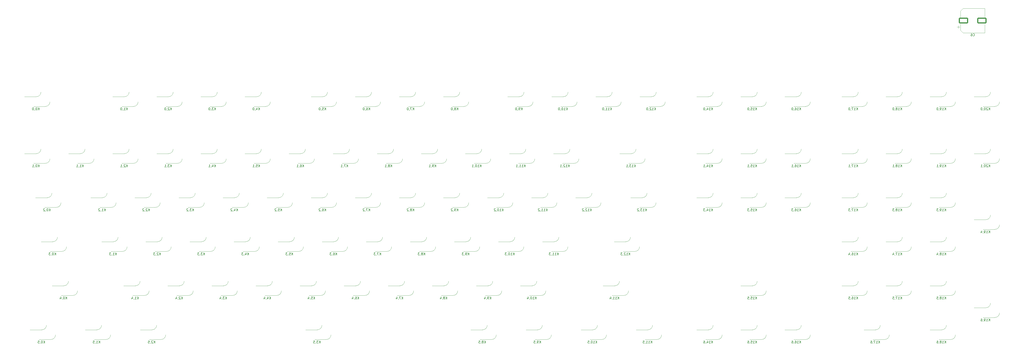
<source format=gbo>
G04 #@! TF.GenerationSoftware,KiCad,Pcbnew,(6.0.1)*
G04 #@! TF.CreationDate,2022-01-19T01:15:35+10:00*
G04 #@! TF.ProjectId,RedPyKeeb_mainboard,52656450-794b-4656-9562-5f6d61696e62,rev?*
G04 #@! TF.SameCoordinates,Original*
G04 #@! TF.FileFunction,Legend,Bot*
G04 #@! TF.FilePolarity,Positive*
%FSLAX46Y46*%
G04 Gerber Fmt 4.6, Leading zero omitted, Abs format (unit mm)*
G04 Created by KiCad (PCBNEW (6.0.1)) date 2022-01-19 01:15:35*
%MOMM*%
%LPD*%
G01*
G04 APERTURE LIST*
G04 Aperture macros list*
%AMRoundRect*
0 Rectangle with rounded corners*
0 $1 Rounding radius*
0 $2 $3 $4 $5 $6 $7 $8 $9 X,Y pos of 4 corners*
0 Add a 4 corners polygon primitive as box body*
4,1,4,$2,$3,$4,$5,$6,$7,$8,$9,$2,$3,0*
0 Add four circle primitives for the rounded corners*
1,1,$1+$1,$2,$3*
1,1,$1+$1,$4,$5*
1,1,$1+$1,$6,$7*
1,1,$1+$1,$8,$9*
0 Add four rect primitives between the rounded corners*
20,1,$1+$1,$2,$3,$4,$5,0*
20,1,$1+$1,$4,$5,$6,$7,0*
20,1,$1+$1,$6,$7,$8,$9,0*
20,1,$1+$1,$8,$9,$2,$3,0*%
G04 Aperture macros list end*
%ADD10C,0.150000*%
%ADD11C,0.120000*%
%ADD12R,1.000000X3.150000*%
%ADD13C,0.800000*%
%ADD14C,1.600000*%
%ADD15R,1.600000X1.600000*%
%ADD16R,2.550000X2.500000*%
%ADD17C,1.750000*%
%ADD18C,4.000000*%
%ADD19C,3.000000*%
%ADD20RoundRect,0.250000X-1.750000X-1.000000X1.750000X-1.000000X1.750000X1.000000X-1.750000X1.000000X0*%
G04 APERTURE END LIST*
D10*
X103052380Y-64014880D02*
X103052380Y-63014880D01*
X102480952Y-64014880D02*
X102909523Y-63443452D01*
X102480952Y-63014880D02*
X103052380Y-63586309D01*
X102147619Y-63014880D02*
X101528571Y-63014880D01*
X101861904Y-63395833D01*
X101719047Y-63395833D01*
X101623809Y-63443452D01*
X101576190Y-63491071D01*
X101528571Y-63586309D01*
X101528571Y-63824404D01*
X101576190Y-63919642D01*
X101623809Y-63967261D01*
X101719047Y-64014880D01*
X102004761Y-64014880D01*
X102100000Y-63967261D01*
X102147619Y-63919642D01*
X101052380Y-63967261D02*
X101052380Y-64014880D01*
X101100000Y-64110119D01*
X101147619Y-64157738D01*
X100433333Y-63014880D02*
X100338095Y-63014880D01*
X100242857Y-63062500D01*
X100195238Y-63110119D01*
X100147619Y-63205357D01*
X100100000Y-63395833D01*
X100100000Y-63633928D01*
X100147619Y-63824404D01*
X100195238Y-63919642D01*
X100242857Y-63967261D01*
X100338095Y-64014880D01*
X100433333Y-64014880D01*
X100528571Y-63967261D01*
X100576190Y-63919642D01*
X100623809Y-63824404D01*
X100671428Y-63633928D01*
X100671428Y-63395833D01*
X100623809Y-63205357D01*
X100576190Y-63110119D01*
X100528571Y-63062500D01*
X100433333Y-63014880D01*
X84002380Y-64014880D02*
X84002380Y-63014880D01*
X83430952Y-64014880D02*
X83859523Y-63443452D01*
X83430952Y-63014880D02*
X84002380Y-63586309D01*
X83050000Y-63110119D02*
X83002380Y-63062500D01*
X82907142Y-63014880D01*
X82669047Y-63014880D01*
X82573809Y-63062500D01*
X82526190Y-63110119D01*
X82478571Y-63205357D01*
X82478571Y-63300595D01*
X82526190Y-63443452D01*
X83097619Y-64014880D01*
X82478571Y-64014880D01*
X82002380Y-63967261D02*
X82002380Y-64014880D01*
X82050000Y-64110119D01*
X82097619Y-64157738D01*
X81383333Y-63014880D02*
X81288095Y-63014880D01*
X81192857Y-63062500D01*
X81145238Y-63110119D01*
X81097619Y-63205357D01*
X81050000Y-63395833D01*
X81050000Y-63633928D01*
X81097619Y-63824404D01*
X81145238Y-63919642D01*
X81192857Y-63967261D01*
X81288095Y-64014880D01*
X81383333Y-64014880D01*
X81478571Y-63967261D01*
X81526190Y-63919642D01*
X81573809Y-63824404D01*
X81621428Y-63633928D01*
X81621428Y-63395833D01*
X81573809Y-63205357D01*
X81526190Y-63110119D01*
X81478571Y-63062500D01*
X81383333Y-63014880D01*
X122102380Y-64014880D02*
X122102380Y-63014880D01*
X121530952Y-64014880D02*
X121959523Y-63443452D01*
X121530952Y-63014880D02*
X122102380Y-63586309D01*
X120673809Y-63348214D02*
X120673809Y-64014880D01*
X120911904Y-62967261D02*
X121150000Y-63681547D01*
X120530952Y-63681547D01*
X120102380Y-63967261D02*
X120102380Y-64014880D01*
X120150000Y-64110119D01*
X120197619Y-64157738D01*
X119483333Y-63014880D02*
X119388095Y-63014880D01*
X119292857Y-63062500D01*
X119245238Y-63110119D01*
X119197619Y-63205357D01*
X119150000Y-63395833D01*
X119150000Y-63633928D01*
X119197619Y-63824404D01*
X119245238Y-63919642D01*
X119292857Y-63967261D01*
X119388095Y-64014880D01*
X119483333Y-64014880D01*
X119578571Y-63967261D01*
X119626190Y-63919642D01*
X119673809Y-63824404D01*
X119721428Y-63633928D01*
X119721428Y-63395833D01*
X119673809Y-63205357D01*
X119626190Y-63110119D01*
X119578571Y-63062500D01*
X119483333Y-63014880D01*
X64952380Y-64014880D02*
X64952380Y-63014880D01*
X64380952Y-64014880D02*
X64809523Y-63443452D01*
X64380952Y-63014880D02*
X64952380Y-63586309D01*
X63428571Y-64014880D02*
X64000000Y-64014880D01*
X63714285Y-64014880D02*
X63714285Y-63014880D01*
X63809523Y-63157738D01*
X63904761Y-63252976D01*
X64000000Y-63300595D01*
X62952380Y-63967261D02*
X62952380Y-64014880D01*
X62999999Y-64110119D01*
X63047619Y-64157738D01*
X62333333Y-63014880D02*
X62238095Y-63014880D01*
X62142857Y-63062500D01*
X62095238Y-63110119D01*
X62047619Y-63205357D01*
X61999999Y-63395833D01*
X61999999Y-63633928D01*
X62047619Y-63824404D01*
X62095238Y-63919642D01*
X62142857Y-63967261D01*
X62238095Y-64014880D01*
X62333333Y-64014880D01*
X62428571Y-63967261D01*
X62476190Y-63919642D01*
X62523809Y-63824404D01*
X62571428Y-63633928D01*
X62571428Y-63395833D01*
X62523809Y-63205357D01*
X62476190Y-63110119D01*
X62428571Y-63062500D01*
X62333333Y-63014880D01*
X430455366Y-31919042D02*
X430502985Y-31966661D01*
X430645842Y-32014280D01*
X430741080Y-32014280D01*
X430883938Y-31966661D01*
X430979176Y-31871423D01*
X431026795Y-31776185D01*
X431074414Y-31585709D01*
X431074414Y-31442852D01*
X431026795Y-31252376D01*
X430979176Y-31157138D01*
X430883938Y-31061900D01*
X430741080Y-31014280D01*
X430645842Y-31014280D01*
X430502985Y-31061900D01*
X430455366Y-31109519D01*
X429598223Y-31014280D02*
X429788700Y-31014280D01*
X429883938Y-31061900D01*
X429931557Y-31109519D01*
X430026795Y-31252376D01*
X430074414Y-31442852D01*
X430074414Y-31823804D01*
X430026795Y-31919042D01*
X429979176Y-31966661D01*
X429883938Y-32014280D01*
X429693461Y-32014280D01*
X429598223Y-31966661D01*
X429550604Y-31919042D01*
X429502985Y-31823804D01*
X429502985Y-31585709D01*
X429550604Y-31490471D01*
X429598223Y-31442852D01*
X429693461Y-31395233D01*
X429883938Y-31395233D01*
X429979176Y-31442852D01*
X430026795Y-31490471D01*
X430074414Y-31585709D01*
X437697321Y-155296130D02*
X437697321Y-154296130D01*
X437125892Y-155296130D02*
X437554464Y-154724702D01*
X437125892Y-154296130D02*
X437697321Y-154867559D01*
X436173511Y-155296130D02*
X436744940Y-155296130D01*
X436459226Y-155296130D02*
X436459226Y-154296130D01*
X436554464Y-154438988D01*
X436649702Y-154534226D01*
X436744940Y-154581845D01*
X435697321Y-155296130D02*
X435506845Y-155296130D01*
X435411607Y-155248511D01*
X435363988Y-155200892D01*
X435268750Y-155058035D01*
X435221130Y-154867559D01*
X435221130Y-154486607D01*
X435268750Y-154391369D01*
X435316369Y-154343750D01*
X435411607Y-154296130D01*
X435602083Y-154296130D01*
X435697321Y-154343750D01*
X435744940Y-154391369D01*
X435792559Y-154486607D01*
X435792559Y-154724702D01*
X435744940Y-154819940D01*
X435697321Y-154867559D01*
X435602083Y-154915178D01*
X435411607Y-154915178D01*
X435316369Y-154867559D01*
X435268750Y-154819940D01*
X435221130Y-154724702D01*
X434744940Y-155248511D02*
X434744940Y-155296130D01*
X434792559Y-155391369D01*
X434840178Y-155438988D01*
X433887797Y-154296130D02*
X434078273Y-154296130D01*
X434173511Y-154343750D01*
X434221130Y-154391369D01*
X434316369Y-154534226D01*
X434363988Y-154724702D01*
X434363988Y-155105654D01*
X434316369Y-155200892D01*
X434268750Y-155248511D01*
X434173511Y-155296130D01*
X433983035Y-155296130D01*
X433887797Y-155248511D01*
X433840178Y-155200892D01*
X433792559Y-155105654D01*
X433792559Y-154867559D01*
X433840178Y-154772321D01*
X433887797Y-154724702D01*
X433983035Y-154677083D01*
X434173511Y-154677083D01*
X434268750Y-154724702D01*
X434316369Y-154772321D01*
X434363988Y-154867559D01*
X418647321Y-164821130D02*
X418647321Y-163821130D01*
X418075892Y-164821130D02*
X418504464Y-164249702D01*
X418075892Y-163821130D02*
X418647321Y-164392559D01*
X417123511Y-164821130D02*
X417694940Y-164821130D01*
X417409226Y-164821130D02*
X417409226Y-163821130D01*
X417504464Y-163963988D01*
X417599702Y-164059226D01*
X417694940Y-164106845D01*
X416552083Y-164249702D02*
X416647321Y-164202083D01*
X416694940Y-164154464D01*
X416742559Y-164059226D01*
X416742559Y-164011607D01*
X416694940Y-163916369D01*
X416647321Y-163868750D01*
X416552083Y-163821130D01*
X416361607Y-163821130D01*
X416266369Y-163868750D01*
X416218750Y-163916369D01*
X416171130Y-164011607D01*
X416171130Y-164059226D01*
X416218750Y-164154464D01*
X416266369Y-164202083D01*
X416361607Y-164249702D01*
X416552083Y-164249702D01*
X416647321Y-164297321D01*
X416694940Y-164344940D01*
X416742559Y-164440178D01*
X416742559Y-164630654D01*
X416694940Y-164725892D01*
X416647321Y-164773511D01*
X416552083Y-164821130D01*
X416361607Y-164821130D01*
X416266369Y-164773511D01*
X416218750Y-164725892D01*
X416171130Y-164630654D01*
X416171130Y-164440178D01*
X416218750Y-164344940D01*
X416266369Y-164297321D01*
X416361607Y-164249702D01*
X415694940Y-164773511D02*
X415694940Y-164821130D01*
X415742559Y-164916369D01*
X415790178Y-164963988D01*
X414837797Y-163821130D02*
X415028273Y-163821130D01*
X415123511Y-163868750D01*
X415171130Y-163916369D01*
X415266369Y-164059226D01*
X415313988Y-164249702D01*
X415313988Y-164630654D01*
X415266369Y-164725892D01*
X415218750Y-164773511D01*
X415123511Y-164821130D01*
X414933035Y-164821130D01*
X414837797Y-164773511D01*
X414790178Y-164725892D01*
X414742559Y-164630654D01*
X414742559Y-164392559D01*
X414790178Y-164297321D01*
X414837797Y-164249702D01*
X414933035Y-164202083D01*
X415123511Y-164202083D01*
X415218750Y-164249702D01*
X415266369Y-164297321D01*
X415313988Y-164392559D01*
X418647321Y-145771130D02*
X418647321Y-144771130D01*
X418075892Y-145771130D02*
X418504464Y-145199702D01*
X418075892Y-144771130D02*
X418647321Y-145342559D01*
X417123511Y-145771130D02*
X417694940Y-145771130D01*
X417409226Y-145771130D02*
X417409226Y-144771130D01*
X417504464Y-144913988D01*
X417599702Y-145009226D01*
X417694940Y-145056845D01*
X416552083Y-145199702D02*
X416647321Y-145152083D01*
X416694940Y-145104464D01*
X416742559Y-145009226D01*
X416742559Y-144961607D01*
X416694940Y-144866369D01*
X416647321Y-144818750D01*
X416552083Y-144771130D01*
X416361607Y-144771130D01*
X416266369Y-144818750D01*
X416218750Y-144866369D01*
X416171130Y-144961607D01*
X416171130Y-145009226D01*
X416218750Y-145104464D01*
X416266369Y-145152083D01*
X416361607Y-145199702D01*
X416552083Y-145199702D01*
X416647321Y-145247321D01*
X416694940Y-145294940D01*
X416742559Y-145390178D01*
X416742559Y-145580654D01*
X416694940Y-145675892D01*
X416647321Y-145723511D01*
X416552083Y-145771130D01*
X416361607Y-145771130D01*
X416266369Y-145723511D01*
X416218750Y-145675892D01*
X416171130Y-145580654D01*
X416171130Y-145390178D01*
X416218750Y-145294940D01*
X416266369Y-145247321D01*
X416361607Y-145199702D01*
X415694940Y-145723511D02*
X415694940Y-145771130D01*
X415742559Y-145866369D01*
X415790178Y-145913988D01*
X414790178Y-144771130D02*
X415266369Y-144771130D01*
X415313988Y-145247321D01*
X415266369Y-145199702D01*
X415171130Y-145152083D01*
X414933035Y-145152083D01*
X414837797Y-145199702D01*
X414790178Y-145247321D01*
X414742559Y-145342559D01*
X414742559Y-145580654D01*
X414790178Y-145675892D01*
X414837797Y-145723511D01*
X414933035Y-145771130D01*
X415171130Y-145771130D01*
X415266369Y-145723511D01*
X415313988Y-145675892D01*
X399597321Y-145771130D02*
X399597321Y-144771130D01*
X399025892Y-145771130D02*
X399454464Y-145199702D01*
X399025892Y-144771130D02*
X399597321Y-145342559D01*
X398073511Y-145771130D02*
X398644940Y-145771130D01*
X398359226Y-145771130D02*
X398359226Y-144771130D01*
X398454464Y-144913988D01*
X398549702Y-145009226D01*
X398644940Y-145056845D01*
X397740178Y-144771130D02*
X397073511Y-144771130D01*
X397502083Y-145771130D01*
X396644940Y-145723511D02*
X396644940Y-145771130D01*
X396692559Y-145866369D01*
X396740178Y-145913988D01*
X395740178Y-144771130D02*
X396216369Y-144771130D01*
X396263988Y-145247321D01*
X396216369Y-145199702D01*
X396121130Y-145152083D01*
X395883035Y-145152083D01*
X395787797Y-145199702D01*
X395740178Y-145247321D01*
X395692559Y-145342559D01*
X395692559Y-145580654D01*
X395740178Y-145675892D01*
X395787797Y-145723511D01*
X395883035Y-145771130D01*
X396121130Y-145771130D01*
X396216369Y-145723511D01*
X396263988Y-145675892D01*
X418647321Y-126721130D02*
X418647321Y-125721130D01*
X418075892Y-126721130D02*
X418504464Y-126149702D01*
X418075892Y-125721130D02*
X418647321Y-126292559D01*
X417123511Y-126721130D02*
X417694940Y-126721130D01*
X417409226Y-126721130D02*
X417409226Y-125721130D01*
X417504464Y-125863988D01*
X417599702Y-125959226D01*
X417694940Y-126006845D01*
X416552083Y-126149702D02*
X416647321Y-126102083D01*
X416694940Y-126054464D01*
X416742559Y-125959226D01*
X416742559Y-125911607D01*
X416694940Y-125816369D01*
X416647321Y-125768750D01*
X416552083Y-125721130D01*
X416361607Y-125721130D01*
X416266369Y-125768750D01*
X416218750Y-125816369D01*
X416171130Y-125911607D01*
X416171130Y-125959226D01*
X416218750Y-126054464D01*
X416266369Y-126102083D01*
X416361607Y-126149702D01*
X416552083Y-126149702D01*
X416647321Y-126197321D01*
X416694940Y-126244940D01*
X416742559Y-126340178D01*
X416742559Y-126530654D01*
X416694940Y-126625892D01*
X416647321Y-126673511D01*
X416552083Y-126721130D01*
X416361607Y-126721130D01*
X416266369Y-126673511D01*
X416218750Y-126625892D01*
X416171130Y-126530654D01*
X416171130Y-126340178D01*
X416218750Y-126244940D01*
X416266369Y-126197321D01*
X416361607Y-126149702D01*
X415694940Y-126673511D02*
X415694940Y-126721130D01*
X415742559Y-126816369D01*
X415790178Y-126863988D01*
X414837797Y-126054464D02*
X414837797Y-126721130D01*
X415075892Y-125673511D02*
X415313988Y-126387797D01*
X414694940Y-126387797D01*
X399597321Y-126721130D02*
X399597321Y-125721130D01*
X399025892Y-126721130D02*
X399454464Y-126149702D01*
X399025892Y-125721130D02*
X399597321Y-126292559D01*
X398073511Y-126721130D02*
X398644940Y-126721130D01*
X398359226Y-126721130D02*
X398359226Y-125721130D01*
X398454464Y-125863988D01*
X398549702Y-125959226D01*
X398644940Y-126006845D01*
X397740178Y-125721130D02*
X397073511Y-125721130D01*
X397502083Y-126721130D01*
X396644940Y-126673511D02*
X396644940Y-126721130D01*
X396692559Y-126816369D01*
X396740178Y-126863988D01*
X395787797Y-126054464D02*
X395787797Y-126721130D01*
X396025892Y-125673511D02*
X396263988Y-126387797D01*
X395644940Y-126387797D01*
X390072321Y-164821130D02*
X390072321Y-163821130D01*
X389500892Y-164821130D02*
X389929464Y-164249702D01*
X389500892Y-163821130D02*
X390072321Y-164392559D01*
X388548511Y-164821130D02*
X389119940Y-164821130D01*
X388834226Y-164821130D02*
X388834226Y-163821130D01*
X388929464Y-163963988D01*
X389024702Y-164059226D01*
X389119940Y-164106845D01*
X388215178Y-163821130D02*
X387548511Y-163821130D01*
X387977083Y-164821130D01*
X387119940Y-164773511D02*
X387119940Y-164821130D01*
X387167559Y-164916369D01*
X387215178Y-164963988D01*
X386262797Y-163821130D02*
X386453273Y-163821130D01*
X386548511Y-163868750D01*
X386596130Y-163916369D01*
X386691369Y-164059226D01*
X386738988Y-164249702D01*
X386738988Y-164630654D01*
X386691369Y-164725892D01*
X386643750Y-164773511D01*
X386548511Y-164821130D01*
X386358035Y-164821130D01*
X386262797Y-164773511D01*
X386215178Y-164725892D01*
X386167559Y-164630654D01*
X386167559Y-164392559D01*
X386215178Y-164297321D01*
X386262797Y-164249702D01*
X386358035Y-164202083D01*
X386548511Y-164202083D01*
X386643750Y-164249702D01*
X386691369Y-164297321D01*
X386738988Y-164392559D01*
X380547321Y-145771130D02*
X380547321Y-144771130D01*
X379975892Y-145771130D02*
X380404464Y-145199702D01*
X379975892Y-144771130D02*
X380547321Y-145342559D01*
X379023511Y-145771130D02*
X379594940Y-145771130D01*
X379309226Y-145771130D02*
X379309226Y-144771130D01*
X379404464Y-144913988D01*
X379499702Y-145009226D01*
X379594940Y-145056845D01*
X378166369Y-144771130D02*
X378356845Y-144771130D01*
X378452083Y-144818750D01*
X378499702Y-144866369D01*
X378594940Y-145009226D01*
X378642559Y-145199702D01*
X378642559Y-145580654D01*
X378594940Y-145675892D01*
X378547321Y-145723511D01*
X378452083Y-145771130D01*
X378261607Y-145771130D01*
X378166369Y-145723511D01*
X378118750Y-145675892D01*
X378071130Y-145580654D01*
X378071130Y-145342559D01*
X378118750Y-145247321D01*
X378166369Y-145199702D01*
X378261607Y-145152083D01*
X378452083Y-145152083D01*
X378547321Y-145199702D01*
X378594940Y-145247321D01*
X378642559Y-145342559D01*
X377594940Y-145723511D02*
X377594940Y-145771130D01*
X377642559Y-145866369D01*
X377690178Y-145913988D01*
X376690178Y-144771130D02*
X377166369Y-144771130D01*
X377213988Y-145247321D01*
X377166369Y-145199702D01*
X377071130Y-145152083D01*
X376833035Y-145152083D01*
X376737797Y-145199702D01*
X376690178Y-145247321D01*
X376642559Y-145342559D01*
X376642559Y-145580654D01*
X376690178Y-145675892D01*
X376737797Y-145723511D01*
X376833035Y-145771130D01*
X377071130Y-145771130D01*
X377166369Y-145723511D01*
X377213988Y-145675892D01*
X380547321Y-126721130D02*
X380547321Y-125721130D01*
X379975892Y-126721130D02*
X380404464Y-126149702D01*
X379975892Y-125721130D02*
X380547321Y-126292559D01*
X379023511Y-126721130D02*
X379594940Y-126721130D01*
X379309226Y-126721130D02*
X379309226Y-125721130D01*
X379404464Y-125863988D01*
X379499702Y-125959226D01*
X379594940Y-126006845D01*
X378166369Y-125721130D02*
X378356845Y-125721130D01*
X378452083Y-125768750D01*
X378499702Y-125816369D01*
X378594940Y-125959226D01*
X378642559Y-126149702D01*
X378642559Y-126530654D01*
X378594940Y-126625892D01*
X378547321Y-126673511D01*
X378452083Y-126721130D01*
X378261607Y-126721130D01*
X378166369Y-126673511D01*
X378118750Y-126625892D01*
X378071130Y-126530654D01*
X378071130Y-126292559D01*
X378118750Y-126197321D01*
X378166369Y-126149702D01*
X378261607Y-126102083D01*
X378452083Y-126102083D01*
X378547321Y-126149702D01*
X378594940Y-126197321D01*
X378642559Y-126292559D01*
X377594940Y-126673511D02*
X377594940Y-126721130D01*
X377642559Y-126816369D01*
X377690178Y-126863988D01*
X376737797Y-126054464D02*
X376737797Y-126721130D01*
X376975892Y-125673511D02*
X377213988Y-126387797D01*
X376594940Y-126387797D01*
X437697321Y-117196130D02*
X437697321Y-116196130D01*
X437125892Y-117196130D02*
X437554464Y-116624702D01*
X437125892Y-116196130D02*
X437697321Y-116767559D01*
X436173511Y-117196130D02*
X436744940Y-117196130D01*
X436459226Y-117196130D02*
X436459226Y-116196130D01*
X436554464Y-116338988D01*
X436649702Y-116434226D01*
X436744940Y-116481845D01*
X435697321Y-117196130D02*
X435506845Y-117196130D01*
X435411607Y-117148511D01*
X435363988Y-117100892D01*
X435268750Y-116958035D01*
X435221130Y-116767559D01*
X435221130Y-116386607D01*
X435268750Y-116291369D01*
X435316369Y-116243750D01*
X435411607Y-116196130D01*
X435602083Y-116196130D01*
X435697321Y-116243750D01*
X435744940Y-116291369D01*
X435792559Y-116386607D01*
X435792559Y-116624702D01*
X435744940Y-116719940D01*
X435697321Y-116767559D01*
X435602083Y-116815178D01*
X435411607Y-116815178D01*
X435316369Y-116767559D01*
X435268750Y-116719940D01*
X435221130Y-116624702D01*
X434744940Y-117148511D02*
X434744940Y-117196130D01*
X434792559Y-117291369D01*
X434840178Y-117338988D01*
X433887797Y-116529464D02*
X433887797Y-117196130D01*
X434125892Y-116148511D02*
X434363988Y-116862797D01*
X433744940Y-116862797D01*
X418647321Y-107671130D02*
X418647321Y-106671130D01*
X418075892Y-107671130D02*
X418504464Y-107099702D01*
X418075892Y-106671130D02*
X418647321Y-107242559D01*
X417123511Y-107671130D02*
X417694940Y-107671130D01*
X417409226Y-107671130D02*
X417409226Y-106671130D01*
X417504464Y-106813988D01*
X417599702Y-106909226D01*
X417694940Y-106956845D01*
X416647321Y-107671130D02*
X416456845Y-107671130D01*
X416361607Y-107623511D01*
X416313988Y-107575892D01*
X416218750Y-107433035D01*
X416171130Y-107242559D01*
X416171130Y-106861607D01*
X416218750Y-106766369D01*
X416266369Y-106718750D01*
X416361607Y-106671130D01*
X416552083Y-106671130D01*
X416647321Y-106718750D01*
X416694940Y-106766369D01*
X416742559Y-106861607D01*
X416742559Y-107099702D01*
X416694940Y-107194940D01*
X416647321Y-107242559D01*
X416552083Y-107290178D01*
X416361607Y-107290178D01*
X416266369Y-107242559D01*
X416218750Y-107194940D01*
X416171130Y-107099702D01*
X415694940Y-107623511D02*
X415694940Y-107671130D01*
X415742559Y-107766369D01*
X415790178Y-107813988D01*
X415361607Y-106671130D02*
X414742559Y-106671130D01*
X415075892Y-107052083D01*
X414933035Y-107052083D01*
X414837797Y-107099702D01*
X414790178Y-107147321D01*
X414742559Y-107242559D01*
X414742559Y-107480654D01*
X414790178Y-107575892D01*
X414837797Y-107623511D01*
X414933035Y-107671130D01*
X415218750Y-107671130D01*
X415313988Y-107623511D01*
X415361607Y-107575892D01*
X399597321Y-107671130D02*
X399597321Y-106671130D01*
X399025892Y-107671130D02*
X399454464Y-107099702D01*
X399025892Y-106671130D02*
X399597321Y-107242559D01*
X398073511Y-107671130D02*
X398644940Y-107671130D01*
X398359226Y-107671130D02*
X398359226Y-106671130D01*
X398454464Y-106813988D01*
X398549702Y-106909226D01*
X398644940Y-106956845D01*
X397502083Y-107099702D02*
X397597321Y-107052083D01*
X397644940Y-107004464D01*
X397692559Y-106909226D01*
X397692559Y-106861607D01*
X397644940Y-106766369D01*
X397597321Y-106718750D01*
X397502083Y-106671130D01*
X397311607Y-106671130D01*
X397216369Y-106718750D01*
X397168750Y-106766369D01*
X397121130Y-106861607D01*
X397121130Y-106909226D01*
X397168750Y-107004464D01*
X397216369Y-107052083D01*
X397311607Y-107099702D01*
X397502083Y-107099702D01*
X397597321Y-107147321D01*
X397644940Y-107194940D01*
X397692559Y-107290178D01*
X397692559Y-107480654D01*
X397644940Y-107575892D01*
X397597321Y-107623511D01*
X397502083Y-107671130D01*
X397311607Y-107671130D01*
X397216369Y-107623511D01*
X397168750Y-107575892D01*
X397121130Y-107480654D01*
X397121130Y-107290178D01*
X397168750Y-107194940D01*
X397216369Y-107147321D01*
X397311607Y-107099702D01*
X396644940Y-107623511D02*
X396644940Y-107671130D01*
X396692559Y-107766369D01*
X396740178Y-107813988D01*
X396311607Y-106671130D02*
X395692559Y-106671130D01*
X396025892Y-107052083D01*
X395883035Y-107052083D01*
X395787797Y-107099702D01*
X395740178Y-107147321D01*
X395692559Y-107242559D01*
X395692559Y-107480654D01*
X395740178Y-107575892D01*
X395787797Y-107623511D01*
X395883035Y-107671130D01*
X396168750Y-107671130D01*
X396263988Y-107623511D01*
X396311607Y-107575892D01*
X380547321Y-107671130D02*
X380547321Y-106671130D01*
X379975892Y-107671130D02*
X380404464Y-107099702D01*
X379975892Y-106671130D02*
X380547321Y-107242559D01*
X379023511Y-107671130D02*
X379594940Y-107671130D01*
X379309226Y-107671130D02*
X379309226Y-106671130D01*
X379404464Y-106813988D01*
X379499702Y-106909226D01*
X379594940Y-106956845D01*
X378690178Y-106671130D02*
X378023511Y-106671130D01*
X378452083Y-107671130D01*
X377594940Y-107623511D02*
X377594940Y-107671130D01*
X377642559Y-107766369D01*
X377690178Y-107813988D01*
X377261607Y-106671130D02*
X376642559Y-106671130D01*
X376975892Y-107052083D01*
X376833035Y-107052083D01*
X376737797Y-107099702D01*
X376690178Y-107147321D01*
X376642559Y-107242559D01*
X376642559Y-107480654D01*
X376690178Y-107575892D01*
X376737797Y-107623511D01*
X376833035Y-107671130D01*
X377118750Y-107671130D01*
X377213988Y-107623511D01*
X377261607Y-107575892D01*
X437697321Y-88621130D02*
X437697321Y-87621130D01*
X437125892Y-88621130D02*
X437554464Y-88049702D01*
X437125892Y-87621130D02*
X437697321Y-88192559D01*
X436744940Y-87716369D02*
X436697321Y-87668750D01*
X436602083Y-87621130D01*
X436363988Y-87621130D01*
X436268750Y-87668750D01*
X436221130Y-87716369D01*
X436173511Y-87811607D01*
X436173511Y-87906845D01*
X436221130Y-88049702D01*
X436792559Y-88621130D01*
X436173511Y-88621130D01*
X435554464Y-87621130D02*
X435459226Y-87621130D01*
X435363988Y-87668750D01*
X435316369Y-87716369D01*
X435268750Y-87811607D01*
X435221130Y-88002083D01*
X435221130Y-88240178D01*
X435268750Y-88430654D01*
X435316369Y-88525892D01*
X435363988Y-88573511D01*
X435459226Y-88621130D01*
X435554464Y-88621130D01*
X435649702Y-88573511D01*
X435697321Y-88525892D01*
X435744940Y-88430654D01*
X435792559Y-88240178D01*
X435792559Y-88002083D01*
X435744940Y-87811607D01*
X435697321Y-87716369D01*
X435649702Y-87668750D01*
X435554464Y-87621130D01*
X434744940Y-88573511D02*
X434744940Y-88621130D01*
X434792559Y-88716369D01*
X434840178Y-88763988D01*
X433792559Y-88621130D02*
X434363988Y-88621130D01*
X434078273Y-88621130D02*
X434078273Y-87621130D01*
X434173511Y-87763988D01*
X434268750Y-87859226D01*
X434363988Y-87906845D01*
X418647321Y-88621130D02*
X418647321Y-87621130D01*
X418075892Y-88621130D02*
X418504464Y-88049702D01*
X418075892Y-87621130D02*
X418647321Y-88192559D01*
X417123511Y-88621130D02*
X417694940Y-88621130D01*
X417409226Y-88621130D02*
X417409226Y-87621130D01*
X417504464Y-87763988D01*
X417599702Y-87859226D01*
X417694940Y-87906845D01*
X416647321Y-88621130D02*
X416456845Y-88621130D01*
X416361607Y-88573511D01*
X416313988Y-88525892D01*
X416218750Y-88383035D01*
X416171130Y-88192559D01*
X416171130Y-87811607D01*
X416218750Y-87716369D01*
X416266369Y-87668750D01*
X416361607Y-87621130D01*
X416552083Y-87621130D01*
X416647321Y-87668750D01*
X416694940Y-87716369D01*
X416742559Y-87811607D01*
X416742559Y-88049702D01*
X416694940Y-88144940D01*
X416647321Y-88192559D01*
X416552083Y-88240178D01*
X416361607Y-88240178D01*
X416266369Y-88192559D01*
X416218750Y-88144940D01*
X416171130Y-88049702D01*
X415694940Y-88573511D02*
X415694940Y-88621130D01*
X415742559Y-88716369D01*
X415790178Y-88763988D01*
X414742559Y-88621130D02*
X415313988Y-88621130D01*
X415028273Y-88621130D02*
X415028273Y-87621130D01*
X415123511Y-87763988D01*
X415218750Y-87859226D01*
X415313988Y-87906845D01*
X399597321Y-88621130D02*
X399597321Y-87621130D01*
X399025892Y-88621130D02*
X399454464Y-88049702D01*
X399025892Y-87621130D02*
X399597321Y-88192559D01*
X398073511Y-88621130D02*
X398644940Y-88621130D01*
X398359226Y-88621130D02*
X398359226Y-87621130D01*
X398454464Y-87763988D01*
X398549702Y-87859226D01*
X398644940Y-87906845D01*
X397502083Y-88049702D02*
X397597321Y-88002083D01*
X397644940Y-87954464D01*
X397692559Y-87859226D01*
X397692559Y-87811607D01*
X397644940Y-87716369D01*
X397597321Y-87668750D01*
X397502083Y-87621130D01*
X397311607Y-87621130D01*
X397216369Y-87668750D01*
X397168750Y-87716369D01*
X397121130Y-87811607D01*
X397121130Y-87859226D01*
X397168750Y-87954464D01*
X397216369Y-88002083D01*
X397311607Y-88049702D01*
X397502083Y-88049702D01*
X397597321Y-88097321D01*
X397644940Y-88144940D01*
X397692559Y-88240178D01*
X397692559Y-88430654D01*
X397644940Y-88525892D01*
X397597321Y-88573511D01*
X397502083Y-88621130D01*
X397311607Y-88621130D01*
X397216369Y-88573511D01*
X397168750Y-88525892D01*
X397121130Y-88430654D01*
X397121130Y-88240178D01*
X397168750Y-88144940D01*
X397216369Y-88097321D01*
X397311607Y-88049702D01*
X396644940Y-88573511D02*
X396644940Y-88621130D01*
X396692559Y-88716369D01*
X396740178Y-88763988D01*
X395692559Y-88621130D02*
X396263988Y-88621130D01*
X395978273Y-88621130D02*
X395978273Y-87621130D01*
X396073511Y-87763988D01*
X396168750Y-87859226D01*
X396263988Y-87906845D01*
X380547321Y-88621130D02*
X380547321Y-87621130D01*
X379975892Y-88621130D02*
X380404464Y-88049702D01*
X379975892Y-87621130D02*
X380547321Y-88192559D01*
X379023511Y-88621130D02*
X379594940Y-88621130D01*
X379309226Y-88621130D02*
X379309226Y-87621130D01*
X379404464Y-87763988D01*
X379499702Y-87859226D01*
X379594940Y-87906845D01*
X378690178Y-87621130D02*
X378023511Y-87621130D01*
X378452083Y-88621130D01*
X377594940Y-88573511D02*
X377594940Y-88621130D01*
X377642559Y-88716369D01*
X377690178Y-88763988D01*
X376642559Y-88621130D02*
X377213988Y-88621130D01*
X376928273Y-88621130D02*
X376928273Y-87621130D01*
X377023511Y-87763988D01*
X377118750Y-87859226D01*
X377213988Y-87906845D01*
X437697321Y-64014880D02*
X437697321Y-63014880D01*
X437125892Y-64014880D02*
X437554464Y-63443452D01*
X437125892Y-63014880D02*
X437697321Y-63586309D01*
X436744940Y-63110119D02*
X436697321Y-63062500D01*
X436602083Y-63014880D01*
X436363988Y-63014880D01*
X436268750Y-63062500D01*
X436221130Y-63110119D01*
X436173511Y-63205357D01*
X436173511Y-63300595D01*
X436221130Y-63443452D01*
X436792559Y-64014880D01*
X436173511Y-64014880D01*
X435554464Y-63014880D02*
X435459226Y-63014880D01*
X435363988Y-63062500D01*
X435316369Y-63110119D01*
X435268750Y-63205357D01*
X435221130Y-63395833D01*
X435221130Y-63633928D01*
X435268750Y-63824404D01*
X435316369Y-63919642D01*
X435363988Y-63967261D01*
X435459226Y-64014880D01*
X435554464Y-64014880D01*
X435649702Y-63967261D01*
X435697321Y-63919642D01*
X435744940Y-63824404D01*
X435792559Y-63633928D01*
X435792559Y-63395833D01*
X435744940Y-63205357D01*
X435697321Y-63110119D01*
X435649702Y-63062500D01*
X435554464Y-63014880D01*
X434744940Y-63967261D02*
X434744940Y-64014880D01*
X434792559Y-64110119D01*
X434840178Y-64157738D01*
X434125892Y-63014880D02*
X434030654Y-63014880D01*
X433935416Y-63062500D01*
X433887797Y-63110119D01*
X433840178Y-63205357D01*
X433792559Y-63395833D01*
X433792559Y-63633928D01*
X433840178Y-63824404D01*
X433887797Y-63919642D01*
X433935416Y-63967261D01*
X434030654Y-64014880D01*
X434125892Y-64014880D01*
X434221130Y-63967261D01*
X434268750Y-63919642D01*
X434316369Y-63824404D01*
X434363988Y-63633928D01*
X434363988Y-63395833D01*
X434316369Y-63205357D01*
X434268750Y-63110119D01*
X434221130Y-63062500D01*
X434125892Y-63014880D01*
X418647321Y-64014880D02*
X418647321Y-63014880D01*
X418075892Y-64014880D02*
X418504464Y-63443452D01*
X418075892Y-63014880D02*
X418647321Y-63586309D01*
X417123511Y-64014880D02*
X417694940Y-64014880D01*
X417409226Y-64014880D02*
X417409226Y-63014880D01*
X417504464Y-63157738D01*
X417599702Y-63252976D01*
X417694940Y-63300595D01*
X416647321Y-64014880D02*
X416456845Y-64014880D01*
X416361607Y-63967261D01*
X416313988Y-63919642D01*
X416218750Y-63776785D01*
X416171130Y-63586309D01*
X416171130Y-63205357D01*
X416218750Y-63110119D01*
X416266369Y-63062500D01*
X416361607Y-63014880D01*
X416552083Y-63014880D01*
X416647321Y-63062500D01*
X416694940Y-63110119D01*
X416742559Y-63205357D01*
X416742559Y-63443452D01*
X416694940Y-63538690D01*
X416647321Y-63586309D01*
X416552083Y-63633928D01*
X416361607Y-63633928D01*
X416266369Y-63586309D01*
X416218750Y-63538690D01*
X416171130Y-63443452D01*
X415694940Y-63967261D02*
X415694940Y-64014880D01*
X415742559Y-64110119D01*
X415790178Y-64157738D01*
X415075892Y-63014880D02*
X414980654Y-63014880D01*
X414885416Y-63062500D01*
X414837797Y-63110119D01*
X414790178Y-63205357D01*
X414742559Y-63395833D01*
X414742559Y-63633928D01*
X414790178Y-63824404D01*
X414837797Y-63919642D01*
X414885416Y-63967261D01*
X414980654Y-64014880D01*
X415075892Y-64014880D01*
X415171130Y-63967261D01*
X415218750Y-63919642D01*
X415266369Y-63824404D01*
X415313988Y-63633928D01*
X415313988Y-63395833D01*
X415266369Y-63205357D01*
X415218750Y-63110119D01*
X415171130Y-63062500D01*
X415075892Y-63014880D01*
X399597321Y-64014880D02*
X399597321Y-63014880D01*
X399025892Y-64014880D02*
X399454464Y-63443452D01*
X399025892Y-63014880D02*
X399597321Y-63586309D01*
X398073511Y-64014880D02*
X398644940Y-64014880D01*
X398359226Y-64014880D02*
X398359226Y-63014880D01*
X398454464Y-63157738D01*
X398549702Y-63252976D01*
X398644940Y-63300595D01*
X397502083Y-63443452D02*
X397597321Y-63395833D01*
X397644940Y-63348214D01*
X397692559Y-63252976D01*
X397692559Y-63205357D01*
X397644940Y-63110119D01*
X397597321Y-63062500D01*
X397502083Y-63014880D01*
X397311607Y-63014880D01*
X397216369Y-63062500D01*
X397168750Y-63110119D01*
X397121130Y-63205357D01*
X397121130Y-63252976D01*
X397168750Y-63348214D01*
X397216369Y-63395833D01*
X397311607Y-63443452D01*
X397502083Y-63443452D01*
X397597321Y-63491071D01*
X397644940Y-63538690D01*
X397692559Y-63633928D01*
X397692559Y-63824404D01*
X397644940Y-63919642D01*
X397597321Y-63967261D01*
X397502083Y-64014880D01*
X397311607Y-64014880D01*
X397216369Y-63967261D01*
X397168750Y-63919642D01*
X397121130Y-63824404D01*
X397121130Y-63633928D01*
X397168750Y-63538690D01*
X397216369Y-63491071D01*
X397311607Y-63443452D01*
X396644940Y-63967261D02*
X396644940Y-64014880D01*
X396692559Y-64110119D01*
X396740178Y-64157738D01*
X396025892Y-63014880D02*
X395930654Y-63014880D01*
X395835416Y-63062500D01*
X395787797Y-63110119D01*
X395740178Y-63205357D01*
X395692559Y-63395833D01*
X395692559Y-63633928D01*
X395740178Y-63824404D01*
X395787797Y-63919642D01*
X395835416Y-63967261D01*
X395930654Y-64014880D01*
X396025892Y-64014880D01*
X396121130Y-63967261D01*
X396168750Y-63919642D01*
X396216369Y-63824404D01*
X396263988Y-63633928D01*
X396263988Y-63395833D01*
X396216369Y-63205357D01*
X396168750Y-63110119D01*
X396121130Y-63062500D01*
X396025892Y-63014880D01*
X380547321Y-64014880D02*
X380547321Y-63014880D01*
X379975892Y-64014880D02*
X380404464Y-63443452D01*
X379975892Y-63014880D02*
X380547321Y-63586309D01*
X379023511Y-64014880D02*
X379594940Y-64014880D01*
X379309226Y-64014880D02*
X379309226Y-63014880D01*
X379404464Y-63157738D01*
X379499702Y-63252976D01*
X379594940Y-63300595D01*
X378690178Y-63014880D02*
X378023511Y-63014880D01*
X378452083Y-64014880D01*
X377594940Y-63967261D02*
X377594940Y-64014880D01*
X377642559Y-64110119D01*
X377690178Y-64157738D01*
X376975892Y-63014880D02*
X376880654Y-63014880D01*
X376785416Y-63062500D01*
X376737797Y-63110119D01*
X376690178Y-63205357D01*
X376642559Y-63395833D01*
X376642559Y-63633928D01*
X376690178Y-63824404D01*
X376737797Y-63919642D01*
X376785416Y-63967261D01*
X376880654Y-64014880D01*
X376975892Y-64014880D01*
X377071130Y-63967261D01*
X377118750Y-63919642D01*
X377166369Y-63824404D01*
X377213988Y-63633928D01*
X377213988Y-63395833D01*
X377166369Y-63205357D01*
X377118750Y-63110119D01*
X377071130Y-63062500D01*
X376975892Y-63014880D01*
X317841071Y-64014880D02*
X317841071Y-63014880D01*
X317269642Y-64014880D02*
X317698214Y-63443452D01*
X317269642Y-63014880D02*
X317841071Y-63586309D01*
X316317261Y-64014880D02*
X316888690Y-64014880D01*
X316602976Y-64014880D02*
X316602976Y-63014880D01*
X316698214Y-63157738D01*
X316793452Y-63252976D01*
X316888690Y-63300595D01*
X315460119Y-63348214D02*
X315460119Y-64014880D01*
X315698214Y-62967261D02*
X315936309Y-63681547D01*
X315317261Y-63681547D01*
X314888690Y-63967261D02*
X314888690Y-64014880D01*
X314936309Y-64110119D01*
X314983928Y-64157738D01*
X314269642Y-63014880D02*
X314174404Y-63014880D01*
X314079166Y-63062500D01*
X314031547Y-63110119D01*
X313983928Y-63205357D01*
X313936309Y-63395833D01*
X313936309Y-63633928D01*
X313983928Y-63824404D01*
X314031547Y-63919642D01*
X314079166Y-63967261D01*
X314174404Y-64014880D01*
X314269642Y-64014880D01*
X314364880Y-63967261D01*
X314412500Y-63919642D01*
X314460119Y-63824404D01*
X314507738Y-63633928D01*
X314507738Y-63395833D01*
X314460119Y-63205357D01*
X314412500Y-63110119D01*
X314364880Y-63062500D01*
X314269642Y-63014880D01*
X336891071Y-88621130D02*
X336891071Y-87621130D01*
X336319642Y-88621130D02*
X336748214Y-88049702D01*
X336319642Y-87621130D02*
X336891071Y-88192559D01*
X335367261Y-88621130D02*
X335938690Y-88621130D01*
X335652976Y-88621130D02*
X335652976Y-87621130D01*
X335748214Y-87763988D01*
X335843452Y-87859226D01*
X335938690Y-87906845D01*
X334462500Y-87621130D02*
X334938690Y-87621130D01*
X334986309Y-88097321D01*
X334938690Y-88049702D01*
X334843452Y-88002083D01*
X334605357Y-88002083D01*
X334510119Y-88049702D01*
X334462500Y-88097321D01*
X334414880Y-88192559D01*
X334414880Y-88430654D01*
X334462500Y-88525892D01*
X334510119Y-88573511D01*
X334605357Y-88621130D01*
X334843452Y-88621130D01*
X334938690Y-88573511D01*
X334986309Y-88525892D01*
X333938690Y-88573511D02*
X333938690Y-88621130D01*
X333986309Y-88716369D01*
X334033928Y-88763988D01*
X332986309Y-88621130D02*
X333557738Y-88621130D01*
X333272023Y-88621130D02*
X333272023Y-87621130D01*
X333367261Y-87763988D01*
X333462500Y-87859226D01*
X333557738Y-87906845D01*
X317841071Y-88621130D02*
X317841071Y-87621130D01*
X317269642Y-88621130D02*
X317698214Y-88049702D01*
X317269642Y-87621130D02*
X317841071Y-88192559D01*
X316317261Y-88621130D02*
X316888690Y-88621130D01*
X316602976Y-88621130D02*
X316602976Y-87621130D01*
X316698214Y-87763988D01*
X316793452Y-87859226D01*
X316888690Y-87906845D01*
X315460119Y-87954464D02*
X315460119Y-88621130D01*
X315698214Y-87573511D02*
X315936309Y-88287797D01*
X315317261Y-88287797D01*
X314888690Y-88573511D02*
X314888690Y-88621130D01*
X314936309Y-88716369D01*
X314983928Y-88763988D01*
X313936309Y-88621130D02*
X314507738Y-88621130D01*
X314222023Y-88621130D02*
X314222023Y-87621130D01*
X314317261Y-87763988D01*
X314412500Y-87859226D01*
X314507738Y-87906845D01*
X355941071Y-64014880D02*
X355941071Y-63014880D01*
X355369642Y-64014880D02*
X355798214Y-63443452D01*
X355369642Y-63014880D02*
X355941071Y-63586309D01*
X354417261Y-64014880D02*
X354988690Y-64014880D01*
X354702976Y-64014880D02*
X354702976Y-63014880D01*
X354798214Y-63157738D01*
X354893452Y-63252976D01*
X354988690Y-63300595D01*
X353560119Y-63014880D02*
X353750595Y-63014880D01*
X353845833Y-63062500D01*
X353893452Y-63110119D01*
X353988690Y-63252976D01*
X354036309Y-63443452D01*
X354036309Y-63824404D01*
X353988690Y-63919642D01*
X353941071Y-63967261D01*
X353845833Y-64014880D01*
X353655357Y-64014880D01*
X353560119Y-63967261D01*
X353512500Y-63919642D01*
X353464880Y-63824404D01*
X353464880Y-63586309D01*
X353512500Y-63491071D01*
X353560119Y-63443452D01*
X353655357Y-63395833D01*
X353845833Y-63395833D01*
X353941071Y-63443452D01*
X353988690Y-63491071D01*
X354036309Y-63586309D01*
X352988690Y-63967261D02*
X352988690Y-64014880D01*
X353036309Y-64110119D01*
X353083928Y-64157738D01*
X352369642Y-63014880D02*
X352274404Y-63014880D01*
X352179166Y-63062500D01*
X352131547Y-63110119D01*
X352083928Y-63205357D01*
X352036309Y-63395833D01*
X352036309Y-63633928D01*
X352083928Y-63824404D01*
X352131547Y-63919642D01*
X352179166Y-63967261D01*
X352274404Y-64014880D01*
X352369642Y-64014880D01*
X352464880Y-63967261D01*
X352512500Y-63919642D01*
X352560119Y-63824404D01*
X352607738Y-63633928D01*
X352607738Y-63395833D01*
X352560119Y-63205357D01*
X352512500Y-63110119D01*
X352464880Y-63062500D01*
X352369642Y-63014880D01*
X336891071Y-64014880D02*
X336891071Y-63014880D01*
X336319642Y-64014880D02*
X336748214Y-63443452D01*
X336319642Y-63014880D02*
X336891071Y-63586309D01*
X335367261Y-64014880D02*
X335938690Y-64014880D01*
X335652976Y-64014880D02*
X335652976Y-63014880D01*
X335748214Y-63157738D01*
X335843452Y-63252976D01*
X335938690Y-63300595D01*
X334462500Y-63014880D02*
X334938690Y-63014880D01*
X334986309Y-63491071D01*
X334938690Y-63443452D01*
X334843452Y-63395833D01*
X334605357Y-63395833D01*
X334510119Y-63443452D01*
X334462500Y-63491071D01*
X334414880Y-63586309D01*
X334414880Y-63824404D01*
X334462500Y-63919642D01*
X334510119Y-63967261D01*
X334605357Y-64014880D01*
X334843452Y-64014880D01*
X334938690Y-63967261D01*
X334986309Y-63919642D01*
X333938690Y-63967261D02*
X333938690Y-64014880D01*
X333986309Y-64110119D01*
X334033928Y-64157738D01*
X333319642Y-63014880D02*
X333224404Y-63014880D01*
X333129166Y-63062500D01*
X333081547Y-63110119D01*
X333033928Y-63205357D01*
X332986309Y-63395833D01*
X332986309Y-63633928D01*
X333033928Y-63824404D01*
X333081547Y-63919642D01*
X333129166Y-63967261D01*
X333224404Y-64014880D01*
X333319642Y-64014880D01*
X333414880Y-63967261D01*
X333462500Y-63919642D01*
X333510119Y-63824404D01*
X333557738Y-63633928D01*
X333557738Y-63395833D01*
X333510119Y-63205357D01*
X333462500Y-63110119D01*
X333414880Y-63062500D01*
X333319642Y-63014880D01*
X355941071Y-164821130D02*
X355941071Y-163821130D01*
X355369642Y-164821130D02*
X355798214Y-164249702D01*
X355369642Y-163821130D02*
X355941071Y-164392559D01*
X354417261Y-164821130D02*
X354988690Y-164821130D01*
X354702976Y-164821130D02*
X354702976Y-163821130D01*
X354798214Y-163963988D01*
X354893452Y-164059226D01*
X354988690Y-164106845D01*
X353560119Y-163821130D02*
X353750595Y-163821130D01*
X353845833Y-163868750D01*
X353893452Y-163916369D01*
X353988690Y-164059226D01*
X354036309Y-164249702D01*
X354036309Y-164630654D01*
X353988690Y-164725892D01*
X353941071Y-164773511D01*
X353845833Y-164821130D01*
X353655357Y-164821130D01*
X353560119Y-164773511D01*
X353512500Y-164725892D01*
X353464880Y-164630654D01*
X353464880Y-164392559D01*
X353512500Y-164297321D01*
X353560119Y-164249702D01*
X353655357Y-164202083D01*
X353845833Y-164202083D01*
X353941071Y-164249702D01*
X353988690Y-164297321D01*
X354036309Y-164392559D01*
X352988690Y-164773511D02*
X352988690Y-164821130D01*
X353036309Y-164916369D01*
X353083928Y-164963988D01*
X352131547Y-163821130D02*
X352322023Y-163821130D01*
X352417261Y-163868750D01*
X352464880Y-163916369D01*
X352560119Y-164059226D01*
X352607738Y-164249702D01*
X352607738Y-164630654D01*
X352560119Y-164725892D01*
X352512500Y-164773511D01*
X352417261Y-164821130D01*
X352226785Y-164821130D01*
X352131547Y-164773511D01*
X352083928Y-164725892D01*
X352036309Y-164630654D01*
X352036309Y-164392559D01*
X352083928Y-164297321D01*
X352131547Y-164249702D01*
X352226785Y-164202083D01*
X352417261Y-164202083D01*
X352512500Y-164249702D01*
X352560119Y-164297321D01*
X352607738Y-164392559D01*
X336891071Y-145771130D02*
X336891071Y-144771130D01*
X336319642Y-145771130D02*
X336748214Y-145199702D01*
X336319642Y-144771130D02*
X336891071Y-145342559D01*
X335367261Y-145771130D02*
X335938690Y-145771130D01*
X335652976Y-145771130D02*
X335652976Y-144771130D01*
X335748214Y-144913988D01*
X335843452Y-145009226D01*
X335938690Y-145056845D01*
X334462500Y-144771130D02*
X334938690Y-144771130D01*
X334986309Y-145247321D01*
X334938690Y-145199702D01*
X334843452Y-145152083D01*
X334605357Y-145152083D01*
X334510119Y-145199702D01*
X334462500Y-145247321D01*
X334414880Y-145342559D01*
X334414880Y-145580654D01*
X334462500Y-145675892D01*
X334510119Y-145723511D01*
X334605357Y-145771130D01*
X334843452Y-145771130D01*
X334938690Y-145723511D01*
X334986309Y-145675892D01*
X333938690Y-145723511D02*
X333938690Y-145771130D01*
X333986309Y-145866369D01*
X334033928Y-145913988D01*
X333033928Y-144771130D02*
X333510119Y-144771130D01*
X333557738Y-145247321D01*
X333510119Y-145199702D01*
X333414880Y-145152083D01*
X333176785Y-145152083D01*
X333081547Y-145199702D01*
X333033928Y-145247321D01*
X332986309Y-145342559D01*
X332986309Y-145580654D01*
X333033928Y-145675892D01*
X333081547Y-145723511D01*
X333176785Y-145771130D01*
X333414880Y-145771130D01*
X333510119Y-145723511D01*
X333557738Y-145675892D01*
X336891071Y-164821130D02*
X336891071Y-163821130D01*
X336319642Y-164821130D02*
X336748214Y-164249702D01*
X336319642Y-163821130D02*
X336891071Y-164392559D01*
X335367261Y-164821130D02*
X335938690Y-164821130D01*
X335652976Y-164821130D02*
X335652976Y-163821130D01*
X335748214Y-163963988D01*
X335843452Y-164059226D01*
X335938690Y-164106845D01*
X334462500Y-163821130D02*
X334938690Y-163821130D01*
X334986309Y-164297321D01*
X334938690Y-164249702D01*
X334843452Y-164202083D01*
X334605357Y-164202083D01*
X334510119Y-164249702D01*
X334462500Y-164297321D01*
X334414880Y-164392559D01*
X334414880Y-164630654D01*
X334462500Y-164725892D01*
X334510119Y-164773511D01*
X334605357Y-164821130D01*
X334843452Y-164821130D01*
X334938690Y-164773511D01*
X334986309Y-164725892D01*
X333938690Y-164773511D02*
X333938690Y-164821130D01*
X333986309Y-164916369D01*
X334033928Y-164963988D01*
X333081547Y-163821130D02*
X333272023Y-163821130D01*
X333367261Y-163868750D01*
X333414880Y-163916369D01*
X333510119Y-164059226D01*
X333557738Y-164249702D01*
X333557738Y-164630654D01*
X333510119Y-164725892D01*
X333462500Y-164773511D01*
X333367261Y-164821130D01*
X333176785Y-164821130D01*
X333081547Y-164773511D01*
X333033928Y-164725892D01*
X332986309Y-164630654D01*
X332986309Y-164392559D01*
X333033928Y-164297321D01*
X333081547Y-164249702D01*
X333176785Y-164202083D01*
X333367261Y-164202083D01*
X333462500Y-164249702D01*
X333510119Y-164297321D01*
X333557738Y-164392559D01*
X317841071Y-107671130D02*
X317841071Y-106671130D01*
X317269642Y-107671130D02*
X317698214Y-107099702D01*
X317269642Y-106671130D02*
X317841071Y-107242559D01*
X316317261Y-107671130D02*
X316888690Y-107671130D01*
X316602976Y-107671130D02*
X316602976Y-106671130D01*
X316698214Y-106813988D01*
X316793452Y-106909226D01*
X316888690Y-106956845D01*
X315460119Y-107004464D02*
X315460119Y-107671130D01*
X315698214Y-106623511D02*
X315936309Y-107337797D01*
X315317261Y-107337797D01*
X314888690Y-107623511D02*
X314888690Y-107671130D01*
X314936309Y-107766369D01*
X314983928Y-107813988D01*
X314555357Y-106671130D02*
X313936309Y-106671130D01*
X314269642Y-107052083D01*
X314126785Y-107052083D01*
X314031547Y-107099702D01*
X313983928Y-107147321D01*
X313936309Y-107242559D01*
X313936309Y-107480654D01*
X313983928Y-107575892D01*
X314031547Y-107623511D01*
X314126785Y-107671130D01*
X314412500Y-107671130D01*
X314507738Y-107623511D01*
X314555357Y-107575892D01*
X317841071Y-164821130D02*
X317841071Y-163821130D01*
X317269642Y-164821130D02*
X317698214Y-164249702D01*
X317269642Y-163821130D02*
X317841071Y-164392559D01*
X316317261Y-164821130D02*
X316888690Y-164821130D01*
X316602976Y-164821130D02*
X316602976Y-163821130D01*
X316698214Y-163963988D01*
X316793452Y-164059226D01*
X316888690Y-164106845D01*
X315460119Y-164154464D02*
X315460119Y-164821130D01*
X315698214Y-163773511D02*
X315936309Y-164487797D01*
X315317261Y-164487797D01*
X314888690Y-164773511D02*
X314888690Y-164821130D01*
X314936309Y-164916369D01*
X314983928Y-164963988D01*
X314031547Y-163821130D02*
X314222023Y-163821130D01*
X314317261Y-163868750D01*
X314364880Y-163916369D01*
X314460119Y-164059226D01*
X314507738Y-164249702D01*
X314507738Y-164630654D01*
X314460119Y-164725892D01*
X314412500Y-164773511D01*
X314317261Y-164821130D01*
X314126785Y-164821130D01*
X314031547Y-164773511D01*
X313983928Y-164725892D01*
X313936309Y-164630654D01*
X313936309Y-164392559D01*
X313983928Y-164297321D01*
X314031547Y-164249702D01*
X314126785Y-164202083D01*
X314317261Y-164202083D01*
X314412500Y-164249702D01*
X314460119Y-164297321D01*
X314507738Y-164392559D01*
X336891071Y-107671130D02*
X336891071Y-106671130D01*
X336319642Y-107671130D02*
X336748214Y-107099702D01*
X336319642Y-106671130D02*
X336891071Y-107242559D01*
X335367261Y-107671130D02*
X335938690Y-107671130D01*
X335652976Y-107671130D02*
X335652976Y-106671130D01*
X335748214Y-106813988D01*
X335843452Y-106909226D01*
X335938690Y-106956845D01*
X334462500Y-106671130D02*
X334938690Y-106671130D01*
X334986309Y-107147321D01*
X334938690Y-107099702D01*
X334843452Y-107052083D01*
X334605357Y-107052083D01*
X334510119Y-107099702D01*
X334462500Y-107147321D01*
X334414880Y-107242559D01*
X334414880Y-107480654D01*
X334462500Y-107575892D01*
X334510119Y-107623511D01*
X334605357Y-107671130D01*
X334843452Y-107671130D01*
X334938690Y-107623511D01*
X334986309Y-107575892D01*
X333938690Y-107623511D02*
X333938690Y-107671130D01*
X333986309Y-107766369D01*
X334033928Y-107813988D01*
X333605357Y-106671130D02*
X332986309Y-106671130D01*
X333319642Y-107052083D01*
X333176785Y-107052083D01*
X333081547Y-107099702D01*
X333033928Y-107147321D01*
X332986309Y-107242559D01*
X332986309Y-107480654D01*
X333033928Y-107575892D01*
X333081547Y-107623511D01*
X333176785Y-107671130D01*
X333462500Y-107671130D01*
X333557738Y-107623511D01*
X333605357Y-107575892D01*
X355941071Y-88621130D02*
X355941071Y-87621130D01*
X355369642Y-88621130D02*
X355798214Y-88049702D01*
X355369642Y-87621130D02*
X355941071Y-88192559D01*
X354417261Y-88621130D02*
X354988690Y-88621130D01*
X354702976Y-88621130D02*
X354702976Y-87621130D01*
X354798214Y-87763988D01*
X354893452Y-87859226D01*
X354988690Y-87906845D01*
X353560119Y-87621130D02*
X353750595Y-87621130D01*
X353845833Y-87668750D01*
X353893452Y-87716369D01*
X353988690Y-87859226D01*
X354036309Y-88049702D01*
X354036309Y-88430654D01*
X353988690Y-88525892D01*
X353941071Y-88573511D01*
X353845833Y-88621130D01*
X353655357Y-88621130D01*
X353560119Y-88573511D01*
X353512500Y-88525892D01*
X353464880Y-88430654D01*
X353464880Y-88192559D01*
X353512500Y-88097321D01*
X353560119Y-88049702D01*
X353655357Y-88002083D01*
X353845833Y-88002083D01*
X353941071Y-88049702D01*
X353988690Y-88097321D01*
X354036309Y-88192559D01*
X352988690Y-88573511D02*
X352988690Y-88621130D01*
X353036309Y-88716369D01*
X353083928Y-88763988D01*
X352036309Y-88621130D02*
X352607738Y-88621130D01*
X352322023Y-88621130D02*
X352322023Y-87621130D01*
X352417261Y-87763988D01*
X352512500Y-87859226D01*
X352607738Y-87906845D01*
X355941071Y-107671130D02*
X355941071Y-106671130D01*
X355369642Y-107671130D02*
X355798214Y-107099702D01*
X355369642Y-106671130D02*
X355941071Y-107242559D01*
X354417261Y-107671130D02*
X354988690Y-107671130D01*
X354702976Y-107671130D02*
X354702976Y-106671130D01*
X354798214Y-106813988D01*
X354893452Y-106909226D01*
X354988690Y-106956845D01*
X353560119Y-106671130D02*
X353750595Y-106671130D01*
X353845833Y-106718750D01*
X353893452Y-106766369D01*
X353988690Y-106909226D01*
X354036309Y-107099702D01*
X354036309Y-107480654D01*
X353988690Y-107575892D01*
X353941071Y-107623511D01*
X353845833Y-107671130D01*
X353655357Y-107671130D01*
X353560119Y-107623511D01*
X353512500Y-107575892D01*
X353464880Y-107480654D01*
X353464880Y-107242559D01*
X353512500Y-107147321D01*
X353560119Y-107099702D01*
X353655357Y-107052083D01*
X353845833Y-107052083D01*
X353941071Y-107099702D01*
X353988690Y-107147321D01*
X354036309Y-107242559D01*
X352988690Y-107623511D02*
X352988690Y-107671130D01*
X353036309Y-107766369D01*
X353083928Y-107813988D01*
X352655357Y-106671130D02*
X352036309Y-106671130D01*
X352369642Y-107052083D01*
X352226785Y-107052083D01*
X352131547Y-107099702D01*
X352083928Y-107147321D01*
X352036309Y-107242559D01*
X352036309Y-107480654D01*
X352083928Y-107575892D01*
X352131547Y-107623511D01*
X352226785Y-107671130D01*
X352512500Y-107671130D01*
X352607738Y-107623511D01*
X352655357Y-107575892D01*
X291647321Y-164821130D02*
X291647321Y-163821130D01*
X291075892Y-164821130D02*
X291504464Y-164249702D01*
X291075892Y-163821130D02*
X291647321Y-164392559D01*
X290123511Y-164821130D02*
X290694940Y-164821130D01*
X290409226Y-164821130D02*
X290409226Y-163821130D01*
X290504464Y-163963988D01*
X290599702Y-164059226D01*
X290694940Y-164106845D01*
X289171130Y-164821130D02*
X289742559Y-164821130D01*
X289456845Y-164821130D02*
X289456845Y-163821130D01*
X289552083Y-163963988D01*
X289647321Y-164059226D01*
X289742559Y-164106845D01*
X288694940Y-164773511D02*
X288694940Y-164821130D01*
X288742559Y-164916369D01*
X288790178Y-164963988D01*
X287790178Y-163821130D02*
X288266369Y-163821130D01*
X288313988Y-164297321D01*
X288266369Y-164249702D01*
X288171130Y-164202083D01*
X287933035Y-164202083D01*
X287837797Y-164249702D01*
X287790178Y-164297321D01*
X287742559Y-164392559D01*
X287742559Y-164630654D01*
X287790178Y-164725892D01*
X287837797Y-164773511D01*
X287933035Y-164821130D01*
X288171130Y-164821130D01*
X288266369Y-164773511D01*
X288313988Y-164725892D01*
X267834821Y-164821130D02*
X267834821Y-163821130D01*
X267263392Y-164821130D02*
X267691964Y-164249702D01*
X267263392Y-163821130D02*
X267834821Y-164392559D01*
X266311011Y-164821130D02*
X266882440Y-164821130D01*
X266596726Y-164821130D02*
X266596726Y-163821130D01*
X266691964Y-163963988D01*
X266787202Y-164059226D01*
X266882440Y-164106845D01*
X265691964Y-163821130D02*
X265596726Y-163821130D01*
X265501488Y-163868750D01*
X265453869Y-163916369D01*
X265406250Y-164011607D01*
X265358630Y-164202083D01*
X265358630Y-164440178D01*
X265406250Y-164630654D01*
X265453869Y-164725892D01*
X265501488Y-164773511D01*
X265596726Y-164821130D01*
X265691964Y-164821130D01*
X265787202Y-164773511D01*
X265834821Y-164725892D01*
X265882440Y-164630654D01*
X265930059Y-164440178D01*
X265930059Y-164202083D01*
X265882440Y-164011607D01*
X265834821Y-163916369D01*
X265787202Y-163868750D01*
X265691964Y-163821130D01*
X264882440Y-164773511D02*
X264882440Y-164821130D01*
X264930059Y-164916369D01*
X264977678Y-164963988D01*
X263977678Y-163821130D02*
X264453869Y-163821130D01*
X264501488Y-164297321D01*
X264453869Y-164249702D01*
X264358630Y-164202083D01*
X264120535Y-164202083D01*
X264025297Y-164249702D01*
X263977678Y-164297321D01*
X263930059Y-164392559D01*
X263930059Y-164630654D01*
X263977678Y-164725892D01*
X264025297Y-164773511D01*
X264120535Y-164821130D01*
X264358630Y-164821130D01*
X264453869Y-164773511D01*
X264501488Y-164725892D01*
X243546130Y-164821130D02*
X243546130Y-163821130D01*
X242974702Y-164821130D02*
X243403273Y-164249702D01*
X242974702Y-163821130D02*
X243546130Y-164392559D01*
X242498511Y-164821130D02*
X242308035Y-164821130D01*
X242212797Y-164773511D01*
X242165178Y-164725892D01*
X242069940Y-164583035D01*
X242022321Y-164392559D01*
X242022321Y-164011607D01*
X242069940Y-163916369D01*
X242117559Y-163868750D01*
X242212797Y-163821130D01*
X242403273Y-163821130D01*
X242498511Y-163868750D01*
X242546130Y-163916369D01*
X242593750Y-164011607D01*
X242593750Y-164249702D01*
X242546130Y-164344940D01*
X242498511Y-164392559D01*
X242403273Y-164440178D01*
X242212797Y-164440178D01*
X242117559Y-164392559D01*
X242069940Y-164344940D01*
X242022321Y-164249702D01*
X241546130Y-164773511D02*
X241546130Y-164821130D01*
X241593750Y-164916369D01*
X241641369Y-164963988D01*
X240641369Y-163821130D02*
X241117559Y-163821130D01*
X241165178Y-164297321D01*
X241117559Y-164249702D01*
X241022321Y-164202083D01*
X240784226Y-164202083D01*
X240688988Y-164249702D01*
X240641369Y-164297321D01*
X240593750Y-164392559D01*
X240593750Y-164630654D01*
X240641369Y-164725892D01*
X240688988Y-164773511D01*
X240784226Y-164821130D01*
X241022321Y-164821130D01*
X241117559Y-164773511D01*
X241165178Y-164725892D01*
X219733630Y-164821130D02*
X219733630Y-163821130D01*
X219162202Y-164821130D02*
X219590773Y-164249702D01*
X219162202Y-163821130D02*
X219733630Y-164392559D01*
X218590773Y-164249702D02*
X218686011Y-164202083D01*
X218733630Y-164154464D01*
X218781250Y-164059226D01*
X218781250Y-164011607D01*
X218733630Y-163916369D01*
X218686011Y-163868750D01*
X218590773Y-163821130D01*
X218400297Y-163821130D01*
X218305059Y-163868750D01*
X218257440Y-163916369D01*
X218209821Y-164011607D01*
X218209821Y-164059226D01*
X218257440Y-164154464D01*
X218305059Y-164202083D01*
X218400297Y-164249702D01*
X218590773Y-164249702D01*
X218686011Y-164297321D01*
X218733630Y-164344940D01*
X218781250Y-164440178D01*
X218781250Y-164630654D01*
X218733630Y-164725892D01*
X218686011Y-164773511D01*
X218590773Y-164821130D01*
X218400297Y-164821130D01*
X218305059Y-164773511D01*
X218257440Y-164725892D01*
X218209821Y-164630654D01*
X218209821Y-164440178D01*
X218257440Y-164344940D01*
X218305059Y-164297321D01*
X218400297Y-164249702D01*
X217733630Y-164773511D02*
X217733630Y-164821130D01*
X217781250Y-164916369D01*
X217828869Y-164963988D01*
X216828869Y-163821130D02*
X217305059Y-163821130D01*
X217352678Y-164297321D01*
X217305059Y-164249702D01*
X217209821Y-164202083D01*
X216971726Y-164202083D01*
X216876488Y-164249702D01*
X216828869Y-164297321D01*
X216781250Y-164392559D01*
X216781250Y-164630654D01*
X216828869Y-164725892D01*
X216876488Y-164773511D01*
X216971726Y-164821130D01*
X217209821Y-164821130D01*
X217305059Y-164773511D01*
X217352678Y-164725892D01*
X148296130Y-164821130D02*
X148296130Y-163821130D01*
X147724702Y-164821130D02*
X148153273Y-164249702D01*
X147724702Y-163821130D02*
X148296130Y-164392559D01*
X147391369Y-163821130D02*
X146772321Y-163821130D01*
X147105654Y-164202083D01*
X146962797Y-164202083D01*
X146867559Y-164249702D01*
X146819940Y-164297321D01*
X146772321Y-164392559D01*
X146772321Y-164630654D01*
X146819940Y-164725892D01*
X146867559Y-164773511D01*
X146962797Y-164821130D01*
X147248511Y-164821130D01*
X147343750Y-164773511D01*
X147391369Y-164725892D01*
X146296130Y-164773511D02*
X146296130Y-164821130D01*
X146343750Y-164916369D01*
X146391369Y-164963988D01*
X145391369Y-163821130D02*
X145867559Y-163821130D01*
X145915178Y-164297321D01*
X145867559Y-164249702D01*
X145772321Y-164202083D01*
X145534226Y-164202083D01*
X145438988Y-164249702D01*
X145391369Y-164297321D01*
X145343750Y-164392559D01*
X145343750Y-164630654D01*
X145391369Y-164725892D01*
X145438988Y-164773511D01*
X145534226Y-164821130D01*
X145772321Y-164821130D01*
X145867559Y-164773511D01*
X145915178Y-164725892D01*
X76858630Y-164821130D02*
X76858630Y-163821130D01*
X76287202Y-164821130D02*
X76715773Y-164249702D01*
X76287202Y-163821130D02*
X76858630Y-164392559D01*
X75906250Y-163916369D02*
X75858630Y-163868750D01*
X75763392Y-163821130D01*
X75525297Y-163821130D01*
X75430059Y-163868750D01*
X75382440Y-163916369D01*
X75334821Y-164011607D01*
X75334821Y-164106845D01*
X75382440Y-164249702D01*
X75953869Y-164821130D01*
X75334821Y-164821130D01*
X74858630Y-164773511D02*
X74858630Y-164821130D01*
X74906250Y-164916369D01*
X74953869Y-164963988D01*
X73953869Y-163821130D02*
X74430059Y-163821130D01*
X74477678Y-164297321D01*
X74430059Y-164249702D01*
X74334821Y-164202083D01*
X74096726Y-164202083D01*
X74001488Y-164249702D01*
X73953869Y-164297321D01*
X73906250Y-164392559D01*
X73906250Y-164630654D01*
X73953869Y-164725892D01*
X74001488Y-164773511D01*
X74096726Y-164821130D01*
X74334821Y-164821130D01*
X74430059Y-164773511D01*
X74477678Y-164725892D01*
X53046130Y-164821130D02*
X53046130Y-163821130D01*
X52474702Y-164821130D02*
X52903273Y-164249702D01*
X52474702Y-163821130D02*
X53046130Y-164392559D01*
X51522321Y-164821130D02*
X52093750Y-164821130D01*
X51808035Y-164821130D02*
X51808035Y-163821130D01*
X51903273Y-163963988D01*
X51998511Y-164059226D01*
X52093750Y-164106845D01*
X51046130Y-164773511D02*
X51046130Y-164821130D01*
X51093749Y-164916369D01*
X51141369Y-164963988D01*
X50141369Y-163821130D02*
X50617559Y-163821130D01*
X50665178Y-164297321D01*
X50617559Y-164249702D01*
X50522321Y-164202083D01*
X50284226Y-164202083D01*
X50188988Y-164249702D01*
X50141369Y-164297321D01*
X50093749Y-164392559D01*
X50093749Y-164630654D01*
X50141369Y-164725892D01*
X50188988Y-164773511D01*
X50284226Y-164821130D01*
X50522321Y-164821130D01*
X50617559Y-164773511D01*
X50665178Y-164725892D01*
X277359821Y-145771130D02*
X277359821Y-144771130D01*
X276788392Y-145771130D02*
X277216964Y-145199702D01*
X276788392Y-144771130D02*
X277359821Y-145342559D01*
X275836011Y-145771130D02*
X276407440Y-145771130D01*
X276121726Y-145771130D02*
X276121726Y-144771130D01*
X276216964Y-144913988D01*
X276312202Y-145009226D01*
X276407440Y-145056845D01*
X274883630Y-145771130D02*
X275455059Y-145771130D01*
X275169345Y-145771130D02*
X275169345Y-144771130D01*
X275264583Y-144913988D01*
X275359821Y-145009226D01*
X275455059Y-145056845D01*
X274407440Y-145723511D02*
X274407440Y-145771130D01*
X274455059Y-145866369D01*
X274502678Y-145913988D01*
X273550297Y-145104464D02*
X273550297Y-145771130D01*
X273788392Y-144723511D02*
X274026488Y-145437797D01*
X273407440Y-145437797D01*
X241641071Y-145771130D02*
X241641071Y-144771130D01*
X241069642Y-145771130D02*
X241498214Y-145199702D01*
X241069642Y-144771130D02*
X241641071Y-145342559D01*
X240117261Y-145771130D02*
X240688690Y-145771130D01*
X240402976Y-145771130D02*
X240402976Y-144771130D01*
X240498214Y-144913988D01*
X240593452Y-145009226D01*
X240688690Y-145056845D01*
X239498214Y-144771130D02*
X239402976Y-144771130D01*
X239307738Y-144818750D01*
X239260119Y-144866369D01*
X239212500Y-144961607D01*
X239164880Y-145152083D01*
X239164880Y-145390178D01*
X239212500Y-145580654D01*
X239260119Y-145675892D01*
X239307738Y-145723511D01*
X239402976Y-145771130D01*
X239498214Y-145771130D01*
X239593452Y-145723511D01*
X239641071Y-145675892D01*
X239688690Y-145580654D01*
X239736309Y-145390178D01*
X239736309Y-145152083D01*
X239688690Y-144961607D01*
X239641071Y-144866369D01*
X239593452Y-144818750D01*
X239498214Y-144771130D01*
X238688690Y-145723511D02*
X238688690Y-145771130D01*
X238736309Y-145866369D01*
X238783928Y-145913988D01*
X237831547Y-145104464D02*
X237831547Y-145771130D01*
X238069642Y-144723511D02*
X238307738Y-145437797D01*
X237688690Y-145437797D01*
X222114880Y-145771130D02*
X222114880Y-144771130D01*
X221543452Y-145771130D02*
X221972023Y-145199702D01*
X221543452Y-144771130D02*
X222114880Y-145342559D01*
X221067261Y-145771130D02*
X220876785Y-145771130D01*
X220781547Y-145723511D01*
X220733928Y-145675892D01*
X220638690Y-145533035D01*
X220591071Y-145342559D01*
X220591071Y-144961607D01*
X220638690Y-144866369D01*
X220686309Y-144818750D01*
X220781547Y-144771130D01*
X220972023Y-144771130D01*
X221067261Y-144818750D01*
X221114880Y-144866369D01*
X221162500Y-144961607D01*
X221162500Y-145199702D01*
X221114880Y-145294940D01*
X221067261Y-145342559D01*
X220972023Y-145390178D01*
X220781547Y-145390178D01*
X220686309Y-145342559D01*
X220638690Y-145294940D01*
X220591071Y-145199702D01*
X220114880Y-145723511D02*
X220114880Y-145771130D01*
X220162500Y-145866369D01*
X220210119Y-145913988D01*
X219257738Y-145104464D02*
X219257738Y-145771130D01*
X219495833Y-144723511D02*
X219733928Y-145437797D01*
X219114880Y-145437797D01*
X203064880Y-145771130D02*
X203064880Y-144771130D01*
X202493452Y-145771130D02*
X202922023Y-145199702D01*
X202493452Y-144771130D02*
X203064880Y-145342559D01*
X201922023Y-145199702D02*
X202017261Y-145152083D01*
X202064880Y-145104464D01*
X202112500Y-145009226D01*
X202112500Y-144961607D01*
X202064880Y-144866369D01*
X202017261Y-144818750D01*
X201922023Y-144771130D01*
X201731547Y-144771130D01*
X201636309Y-144818750D01*
X201588690Y-144866369D01*
X201541071Y-144961607D01*
X201541071Y-145009226D01*
X201588690Y-145104464D01*
X201636309Y-145152083D01*
X201731547Y-145199702D01*
X201922023Y-145199702D01*
X202017261Y-145247321D01*
X202064880Y-145294940D01*
X202112500Y-145390178D01*
X202112500Y-145580654D01*
X202064880Y-145675892D01*
X202017261Y-145723511D01*
X201922023Y-145771130D01*
X201731547Y-145771130D01*
X201636309Y-145723511D01*
X201588690Y-145675892D01*
X201541071Y-145580654D01*
X201541071Y-145390178D01*
X201588690Y-145294940D01*
X201636309Y-145247321D01*
X201731547Y-145199702D01*
X201064880Y-145723511D02*
X201064880Y-145771130D01*
X201112500Y-145866369D01*
X201160119Y-145913988D01*
X200207738Y-145104464D02*
X200207738Y-145771130D01*
X200445833Y-144723511D02*
X200683928Y-145437797D01*
X200064880Y-145437797D01*
X184014880Y-145771130D02*
X184014880Y-144771130D01*
X183443452Y-145771130D02*
X183872023Y-145199702D01*
X183443452Y-144771130D02*
X184014880Y-145342559D01*
X183110119Y-144771130D02*
X182443452Y-144771130D01*
X182872023Y-145771130D01*
X182014880Y-145723511D02*
X182014880Y-145771130D01*
X182062500Y-145866369D01*
X182110119Y-145913988D01*
X181157738Y-145104464D02*
X181157738Y-145771130D01*
X181395833Y-144723511D02*
X181633928Y-145437797D01*
X181014880Y-145437797D01*
X164964880Y-145771130D02*
X164964880Y-144771130D01*
X164393452Y-145771130D02*
X164822023Y-145199702D01*
X164393452Y-144771130D02*
X164964880Y-145342559D01*
X163536309Y-144771130D02*
X163726785Y-144771130D01*
X163822023Y-144818750D01*
X163869642Y-144866369D01*
X163964880Y-145009226D01*
X164012500Y-145199702D01*
X164012500Y-145580654D01*
X163964880Y-145675892D01*
X163917261Y-145723511D01*
X163822023Y-145771130D01*
X163631547Y-145771130D01*
X163536309Y-145723511D01*
X163488690Y-145675892D01*
X163441071Y-145580654D01*
X163441071Y-145342559D01*
X163488690Y-145247321D01*
X163536309Y-145199702D01*
X163631547Y-145152083D01*
X163822023Y-145152083D01*
X163917261Y-145199702D01*
X163964880Y-145247321D01*
X164012500Y-145342559D01*
X162964880Y-145723511D02*
X162964880Y-145771130D01*
X163012500Y-145866369D01*
X163060119Y-145913988D01*
X162107738Y-145104464D02*
X162107738Y-145771130D01*
X162345833Y-144723511D02*
X162583928Y-145437797D01*
X161964880Y-145437797D01*
X145914880Y-145771130D02*
X145914880Y-144771130D01*
X145343452Y-145771130D02*
X145772023Y-145199702D01*
X145343452Y-144771130D02*
X145914880Y-145342559D01*
X144438690Y-144771130D02*
X144914880Y-144771130D01*
X144962500Y-145247321D01*
X144914880Y-145199702D01*
X144819642Y-145152083D01*
X144581547Y-145152083D01*
X144486309Y-145199702D01*
X144438690Y-145247321D01*
X144391071Y-145342559D01*
X144391071Y-145580654D01*
X144438690Y-145675892D01*
X144486309Y-145723511D01*
X144581547Y-145771130D01*
X144819642Y-145771130D01*
X144914880Y-145723511D01*
X144962500Y-145675892D01*
X143914880Y-145723511D02*
X143914880Y-145771130D01*
X143962500Y-145866369D01*
X144010119Y-145913988D01*
X143057738Y-145104464D02*
X143057738Y-145771130D01*
X143295833Y-144723511D02*
X143533928Y-145437797D01*
X142914880Y-145437797D01*
X126864880Y-145771130D02*
X126864880Y-144771130D01*
X126293452Y-145771130D02*
X126722023Y-145199702D01*
X126293452Y-144771130D02*
X126864880Y-145342559D01*
X125436309Y-145104464D02*
X125436309Y-145771130D01*
X125674404Y-144723511D02*
X125912500Y-145437797D01*
X125293452Y-145437797D01*
X124864880Y-145723511D02*
X124864880Y-145771130D01*
X124912500Y-145866369D01*
X124960119Y-145913988D01*
X124007738Y-145104464D02*
X124007738Y-145771130D01*
X124245833Y-144723511D02*
X124483928Y-145437797D01*
X123864880Y-145437797D01*
X107814880Y-145771130D02*
X107814880Y-144771130D01*
X107243452Y-145771130D02*
X107672023Y-145199702D01*
X107243452Y-144771130D02*
X107814880Y-145342559D01*
X106910119Y-144771130D02*
X106291071Y-144771130D01*
X106624404Y-145152083D01*
X106481547Y-145152083D01*
X106386309Y-145199702D01*
X106338690Y-145247321D01*
X106291071Y-145342559D01*
X106291071Y-145580654D01*
X106338690Y-145675892D01*
X106386309Y-145723511D01*
X106481547Y-145771130D01*
X106767261Y-145771130D01*
X106862500Y-145723511D01*
X106910119Y-145675892D01*
X105814880Y-145723511D02*
X105814880Y-145771130D01*
X105862500Y-145866369D01*
X105910119Y-145913988D01*
X104957738Y-145104464D02*
X104957738Y-145771130D01*
X105195833Y-144723511D02*
X105433928Y-145437797D01*
X104814880Y-145437797D01*
X88764880Y-145771130D02*
X88764880Y-144771130D01*
X88193452Y-145771130D02*
X88622023Y-145199702D01*
X88193452Y-144771130D02*
X88764880Y-145342559D01*
X87812500Y-144866369D02*
X87764880Y-144818750D01*
X87669642Y-144771130D01*
X87431547Y-144771130D01*
X87336309Y-144818750D01*
X87288690Y-144866369D01*
X87241071Y-144961607D01*
X87241071Y-145056845D01*
X87288690Y-145199702D01*
X87860119Y-145771130D01*
X87241071Y-145771130D01*
X86764880Y-145723511D02*
X86764880Y-145771130D01*
X86812500Y-145866369D01*
X86860119Y-145913988D01*
X85907738Y-145104464D02*
X85907738Y-145771130D01*
X86145833Y-144723511D02*
X86383928Y-145437797D01*
X85764880Y-145437797D01*
X69714880Y-145771130D02*
X69714880Y-144771130D01*
X69143452Y-145771130D02*
X69572023Y-145199702D01*
X69143452Y-144771130D02*
X69714880Y-145342559D01*
X68191071Y-145771130D02*
X68762500Y-145771130D01*
X68476785Y-145771130D02*
X68476785Y-144771130D01*
X68572023Y-144913988D01*
X68667261Y-145009226D01*
X68762500Y-145056845D01*
X67714880Y-145723511D02*
X67714880Y-145771130D01*
X67762500Y-145866369D01*
X67810119Y-145913988D01*
X66857738Y-145104464D02*
X66857738Y-145771130D01*
X67095833Y-144723511D02*
X67333928Y-145437797D01*
X66714880Y-145437797D01*
X282122321Y-126721130D02*
X282122321Y-125721130D01*
X281550892Y-126721130D02*
X281979464Y-126149702D01*
X281550892Y-125721130D02*
X282122321Y-126292559D01*
X280598511Y-126721130D02*
X281169940Y-126721130D01*
X280884226Y-126721130D02*
X280884226Y-125721130D01*
X280979464Y-125863988D01*
X281074702Y-125959226D01*
X281169940Y-126006845D01*
X280217559Y-125816369D02*
X280169940Y-125768750D01*
X280074702Y-125721130D01*
X279836607Y-125721130D01*
X279741369Y-125768750D01*
X279693750Y-125816369D01*
X279646130Y-125911607D01*
X279646130Y-126006845D01*
X279693750Y-126149702D01*
X280265178Y-126721130D01*
X279646130Y-126721130D01*
X279169940Y-126673511D02*
X279169940Y-126721130D01*
X279217559Y-126816369D01*
X279265178Y-126863988D01*
X278836607Y-125721130D02*
X278217559Y-125721130D01*
X278550892Y-126102083D01*
X278408035Y-126102083D01*
X278312797Y-126149702D01*
X278265178Y-126197321D01*
X278217559Y-126292559D01*
X278217559Y-126530654D01*
X278265178Y-126625892D01*
X278312797Y-126673511D01*
X278408035Y-126721130D01*
X278693750Y-126721130D01*
X278788988Y-126673511D01*
X278836607Y-126625892D01*
X251166071Y-126721130D02*
X251166071Y-125721130D01*
X250594642Y-126721130D02*
X251023214Y-126149702D01*
X250594642Y-125721130D02*
X251166071Y-126292559D01*
X249642261Y-126721130D02*
X250213690Y-126721130D01*
X249927976Y-126721130D02*
X249927976Y-125721130D01*
X250023214Y-125863988D01*
X250118452Y-125959226D01*
X250213690Y-126006845D01*
X248689880Y-126721130D02*
X249261309Y-126721130D01*
X248975595Y-126721130D02*
X248975595Y-125721130D01*
X249070833Y-125863988D01*
X249166071Y-125959226D01*
X249261309Y-126006845D01*
X248213690Y-126673511D02*
X248213690Y-126721130D01*
X248261309Y-126816369D01*
X248308928Y-126863988D01*
X247880357Y-125721130D02*
X247261309Y-125721130D01*
X247594642Y-126102083D01*
X247451785Y-126102083D01*
X247356547Y-126149702D01*
X247308928Y-126197321D01*
X247261309Y-126292559D01*
X247261309Y-126530654D01*
X247308928Y-126625892D01*
X247356547Y-126673511D01*
X247451785Y-126721130D01*
X247737500Y-126721130D01*
X247832738Y-126673511D01*
X247880357Y-126625892D01*
X232116071Y-126721130D02*
X232116071Y-125721130D01*
X231544642Y-126721130D02*
X231973214Y-126149702D01*
X231544642Y-125721130D02*
X232116071Y-126292559D01*
X230592261Y-126721130D02*
X231163690Y-126721130D01*
X230877976Y-126721130D02*
X230877976Y-125721130D01*
X230973214Y-125863988D01*
X231068452Y-125959226D01*
X231163690Y-126006845D01*
X229973214Y-125721130D02*
X229877976Y-125721130D01*
X229782738Y-125768750D01*
X229735119Y-125816369D01*
X229687500Y-125911607D01*
X229639880Y-126102083D01*
X229639880Y-126340178D01*
X229687500Y-126530654D01*
X229735119Y-126625892D01*
X229782738Y-126673511D01*
X229877976Y-126721130D01*
X229973214Y-126721130D01*
X230068452Y-126673511D01*
X230116071Y-126625892D01*
X230163690Y-126530654D01*
X230211309Y-126340178D01*
X230211309Y-126102083D01*
X230163690Y-125911607D01*
X230116071Y-125816369D01*
X230068452Y-125768750D01*
X229973214Y-125721130D01*
X229163690Y-126673511D02*
X229163690Y-126721130D01*
X229211309Y-126816369D01*
X229258928Y-126863988D01*
X228830357Y-125721130D02*
X228211309Y-125721130D01*
X228544642Y-126102083D01*
X228401785Y-126102083D01*
X228306547Y-126149702D01*
X228258928Y-126197321D01*
X228211309Y-126292559D01*
X228211309Y-126530654D01*
X228258928Y-126625892D01*
X228306547Y-126673511D01*
X228401785Y-126721130D01*
X228687500Y-126721130D01*
X228782738Y-126673511D01*
X228830357Y-126625892D01*
X212589880Y-126721130D02*
X212589880Y-125721130D01*
X212018452Y-126721130D02*
X212447023Y-126149702D01*
X212018452Y-125721130D02*
X212589880Y-126292559D01*
X211542261Y-126721130D02*
X211351785Y-126721130D01*
X211256547Y-126673511D01*
X211208928Y-126625892D01*
X211113690Y-126483035D01*
X211066071Y-126292559D01*
X211066071Y-125911607D01*
X211113690Y-125816369D01*
X211161309Y-125768750D01*
X211256547Y-125721130D01*
X211447023Y-125721130D01*
X211542261Y-125768750D01*
X211589880Y-125816369D01*
X211637500Y-125911607D01*
X211637500Y-126149702D01*
X211589880Y-126244940D01*
X211542261Y-126292559D01*
X211447023Y-126340178D01*
X211256547Y-126340178D01*
X211161309Y-126292559D01*
X211113690Y-126244940D01*
X211066071Y-126149702D01*
X210589880Y-126673511D02*
X210589880Y-126721130D01*
X210637500Y-126816369D01*
X210685119Y-126863988D01*
X210256547Y-125721130D02*
X209637500Y-125721130D01*
X209970833Y-126102083D01*
X209827976Y-126102083D01*
X209732738Y-126149702D01*
X209685119Y-126197321D01*
X209637500Y-126292559D01*
X209637500Y-126530654D01*
X209685119Y-126625892D01*
X209732738Y-126673511D01*
X209827976Y-126721130D01*
X210113690Y-126721130D01*
X210208928Y-126673511D01*
X210256547Y-126625892D01*
X193539880Y-126721130D02*
X193539880Y-125721130D01*
X192968452Y-126721130D02*
X193397023Y-126149702D01*
X192968452Y-125721130D02*
X193539880Y-126292559D01*
X192397023Y-126149702D02*
X192492261Y-126102083D01*
X192539880Y-126054464D01*
X192587500Y-125959226D01*
X192587500Y-125911607D01*
X192539880Y-125816369D01*
X192492261Y-125768750D01*
X192397023Y-125721130D01*
X192206547Y-125721130D01*
X192111309Y-125768750D01*
X192063690Y-125816369D01*
X192016071Y-125911607D01*
X192016071Y-125959226D01*
X192063690Y-126054464D01*
X192111309Y-126102083D01*
X192206547Y-126149702D01*
X192397023Y-126149702D01*
X192492261Y-126197321D01*
X192539880Y-126244940D01*
X192587500Y-126340178D01*
X192587500Y-126530654D01*
X192539880Y-126625892D01*
X192492261Y-126673511D01*
X192397023Y-126721130D01*
X192206547Y-126721130D01*
X192111309Y-126673511D01*
X192063690Y-126625892D01*
X192016071Y-126530654D01*
X192016071Y-126340178D01*
X192063690Y-126244940D01*
X192111309Y-126197321D01*
X192206547Y-126149702D01*
X191539880Y-126673511D02*
X191539880Y-126721130D01*
X191587500Y-126816369D01*
X191635119Y-126863988D01*
X191206547Y-125721130D02*
X190587500Y-125721130D01*
X190920833Y-126102083D01*
X190777976Y-126102083D01*
X190682738Y-126149702D01*
X190635119Y-126197321D01*
X190587500Y-126292559D01*
X190587500Y-126530654D01*
X190635119Y-126625892D01*
X190682738Y-126673511D01*
X190777976Y-126721130D01*
X191063690Y-126721130D01*
X191158928Y-126673511D01*
X191206547Y-126625892D01*
X174489880Y-126721130D02*
X174489880Y-125721130D01*
X173918452Y-126721130D02*
X174347023Y-126149702D01*
X173918452Y-125721130D02*
X174489880Y-126292559D01*
X173585119Y-125721130D02*
X172918452Y-125721130D01*
X173347023Y-126721130D01*
X172489880Y-126673511D02*
X172489880Y-126721130D01*
X172537500Y-126816369D01*
X172585119Y-126863988D01*
X172156547Y-125721130D02*
X171537500Y-125721130D01*
X171870833Y-126102083D01*
X171727976Y-126102083D01*
X171632738Y-126149702D01*
X171585119Y-126197321D01*
X171537500Y-126292559D01*
X171537500Y-126530654D01*
X171585119Y-126625892D01*
X171632738Y-126673511D01*
X171727976Y-126721130D01*
X172013690Y-126721130D01*
X172108928Y-126673511D01*
X172156547Y-126625892D01*
X155439880Y-126721130D02*
X155439880Y-125721130D01*
X154868452Y-126721130D02*
X155297023Y-126149702D01*
X154868452Y-125721130D02*
X155439880Y-126292559D01*
X154011309Y-125721130D02*
X154201785Y-125721130D01*
X154297023Y-125768750D01*
X154344642Y-125816369D01*
X154439880Y-125959226D01*
X154487500Y-126149702D01*
X154487500Y-126530654D01*
X154439880Y-126625892D01*
X154392261Y-126673511D01*
X154297023Y-126721130D01*
X154106547Y-126721130D01*
X154011309Y-126673511D01*
X153963690Y-126625892D01*
X153916071Y-126530654D01*
X153916071Y-126292559D01*
X153963690Y-126197321D01*
X154011309Y-126149702D01*
X154106547Y-126102083D01*
X154297023Y-126102083D01*
X154392261Y-126149702D01*
X154439880Y-126197321D01*
X154487500Y-126292559D01*
X153439880Y-126673511D02*
X153439880Y-126721130D01*
X153487500Y-126816369D01*
X153535119Y-126863988D01*
X153106547Y-125721130D02*
X152487500Y-125721130D01*
X152820833Y-126102083D01*
X152677976Y-126102083D01*
X152582738Y-126149702D01*
X152535119Y-126197321D01*
X152487500Y-126292559D01*
X152487500Y-126530654D01*
X152535119Y-126625892D01*
X152582738Y-126673511D01*
X152677976Y-126721130D01*
X152963690Y-126721130D01*
X153058928Y-126673511D01*
X153106547Y-126625892D01*
X136389880Y-126721130D02*
X136389880Y-125721130D01*
X135818452Y-126721130D02*
X136247023Y-126149702D01*
X135818452Y-125721130D02*
X136389880Y-126292559D01*
X134913690Y-125721130D02*
X135389880Y-125721130D01*
X135437500Y-126197321D01*
X135389880Y-126149702D01*
X135294642Y-126102083D01*
X135056547Y-126102083D01*
X134961309Y-126149702D01*
X134913690Y-126197321D01*
X134866071Y-126292559D01*
X134866071Y-126530654D01*
X134913690Y-126625892D01*
X134961309Y-126673511D01*
X135056547Y-126721130D01*
X135294642Y-126721130D01*
X135389880Y-126673511D01*
X135437500Y-126625892D01*
X134389880Y-126673511D02*
X134389880Y-126721130D01*
X134437500Y-126816369D01*
X134485119Y-126863988D01*
X134056547Y-125721130D02*
X133437500Y-125721130D01*
X133770833Y-126102083D01*
X133627976Y-126102083D01*
X133532738Y-126149702D01*
X133485119Y-126197321D01*
X133437500Y-126292559D01*
X133437500Y-126530654D01*
X133485119Y-126625892D01*
X133532738Y-126673511D01*
X133627976Y-126721130D01*
X133913690Y-126721130D01*
X134008928Y-126673511D01*
X134056547Y-126625892D01*
X117339880Y-126721130D02*
X117339880Y-125721130D01*
X116768452Y-126721130D02*
X117197023Y-126149702D01*
X116768452Y-125721130D02*
X117339880Y-126292559D01*
X115911309Y-126054464D02*
X115911309Y-126721130D01*
X116149404Y-125673511D02*
X116387500Y-126387797D01*
X115768452Y-126387797D01*
X115339880Y-126673511D02*
X115339880Y-126721130D01*
X115387500Y-126816369D01*
X115435119Y-126863988D01*
X115006547Y-125721130D02*
X114387500Y-125721130D01*
X114720833Y-126102083D01*
X114577976Y-126102083D01*
X114482738Y-126149702D01*
X114435119Y-126197321D01*
X114387500Y-126292559D01*
X114387500Y-126530654D01*
X114435119Y-126625892D01*
X114482738Y-126673511D01*
X114577976Y-126721130D01*
X114863690Y-126721130D01*
X114958928Y-126673511D01*
X115006547Y-126625892D01*
X98289880Y-126721130D02*
X98289880Y-125721130D01*
X97718452Y-126721130D02*
X98147023Y-126149702D01*
X97718452Y-125721130D02*
X98289880Y-126292559D01*
X97385119Y-125721130D02*
X96766071Y-125721130D01*
X97099404Y-126102083D01*
X96956547Y-126102083D01*
X96861309Y-126149702D01*
X96813690Y-126197321D01*
X96766071Y-126292559D01*
X96766071Y-126530654D01*
X96813690Y-126625892D01*
X96861309Y-126673511D01*
X96956547Y-126721130D01*
X97242261Y-126721130D01*
X97337500Y-126673511D01*
X97385119Y-126625892D01*
X96289880Y-126673511D02*
X96289880Y-126721130D01*
X96337500Y-126816369D01*
X96385119Y-126863988D01*
X95956547Y-125721130D02*
X95337500Y-125721130D01*
X95670833Y-126102083D01*
X95527976Y-126102083D01*
X95432738Y-126149702D01*
X95385119Y-126197321D01*
X95337500Y-126292559D01*
X95337500Y-126530654D01*
X95385119Y-126625892D01*
X95432738Y-126673511D01*
X95527976Y-126721130D01*
X95813690Y-126721130D01*
X95908928Y-126673511D01*
X95956547Y-126625892D01*
X79239880Y-126721130D02*
X79239880Y-125721130D01*
X78668452Y-126721130D02*
X79097023Y-126149702D01*
X78668452Y-125721130D02*
X79239880Y-126292559D01*
X78287500Y-125816369D02*
X78239880Y-125768750D01*
X78144642Y-125721130D01*
X77906547Y-125721130D01*
X77811309Y-125768750D01*
X77763690Y-125816369D01*
X77716071Y-125911607D01*
X77716071Y-126006845D01*
X77763690Y-126149702D01*
X78335119Y-126721130D01*
X77716071Y-126721130D01*
X77239880Y-126673511D02*
X77239880Y-126721130D01*
X77287500Y-126816369D01*
X77335119Y-126863988D01*
X76906547Y-125721130D02*
X76287500Y-125721130D01*
X76620833Y-126102083D01*
X76477976Y-126102083D01*
X76382738Y-126149702D01*
X76335119Y-126197321D01*
X76287500Y-126292559D01*
X76287500Y-126530654D01*
X76335119Y-126625892D01*
X76382738Y-126673511D01*
X76477976Y-126721130D01*
X76763690Y-126721130D01*
X76858928Y-126673511D01*
X76906547Y-126625892D01*
X60189880Y-126721130D02*
X60189880Y-125721130D01*
X59618452Y-126721130D02*
X60047023Y-126149702D01*
X59618452Y-125721130D02*
X60189880Y-126292559D01*
X58666071Y-126721130D02*
X59237500Y-126721130D01*
X58951785Y-126721130D02*
X58951785Y-125721130D01*
X59047023Y-125863988D01*
X59142261Y-125959226D01*
X59237500Y-126006845D01*
X58189880Y-126673511D02*
X58189880Y-126721130D01*
X58237499Y-126816369D01*
X58285119Y-126863988D01*
X57856547Y-125721130D02*
X57237499Y-125721130D01*
X57570833Y-126102083D01*
X57427976Y-126102083D01*
X57332738Y-126149702D01*
X57285119Y-126197321D01*
X57237499Y-126292559D01*
X57237499Y-126530654D01*
X57285119Y-126625892D01*
X57332738Y-126673511D01*
X57427976Y-126721130D01*
X57713690Y-126721130D01*
X57808928Y-126673511D01*
X57856547Y-126625892D01*
X289266071Y-107671130D02*
X289266071Y-106671130D01*
X288694642Y-107671130D02*
X289123214Y-107099702D01*
X288694642Y-106671130D02*
X289266071Y-107242559D01*
X287742261Y-107671130D02*
X288313690Y-107671130D01*
X288027976Y-107671130D02*
X288027976Y-106671130D01*
X288123214Y-106813988D01*
X288218452Y-106909226D01*
X288313690Y-106956845D01*
X287408928Y-106671130D02*
X286789880Y-106671130D01*
X287123214Y-107052083D01*
X286980357Y-107052083D01*
X286885119Y-107099702D01*
X286837500Y-107147321D01*
X286789880Y-107242559D01*
X286789880Y-107480654D01*
X286837500Y-107575892D01*
X286885119Y-107623511D01*
X286980357Y-107671130D01*
X287266071Y-107671130D01*
X287361309Y-107623511D01*
X287408928Y-107575892D01*
X286313690Y-107623511D02*
X286313690Y-107671130D01*
X286361309Y-107766369D01*
X286408928Y-107813988D01*
X285932738Y-106766369D02*
X285885119Y-106718750D01*
X285789880Y-106671130D01*
X285551785Y-106671130D01*
X285456547Y-106718750D01*
X285408928Y-106766369D01*
X285361309Y-106861607D01*
X285361309Y-106956845D01*
X285408928Y-107099702D01*
X285980357Y-107671130D01*
X285361309Y-107671130D01*
X265453571Y-107671130D02*
X265453571Y-106671130D01*
X264882142Y-107671130D02*
X265310714Y-107099702D01*
X264882142Y-106671130D02*
X265453571Y-107242559D01*
X263929761Y-107671130D02*
X264501190Y-107671130D01*
X264215476Y-107671130D02*
X264215476Y-106671130D01*
X264310714Y-106813988D01*
X264405952Y-106909226D01*
X264501190Y-106956845D01*
X263548809Y-106766369D02*
X263501190Y-106718750D01*
X263405952Y-106671130D01*
X263167857Y-106671130D01*
X263072619Y-106718750D01*
X263025000Y-106766369D01*
X262977380Y-106861607D01*
X262977380Y-106956845D01*
X263025000Y-107099702D01*
X263596428Y-107671130D01*
X262977380Y-107671130D01*
X262501190Y-107623511D02*
X262501190Y-107671130D01*
X262548809Y-107766369D01*
X262596428Y-107813988D01*
X262120238Y-106766369D02*
X262072619Y-106718750D01*
X261977380Y-106671130D01*
X261739285Y-106671130D01*
X261644047Y-106718750D01*
X261596428Y-106766369D01*
X261548809Y-106861607D01*
X261548809Y-106956845D01*
X261596428Y-107099702D01*
X262167857Y-107671130D01*
X261548809Y-107671130D01*
X246403571Y-107671130D02*
X246403571Y-106671130D01*
X245832142Y-107671130D02*
X246260714Y-107099702D01*
X245832142Y-106671130D02*
X246403571Y-107242559D01*
X244879761Y-107671130D02*
X245451190Y-107671130D01*
X245165476Y-107671130D02*
X245165476Y-106671130D01*
X245260714Y-106813988D01*
X245355952Y-106909226D01*
X245451190Y-106956845D01*
X243927380Y-107671130D02*
X244498809Y-107671130D01*
X244213095Y-107671130D02*
X244213095Y-106671130D01*
X244308333Y-106813988D01*
X244403571Y-106909226D01*
X244498809Y-106956845D01*
X243451190Y-107623511D02*
X243451190Y-107671130D01*
X243498809Y-107766369D01*
X243546428Y-107813988D01*
X243070238Y-106766369D02*
X243022619Y-106718750D01*
X242927380Y-106671130D01*
X242689285Y-106671130D01*
X242594047Y-106718750D01*
X242546428Y-106766369D01*
X242498809Y-106861607D01*
X242498809Y-106956845D01*
X242546428Y-107099702D01*
X243117857Y-107671130D01*
X242498809Y-107671130D01*
X227353571Y-107671130D02*
X227353571Y-106671130D01*
X226782142Y-107671130D02*
X227210714Y-107099702D01*
X226782142Y-106671130D02*
X227353571Y-107242559D01*
X225829761Y-107671130D02*
X226401190Y-107671130D01*
X226115476Y-107671130D02*
X226115476Y-106671130D01*
X226210714Y-106813988D01*
X226305952Y-106909226D01*
X226401190Y-106956845D01*
X225210714Y-106671130D02*
X225115476Y-106671130D01*
X225020238Y-106718750D01*
X224972619Y-106766369D01*
X224925000Y-106861607D01*
X224877380Y-107052083D01*
X224877380Y-107290178D01*
X224925000Y-107480654D01*
X224972619Y-107575892D01*
X225020238Y-107623511D01*
X225115476Y-107671130D01*
X225210714Y-107671130D01*
X225305952Y-107623511D01*
X225353571Y-107575892D01*
X225401190Y-107480654D01*
X225448809Y-107290178D01*
X225448809Y-107052083D01*
X225401190Y-106861607D01*
X225353571Y-106766369D01*
X225305952Y-106718750D01*
X225210714Y-106671130D01*
X224401190Y-107623511D02*
X224401190Y-107671130D01*
X224448809Y-107766369D01*
X224496428Y-107813988D01*
X224020238Y-106766369D02*
X223972619Y-106718750D01*
X223877380Y-106671130D01*
X223639285Y-106671130D01*
X223544047Y-106718750D01*
X223496428Y-106766369D01*
X223448809Y-106861607D01*
X223448809Y-106956845D01*
X223496428Y-107099702D01*
X224067857Y-107671130D01*
X223448809Y-107671130D01*
X207827380Y-107671130D02*
X207827380Y-106671130D01*
X207255952Y-107671130D02*
X207684523Y-107099702D01*
X207255952Y-106671130D02*
X207827380Y-107242559D01*
X206779761Y-107671130D02*
X206589285Y-107671130D01*
X206494047Y-107623511D01*
X206446428Y-107575892D01*
X206351190Y-107433035D01*
X206303571Y-107242559D01*
X206303571Y-106861607D01*
X206351190Y-106766369D01*
X206398809Y-106718750D01*
X206494047Y-106671130D01*
X206684523Y-106671130D01*
X206779761Y-106718750D01*
X206827380Y-106766369D01*
X206875000Y-106861607D01*
X206875000Y-107099702D01*
X206827380Y-107194940D01*
X206779761Y-107242559D01*
X206684523Y-107290178D01*
X206494047Y-107290178D01*
X206398809Y-107242559D01*
X206351190Y-107194940D01*
X206303571Y-107099702D01*
X205827380Y-107623511D02*
X205827380Y-107671130D01*
X205875000Y-107766369D01*
X205922619Y-107813988D01*
X205446428Y-106766369D02*
X205398809Y-106718750D01*
X205303571Y-106671130D01*
X205065476Y-106671130D01*
X204970238Y-106718750D01*
X204922619Y-106766369D01*
X204875000Y-106861607D01*
X204875000Y-106956845D01*
X204922619Y-107099702D01*
X205494047Y-107671130D01*
X204875000Y-107671130D01*
X188777380Y-107671130D02*
X188777380Y-106671130D01*
X188205952Y-107671130D02*
X188634523Y-107099702D01*
X188205952Y-106671130D02*
X188777380Y-107242559D01*
X187634523Y-107099702D02*
X187729761Y-107052083D01*
X187777380Y-107004464D01*
X187825000Y-106909226D01*
X187825000Y-106861607D01*
X187777380Y-106766369D01*
X187729761Y-106718750D01*
X187634523Y-106671130D01*
X187444047Y-106671130D01*
X187348809Y-106718750D01*
X187301190Y-106766369D01*
X187253571Y-106861607D01*
X187253571Y-106909226D01*
X187301190Y-107004464D01*
X187348809Y-107052083D01*
X187444047Y-107099702D01*
X187634523Y-107099702D01*
X187729761Y-107147321D01*
X187777380Y-107194940D01*
X187825000Y-107290178D01*
X187825000Y-107480654D01*
X187777380Y-107575892D01*
X187729761Y-107623511D01*
X187634523Y-107671130D01*
X187444047Y-107671130D01*
X187348809Y-107623511D01*
X187301190Y-107575892D01*
X187253571Y-107480654D01*
X187253571Y-107290178D01*
X187301190Y-107194940D01*
X187348809Y-107147321D01*
X187444047Y-107099702D01*
X186777380Y-107623511D02*
X186777380Y-107671130D01*
X186825000Y-107766369D01*
X186872619Y-107813988D01*
X186396428Y-106766369D02*
X186348809Y-106718750D01*
X186253571Y-106671130D01*
X186015476Y-106671130D01*
X185920238Y-106718750D01*
X185872619Y-106766369D01*
X185825000Y-106861607D01*
X185825000Y-106956845D01*
X185872619Y-107099702D01*
X186444047Y-107671130D01*
X185825000Y-107671130D01*
X169727380Y-107671130D02*
X169727380Y-106671130D01*
X169155952Y-107671130D02*
X169584523Y-107099702D01*
X169155952Y-106671130D02*
X169727380Y-107242559D01*
X168822619Y-106671130D02*
X168155952Y-106671130D01*
X168584523Y-107671130D01*
X167727380Y-107623511D02*
X167727380Y-107671130D01*
X167775000Y-107766369D01*
X167822619Y-107813988D01*
X167346428Y-106766369D02*
X167298809Y-106718750D01*
X167203571Y-106671130D01*
X166965476Y-106671130D01*
X166870238Y-106718750D01*
X166822619Y-106766369D01*
X166775000Y-106861607D01*
X166775000Y-106956845D01*
X166822619Y-107099702D01*
X167394047Y-107671130D01*
X166775000Y-107671130D01*
X150677380Y-107671130D02*
X150677380Y-106671130D01*
X150105952Y-107671130D02*
X150534523Y-107099702D01*
X150105952Y-106671130D02*
X150677380Y-107242559D01*
X149248809Y-106671130D02*
X149439285Y-106671130D01*
X149534523Y-106718750D01*
X149582142Y-106766369D01*
X149677380Y-106909226D01*
X149725000Y-107099702D01*
X149725000Y-107480654D01*
X149677380Y-107575892D01*
X149629761Y-107623511D01*
X149534523Y-107671130D01*
X149344047Y-107671130D01*
X149248809Y-107623511D01*
X149201190Y-107575892D01*
X149153571Y-107480654D01*
X149153571Y-107242559D01*
X149201190Y-107147321D01*
X149248809Y-107099702D01*
X149344047Y-107052083D01*
X149534523Y-107052083D01*
X149629761Y-107099702D01*
X149677380Y-107147321D01*
X149725000Y-107242559D01*
X148677380Y-107623511D02*
X148677380Y-107671130D01*
X148725000Y-107766369D01*
X148772619Y-107813988D01*
X148296428Y-106766369D02*
X148248809Y-106718750D01*
X148153571Y-106671130D01*
X147915476Y-106671130D01*
X147820238Y-106718750D01*
X147772619Y-106766369D01*
X147725000Y-106861607D01*
X147725000Y-106956845D01*
X147772619Y-107099702D01*
X148344047Y-107671130D01*
X147725000Y-107671130D01*
X131627380Y-107671130D02*
X131627380Y-106671130D01*
X131055952Y-107671130D02*
X131484523Y-107099702D01*
X131055952Y-106671130D02*
X131627380Y-107242559D01*
X130151190Y-106671130D02*
X130627380Y-106671130D01*
X130675000Y-107147321D01*
X130627380Y-107099702D01*
X130532142Y-107052083D01*
X130294047Y-107052083D01*
X130198809Y-107099702D01*
X130151190Y-107147321D01*
X130103571Y-107242559D01*
X130103571Y-107480654D01*
X130151190Y-107575892D01*
X130198809Y-107623511D01*
X130294047Y-107671130D01*
X130532142Y-107671130D01*
X130627380Y-107623511D01*
X130675000Y-107575892D01*
X129627380Y-107623511D02*
X129627380Y-107671130D01*
X129675000Y-107766369D01*
X129722619Y-107813988D01*
X129246428Y-106766369D02*
X129198809Y-106718750D01*
X129103571Y-106671130D01*
X128865476Y-106671130D01*
X128770238Y-106718750D01*
X128722619Y-106766369D01*
X128675000Y-106861607D01*
X128675000Y-106956845D01*
X128722619Y-107099702D01*
X129294047Y-107671130D01*
X128675000Y-107671130D01*
X112577380Y-107671130D02*
X112577380Y-106671130D01*
X112005952Y-107671130D02*
X112434523Y-107099702D01*
X112005952Y-106671130D02*
X112577380Y-107242559D01*
X111148809Y-107004464D02*
X111148809Y-107671130D01*
X111386904Y-106623511D02*
X111625000Y-107337797D01*
X111005952Y-107337797D01*
X110577380Y-107623511D02*
X110577380Y-107671130D01*
X110625000Y-107766369D01*
X110672619Y-107813988D01*
X110196428Y-106766369D02*
X110148809Y-106718750D01*
X110053571Y-106671130D01*
X109815476Y-106671130D01*
X109720238Y-106718750D01*
X109672619Y-106766369D01*
X109625000Y-106861607D01*
X109625000Y-106956845D01*
X109672619Y-107099702D01*
X110244047Y-107671130D01*
X109625000Y-107671130D01*
X93527380Y-107671130D02*
X93527380Y-106671130D01*
X92955952Y-107671130D02*
X93384523Y-107099702D01*
X92955952Y-106671130D02*
X93527380Y-107242559D01*
X92622619Y-106671130D02*
X92003571Y-106671130D01*
X92336904Y-107052083D01*
X92194047Y-107052083D01*
X92098809Y-107099702D01*
X92051190Y-107147321D01*
X92003571Y-107242559D01*
X92003571Y-107480654D01*
X92051190Y-107575892D01*
X92098809Y-107623511D01*
X92194047Y-107671130D01*
X92479761Y-107671130D01*
X92575000Y-107623511D01*
X92622619Y-107575892D01*
X91527380Y-107623511D02*
X91527380Y-107671130D01*
X91575000Y-107766369D01*
X91622619Y-107813988D01*
X91146428Y-106766369D02*
X91098809Y-106718750D01*
X91003571Y-106671130D01*
X90765476Y-106671130D01*
X90670238Y-106718750D01*
X90622619Y-106766369D01*
X90575000Y-106861607D01*
X90575000Y-106956845D01*
X90622619Y-107099702D01*
X91194047Y-107671130D01*
X90575000Y-107671130D01*
X74477380Y-107671130D02*
X74477380Y-106671130D01*
X73905952Y-107671130D02*
X74334523Y-107099702D01*
X73905952Y-106671130D02*
X74477380Y-107242559D01*
X73525000Y-106766369D02*
X73477380Y-106718750D01*
X73382142Y-106671130D01*
X73144047Y-106671130D01*
X73048809Y-106718750D01*
X73001190Y-106766369D01*
X72953571Y-106861607D01*
X72953571Y-106956845D01*
X73001190Y-107099702D01*
X73572619Y-107671130D01*
X72953571Y-107671130D01*
X72477380Y-107623511D02*
X72477380Y-107671130D01*
X72525000Y-107766369D01*
X72572619Y-107813988D01*
X72096428Y-106766369D02*
X72048809Y-106718750D01*
X71953571Y-106671130D01*
X71715476Y-106671130D01*
X71620238Y-106718750D01*
X71572619Y-106766369D01*
X71525000Y-106861607D01*
X71525000Y-106956845D01*
X71572619Y-107099702D01*
X72144047Y-107671130D01*
X71525000Y-107671130D01*
X55427380Y-107671130D02*
X55427380Y-106671130D01*
X54855952Y-107671130D02*
X55284523Y-107099702D01*
X54855952Y-106671130D02*
X55427380Y-107242559D01*
X53903571Y-107671130D02*
X54475000Y-107671130D01*
X54189285Y-107671130D02*
X54189285Y-106671130D01*
X54284523Y-106813988D01*
X54379761Y-106909226D01*
X54475000Y-106956845D01*
X53427380Y-107623511D02*
X53427380Y-107671130D01*
X53474999Y-107766369D01*
X53522619Y-107813988D01*
X53046428Y-106766369D02*
X52998809Y-106718750D01*
X52903571Y-106671130D01*
X52665476Y-106671130D01*
X52570238Y-106718750D01*
X52522619Y-106766369D01*
X52474999Y-106861607D01*
X52474999Y-106956845D01*
X52522619Y-107099702D01*
X53094047Y-107671130D01*
X52474999Y-107671130D01*
X29233630Y-164821130D02*
X29233630Y-163821130D01*
X28662202Y-164821130D02*
X29090773Y-164249702D01*
X28662202Y-163821130D02*
X29233630Y-164392559D01*
X28043154Y-163821130D02*
X27947916Y-163821130D01*
X27852678Y-163868750D01*
X27805059Y-163916369D01*
X27757440Y-164011607D01*
X27709821Y-164202083D01*
X27709821Y-164440178D01*
X27757440Y-164630654D01*
X27805059Y-164725892D01*
X27852678Y-164773511D01*
X27947916Y-164821130D01*
X28043154Y-164821130D01*
X28138392Y-164773511D01*
X28186011Y-164725892D01*
X28233630Y-164630654D01*
X28281250Y-164440178D01*
X28281250Y-164202083D01*
X28233630Y-164011607D01*
X28186011Y-163916369D01*
X28138392Y-163868750D01*
X28043154Y-163821130D01*
X27233630Y-164773511D02*
X27233630Y-164821130D01*
X27281250Y-164916369D01*
X27328869Y-164963988D01*
X26328869Y-163821130D02*
X26805059Y-163821130D01*
X26852678Y-164297321D01*
X26805059Y-164249702D01*
X26709821Y-164202083D01*
X26471726Y-164202083D01*
X26376488Y-164249702D01*
X26328869Y-164297321D01*
X26281250Y-164392559D01*
X26281250Y-164630654D01*
X26328869Y-164725892D01*
X26376488Y-164773511D01*
X26471726Y-164821130D01*
X26709821Y-164821130D01*
X26805059Y-164773511D01*
X26852678Y-164725892D01*
X38758630Y-145771130D02*
X38758630Y-144771130D01*
X38187202Y-145771130D02*
X38615773Y-145199702D01*
X38187202Y-144771130D02*
X38758630Y-145342559D01*
X37568154Y-144771130D02*
X37472916Y-144771130D01*
X37377678Y-144818750D01*
X37330059Y-144866369D01*
X37282440Y-144961607D01*
X37234821Y-145152083D01*
X37234821Y-145390178D01*
X37282440Y-145580654D01*
X37330059Y-145675892D01*
X37377678Y-145723511D01*
X37472916Y-145771130D01*
X37568154Y-145771130D01*
X37663392Y-145723511D01*
X37711011Y-145675892D01*
X37758630Y-145580654D01*
X37806250Y-145390178D01*
X37806250Y-145152083D01*
X37758630Y-144961607D01*
X37711011Y-144866369D01*
X37663392Y-144818750D01*
X37568154Y-144771130D01*
X36758630Y-145723511D02*
X36758630Y-145771130D01*
X36806249Y-145866369D01*
X36853869Y-145913988D01*
X35901488Y-145104464D02*
X35901488Y-145771130D01*
X36139583Y-144723511D02*
X36377678Y-145437797D01*
X35758630Y-145437797D01*
X33996130Y-126721130D02*
X33996130Y-125721130D01*
X33424702Y-126721130D02*
X33853273Y-126149702D01*
X33424702Y-125721130D02*
X33996130Y-126292559D01*
X32805654Y-125721130D02*
X32710416Y-125721130D01*
X32615178Y-125768750D01*
X32567559Y-125816369D01*
X32519940Y-125911607D01*
X32472321Y-126102083D01*
X32472321Y-126340178D01*
X32519940Y-126530654D01*
X32567559Y-126625892D01*
X32615178Y-126673511D01*
X32710416Y-126721130D01*
X32805654Y-126721130D01*
X32900892Y-126673511D01*
X32948511Y-126625892D01*
X32996130Y-126530654D01*
X33043750Y-126340178D01*
X33043750Y-126102083D01*
X32996130Y-125911607D01*
X32948511Y-125816369D01*
X32900892Y-125768750D01*
X32805654Y-125721130D01*
X31996130Y-126673511D02*
X31996130Y-126721130D01*
X32043750Y-126816369D01*
X32091369Y-126863988D01*
X31662797Y-125721130D02*
X31043750Y-125721130D01*
X31377083Y-126102083D01*
X31234226Y-126102083D01*
X31138988Y-126149702D01*
X31091369Y-126197321D01*
X31043750Y-126292559D01*
X31043750Y-126530654D01*
X31091369Y-126625892D01*
X31138988Y-126673511D01*
X31234226Y-126721130D01*
X31519940Y-126721130D01*
X31615178Y-126673511D01*
X31662797Y-126625892D01*
X293234821Y-64014880D02*
X293234821Y-63014880D01*
X292663392Y-64014880D02*
X293091964Y-63443452D01*
X292663392Y-63014880D02*
X293234821Y-63586309D01*
X291711011Y-64014880D02*
X292282440Y-64014880D01*
X291996726Y-64014880D02*
X291996726Y-63014880D01*
X292091964Y-63157738D01*
X292187202Y-63252976D01*
X292282440Y-63300595D01*
X291330059Y-63110119D02*
X291282440Y-63062500D01*
X291187202Y-63014880D01*
X290949107Y-63014880D01*
X290853869Y-63062500D01*
X290806250Y-63110119D01*
X290758630Y-63205357D01*
X290758630Y-63300595D01*
X290806250Y-63443452D01*
X291377678Y-64014880D01*
X290758630Y-64014880D01*
X290282440Y-63967261D02*
X290282440Y-64014880D01*
X290330059Y-64110119D01*
X290377678Y-64157738D01*
X289663392Y-63014880D02*
X289568154Y-63014880D01*
X289472916Y-63062500D01*
X289425297Y-63110119D01*
X289377678Y-63205357D01*
X289330059Y-63395833D01*
X289330059Y-63633928D01*
X289377678Y-63824404D01*
X289425297Y-63919642D01*
X289472916Y-63967261D01*
X289568154Y-64014880D01*
X289663392Y-64014880D01*
X289758630Y-63967261D01*
X289806250Y-63919642D01*
X289853869Y-63824404D01*
X289901488Y-63633928D01*
X289901488Y-63395833D01*
X289853869Y-63205357D01*
X289806250Y-63110119D01*
X289758630Y-63062500D01*
X289663392Y-63014880D01*
X274184821Y-64014880D02*
X274184821Y-63014880D01*
X273613392Y-64014880D02*
X274041964Y-63443452D01*
X273613392Y-63014880D02*
X274184821Y-63586309D01*
X272661011Y-64014880D02*
X273232440Y-64014880D01*
X272946726Y-64014880D02*
X272946726Y-63014880D01*
X273041964Y-63157738D01*
X273137202Y-63252976D01*
X273232440Y-63300595D01*
X271708630Y-64014880D02*
X272280059Y-64014880D01*
X271994345Y-64014880D02*
X271994345Y-63014880D01*
X272089583Y-63157738D01*
X272184821Y-63252976D01*
X272280059Y-63300595D01*
X271232440Y-63967261D02*
X271232440Y-64014880D01*
X271280059Y-64110119D01*
X271327678Y-64157738D01*
X270613392Y-63014880D02*
X270518154Y-63014880D01*
X270422916Y-63062500D01*
X270375297Y-63110119D01*
X270327678Y-63205357D01*
X270280059Y-63395833D01*
X270280059Y-63633928D01*
X270327678Y-63824404D01*
X270375297Y-63919642D01*
X270422916Y-63967261D01*
X270518154Y-64014880D01*
X270613392Y-64014880D01*
X270708630Y-63967261D01*
X270756250Y-63919642D01*
X270803869Y-63824404D01*
X270851488Y-63633928D01*
X270851488Y-63395833D01*
X270803869Y-63205357D01*
X270756250Y-63110119D01*
X270708630Y-63062500D01*
X270613392Y-63014880D01*
X235608630Y-64014880D02*
X235608630Y-63014880D01*
X235037202Y-64014880D02*
X235465773Y-63443452D01*
X235037202Y-63014880D02*
X235608630Y-63586309D01*
X234561011Y-64014880D02*
X234370535Y-64014880D01*
X234275297Y-63967261D01*
X234227678Y-63919642D01*
X234132440Y-63776785D01*
X234084821Y-63586309D01*
X234084821Y-63205357D01*
X234132440Y-63110119D01*
X234180059Y-63062500D01*
X234275297Y-63014880D01*
X234465773Y-63014880D01*
X234561011Y-63062500D01*
X234608630Y-63110119D01*
X234656250Y-63205357D01*
X234656250Y-63443452D01*
X234608630Y-63538690D01*
X234561011Y-63586309D01*
X234465773Y-63633928D01*
X234275297Y-63633928D01*
X234180059Y-63586309D01*
X234132440Y-63538690D01*
X234084821Y-63443452D01*
X233608630Y-63967261D02*
X233608630Y-64014880D01*
X233656250Y-64110119D01*
X233703869Y-64157738D01*
X232989583Y-63014880D02*
X232894345Y-63014880D01*
X232799107Y-63062500D01*
X232751488Y-63110119D01*
X232703869Y-63205357D01*
X232656250Y-63395833D01*
X232656250Y-63633928D01*
X232703869Y-63824404D01*
X232751488Y-63919642D01*
X232799107Y-63967261D01*
X232894345Y-64014880D01*
X232989583Y-64014880D01*
X233084821Y-63967261D01*
X233132440Y-63919642D01*
X233180059Y-63824404D01*
X233227678Y-63633928D01*
X233227678Y-63395833D01*
X233180059Y-63205357D01*
X233132440Y-63110119D01*
X233084821Y-63062500D01*
X232989583Y-63014880D01*
X255134821Y-64014880D02*
X255134821Y-63014880D01*
X254563392Y-64014880D02*
X254991964Y-63443452D01*
X254563392Y-63014880D02*
X255134821Y-63586309D01*
X253611011Y-64014880D02*
X254182440Y-64014880D01*
X253896726Y-64014880D02*
X253896726Y-63014880D01*
X253991964Y-63157738D01*
X254087202Y-63252976D01*
X254182440Y-63300595D01*
X252991964Y-63014880D02*
X252896726Y-63014880D01*
X252801488Y-63062500D01*
X252753869Y-63110119D01*
X252706250Y-63205357D01*
X252658630Y-63395833D01*
X252658630Y-63633928D01*
X252706250Y-63824404D01*
X252753869Y-63919642D01*
X252801488Y-63967261D01*
X252896726Y-64014880D01*
X252991964Y-64014880D01*
X253087202Y-63967261D01*
X253134821Y-63919642D01*
X253182440Y-63824404D01*
X253230059Y-63633928D01*
X253230059Y-63395833D01*
X253182440Y-63205357D01*
X253134821Y-63110119D01*
X253087202Y-63062500D01*
X252991964Y-63014880D01*
X252182440Y-63967261D02*
X252182440Y-64014880D01*
X252230059Y-64110119D01*
X252277678Y-64157738D01*
X251563392Y-63014880D02*
X251468154Y-63014880D01*
X251372916Y-63062500D01*
X251325297Y-63110119D01*
X251277678Y-63205357D01*
X251230059Y-63395833D01*
X251230059Y-63633928D01*
X251277678Y-63824404D01*
X251325297Y-63919642D01*
X251372916Y-63967261D01*
X251468154Y-64014880D01*
X251563392Y-64014880D01*
X251658630Y-63967261D01*
X251706250Y-63919642D01*
X251753869Y-63824404D01*
X251801488Y-63633928D01*
X251801488Y-63395833D01*
X251753869Y-63205357D01*
X251706250Y-63110119D01*
X251658630Y-63062500D01*
X251563392Y-63014880D01*
X207827380Y-64014880D02*
X207827380Y-63014880D01*
X207255952Y-64014880D02*
X207684523Y-63443452D01*
X207255952Y-63014880D02*
X207827380Y-63586309D01*
X206684523Y-63443452D02*
X206779761Y-63395833D01*
X206827380Y-63348214D01*
X206875000Y-63252976D01*
X206875000Y-63205357D01*
X206827380Y-63110119D01*
X206779761Y-63062500D01*
X206684523Y-63014880D01*
X206494047Y-63014880D01*
X206398809Y-63062500D01*
X206351190Y-63110119D01*
X206303571Y-63205357D01*
X206303571Y-63252976D01*
X206351190Y-63348214D01*
X206398809Y-63395833D01*
X206494047Y-63443452D01*
X206684523Y-63443452D01*
X206779761Y-63491071D01*
X206827380Y-63538690D01*
X206875000Y-63633928D01*
X206875000Y-63824404D01*
X206827380Y-63919642D01*
X206779761Y-63967261D01*
X206684523Y-64014880D01*
X206494047Y-64014880D01*
X206398809Y-63967261D01*
X206351190Y-63919642D01*
X206303571Y-63824404D01*
X206303571Y-63633928D01*
X206351190Y-63538690D01*
X206398809Y-63491071D01*
X206494047Y-63443452D01*
X205827380Y-63967261D02*
X205827380Y-64014880D01*
X205875000Y-64110119D01*
X205922619Y-64157738D01*
X205208333Y-63014880D02*
X205113095Y-63014880D01*
X205017857Y-63062500D01*
X204970238Y-63110119D01*
X204922619Y-63205357D01*
X204875000Y-63395833D01*
X204875000Y-63633928D01*
X204922619Y-63824404D01*
X204970238Y-63919642D01*
X205017857Y-63967261D01*
X205113095Y-64014880D01*
X205208333Y-64014880D01*
X205303571Y-63967261D01*
X205351190Y-63919642D01*
X205398809Y-63824404D01*
X205446428Y-63633928D01*
X205446428Y-63395833D01*
X205398809Y-63205357D01*
X205351190Y-63110119D01*
X205303571Y-63062500D01*
X205208333Y-63014880D01*
X188777380Y-64014880D02*
X188777380Y-63014880D01*
X188205952Y-64014880D02*
X188634523Y-63443452D01*
X188205952Y-63014880D02*
X188777380Y-63586309D01*
X187872619Y-63014880D02*
X187205952Y-63014880D01*
X187634523Y-64014880D01*
X186777380Y-63967261D02*
X186777380Y-64014880D01*
X186825000Y-64110119D01*
X186872619Y-64157738D01*
X186158333Y-63014880D02*
X186063095Y-63014880D01*
X185967857Y-63062500D01*
X185920238Y-63110119D01*
X185872619Y-63205357D01*
X185825000Y-63395833D01*
X185825000Y-63633928D01*
X185872619Y-63824404D01*
X185920238Y-63919642D01*
X185967857Y-63967261D01*
X186063095Y-64014880D01*
X186158333Y-64014880D01*
X186253571Y-63967261D01*
X186301190Y-63919642D01*
X186348809Y-63824404D01*
X186396428Y-63633928D01*
X186396428Y-63395833D01*
X186348809Y-63205357D01*
X186301190Y-63110119D01*
X186253571Y-63062500D01*
X186158333Y-63014880D01*
X169727380Y-64014880D02*
X169727380Y-63014880D01*
X169155952Y-64014880D02*
X169584523Y-63443452D01*
X169155952Y-63014880D02*
X169727380Y-63586309D01*
X168298809Y-63014880D02*
X168489285Y-63014880D01*
X168584523Y-63062500D01*
X168632142Y-63110119D01*
X168727380Y-63252976D01*
X168775000Y-63443452D01*
X168775000Y-63824404D01*
X168727380Y-63919642D01*
X168679761Y-63967261D01*
X168584523Y-64014880D01*
X168394047Y-64014880D01*
X168298809Y-63967261D01*
X168251190Y-63919642D01*
X168203571Y-63824404D01*
X168203571Y-63586309D01*
X168251190Y-63491071D01*
X168298809Y-63443452D01*
X168394047Y-63395833D01*
X168584523Y-63395833D01*
X168679761Y-63443452D01*
X168727380Y-63491071D01*
X168775000Y-63586309D01*
X167727380Y-63967261D02*
X167727380Y-64014880D01*
X167775000Y-64110119D01*
X167822619Y-64157738D01*
X167108333Y-63014880D02*
X167013095Y-63014880D01*
X166917857Y-63062500D01*
X166870238Y-63110119D01*
X166822619Y-63205357D01*
X166775000Y-63395833D01*
X166775000Y-63633928D01*
X166822619Y-63824404D01*
X166870238Y-63919642D01*
X166917857Y-63967261D01*
X167013095Y-64014880D01*
X167108333Y-64014880D01*
X167203571Y-63967261D01*
X167251190Y-63919642D01*
X167298809Y-63824404D01*
X167346428Y-63633928D01*
X167346428Y-63395833D01*
X167298809Y-63205357D01*
X167251190Y-63110119D01*
X167203571Y-63062500D01*
X167108333Y-63014880D01*
X150677380Y-64014880D02*
X150677380Y-63014880D01*
X150105952Y-64014880D02*
X150534523Y-63443452D01*
X150105952Y-63014880D02*
X150677380Y-63586309D01*
X149201190Y-63014880D02*
X149677380Y-63014880D01*
X149725000Y-63491071D01*
X149677380Y-63443452D01*
X149582142Y-63395833D01*
X149344047Y-63395833D01*
X149248809Y-63443452D01*
X149201190Y-63491071D01*
X149153571Y-63586309D01*
X149153571Y-63824404D01*
X149201190Y-63919642D01*
X149248809Y-63967261D01*
X149344047Y-64014880D01*
X149582142Y-64014880D01*
X149677380Y-63967261D01*
X149725000Y-63919642D01*
X148677380Y-63967261D02*
X148677380Y-64014880D01*
X148725000Y-64110119D01*
X148772619Y-64157738D01*
X148058333Y-63014880D02*
X147963095Y-63014880D01*
X147867857Y-63062500D01*
X147820238Y-63110119D01*
X147772619Y-63205357D01*
X147725000Y-63395833D01*
X147725000Y-63633928D01*
X147772619Y-63824404D01*
X147820238Y-63919642D01*
X147867857Y-63967261D01*
X147963095Y-64014880D01*
X148058333Y-64014880D01*
X148153571Y-63967261D01*
X148201190Y-63919642D01*
X148248809Y-63824404D01*
X148296428Y-63633928D01*
X148296428Y-63395833D01*
X148248809Y-63205357D01*
X148201190Y-63110119D01*
X148153571Y-63062500D01*
X148058333Y-63014880D01*
X255928571Y-88621130D02*
X255928571Y-87621130D01*
X255357142Y-88621130D02*
X255785714Y-88049702D01*
X255357142Y-87621130D02*
X255928571Y-88192559D01*
X254404761Y-88621130D02*
X254976190Y-88621130D01*
X254690476Y-88621130D02*
X254690476Y-87621130D01*
X254785714Y-87763988D01*
X254880952Y-87859226D01*
X254976190Y-87906845D01*
X254023809Y-87716369D02*
X253976190Y-87668750D01*
X253880952Y-87621130D01*
X253642857Y-87621130D01*
X253547619Y-87668750D01*
X253500000Y-87716369D01*
X253452380Y-87811607D01*
X253452380Y-87906845D01*
X253500000Y-88049702D01*
X254071428Y-88621130D01*
X253452380Y-88621130D01*
X252976190Y-88573511D02*
X252976190Y-88621130D01*
X253023809Y-88716369D01*
X253071428Y-88763988D01*
X252023809Y-88621130D02*
X252595238Y-88621130D01*
X252309523Y-88621130D02*
X252309523Y-87621130D01*
X252404761Y-87763988D01*
X252500000Y-87859226D01*
X252595238Y-87906845D01*
X236878571Y-88621130D02*
X236878571Y-87621130D01*
X236307142Y-88621130D02*
X236735714Y-88049702D01*
X236307142Y-87621130D02*
X236878571Y-88192559D01*
X235354761Y-88621130D02*
X235926190Y-88621130D01*
X235640476Y-88621130D02*
X235640476Y-87621130D01*
X235735714Y-87763988D01*
X235830952Y-87859226D01*
X235926190Y-87906845D01*
X234402380Y-88621130D02*
X234973809Y-88621130D01*
X234688095Y-88621130D02*
X234688095Y-87621130D01*
X234783333Y-87763988D01*
X234878571Y-87859226D01*
X234973809Y-87906845D01*
X233926190Y-88573511D02*
X233926190Y-88621130D01*
X233973809Y-88716369D01*
X234021428Y-88763988D01*
X232973809Y-88621130D02*
X233545238Y-88621130D01*
X233259523Y-88621130D02*
X233259523Y-87621130D01*
X233354761Y-87763988D01*
X233450000Y-87859226D01*
X233545238Y-87906845D01*
X217828571Y-88621130D02*
X217828571Y-87621130D01*
X217257142Y-88621130D02*
X217685714Y-88049702D01*
X217257142Y-87621130D02*
X217828571Y-88192559D01*
X216304761Y-88621130D02*
X216876190Y-88621130D01*
X216590476Y-88621130D02*
X216590476Y-87621130D01*
X216685714Y-87763988D01*
X216780952Y-87859226D01*
X216876190Y-87906845D01*
X215685714Y-87621130D02*
X215590476Y-87621130D01*
X215495238Y-87668750D01*
X215447619Y-87716369D01*
X215400000Y-87811607D01*
X215352380Y-88002083D01*
X215352380Y-88240178D01*
X215400000Y-88430654D01*
X215447619Y-88525892D01*
X215495238Y-88573511D01*
X215590476Y-88621130D01*
X215685714Y-88621130D01*
X215780952Y-88573511D01*
X215828571Y-88525892D01*
X215876190Y-88430654D01*
X215923809Y-88240178D01*
X215923809Y-88002083D01*
X215876190Y-87811607D01*
X215828571Y-87716369D01*
X215780952Y-87668750D01*
X215685714Y-87621130D01*
X214876190Y-88573511D02*
X214876190Y-88621130D01*
X214923809Y-88716369D01*
X214971428Y-88763988D01*
X213923809Y-88621130D02*
X214495238Y-88621130D01*
X214209523Y-88621130D02*
X214209523Y-87621130D01*
X214304761Y-87763988D01*
X214400000Y-87859226D01*
X214495238Y-87906845D01*
X31614880Y-107671130D02*
X31614880Y-106671130D01*
X31043452Y-107671130D02*
X31472023Y-107099702D01*
X31043452Y-106671130D02*
X31614880Y-107242559D01*
X30424404Y-106671130D02*
X30329166Y-106671130D01*
X30233928Y-106718750D01*
X30186309Y-106766369D01*
X30138690Y-106861607D01*
X30091071Y-107052083D01*
X30091071Y-107290178D01*
X30138690Y-107480654D01*
X30186309Y-107575892D01*
X30233928Y-107623511D01*
X30329166Y-107671130D01*
X30424404Y-107671130D01*
X30519642Y-107623511D01*
X30567261Y-107575892D01*
X30614880Y-107480654D01*
X30662500Y-107290178D01*
X30662500Y-107052083D01*
X30614880Y-106861607D01*
X30567261Y-106766369D01*
X30519642Y-106718750D01*
X30424404Y-106671130D01*
X29614880Y-107623511D02*
X29614880Y-107671130D01*
X29662500Y-107766369D01*
X29710119Y-107813988D01*
X29233928Y-106766369D02*
X29186309Y-106718750D01*
X29091071Y-106671130D01*
X28852976Y-106671130D01*
X28757738Y-106718750D01*
X28710119Y-106766369D01*
X28662500Y-106861607D01*
X28662500Y-106956845D01*
X28710119Y-107099702D01*
X29281547Y-107671130D01*
X28662500Y-107671130D01*
X284503571Y-88621130D02*
X284503571Y-87621130D01*
X283932142Y-88621130D02*
X284360714Y-88049702D01*
X283932142Y-87621130D02*
X284503571Y-88192559D01*
X282979761Y-88621130D02*
X283551190Y-88621130D01*
X283265476Y-88621130D02*
X283265476Y-87621130D01*
X283360714Y-87763988D01*
X283455952Y-87859226D01*
X283551190Y-87906845D01*
X282646428Y-87621130D02*
X282027380Y-87621130D01*
X282360714Y-88002083D01*
X282217857Y-88002083D01*
X282122619Y-88049702D01*
X282075000Y-88097321D01*
X282027380Y-88192559D01*
X282027380Y-88430654D01*
X282075000Y-88525892D01*
X282122619Y-88573511D01*
X282217857Y-88621130D01*
X282503571Y-88621130D01*
X282598809Y-88573511D01*
X282646428Y-88525892D01*
X281551190Y-88573511D02*
X281551190Y-88621130D01*
X281598809Y-88716369D01*
X281646428Y-88763988D01*
X280598809Y-88621130D02*
X281170238Y-88621130D01*
X280884523Y-88621130D02*
X280884523Y-87621130D01*
X280979761Y-87763988D01*
X281075000Y-87859226D01*
X281170238Y-87906845D01*
X122102380Y-88621130D02*
X122102380Y-87621130D01*
X121530952Y-88621130D02*
X121959523Y-88049702D01*
X121530952Y-87621130D02*
X122102380Y-88192559D01*
X120626190Y-87621130D02*
X121102380Y-87621130D01*
X121150000Y-88097321D01*
X121102380Y-88049702D01*
X121007142Y-88002083D01*
X120769047Y-88002083D01*
X120673809Y-88049702D01*
X120626190Y-88097321D01*
X120578571Y-88192559D01*
X120578571Y-88430654D01*
X120626190Y-88525892D01*
X120673809Y-88573511D01*
X120769047Y-88621130D01*
X121007142Y-88621130D01*
X121102380Y-88573511D01*
X121150000Y-88525892D01*
X120102380Y-88573511D02*
X120102380Y-88621130D01*
X120150000Y-88716369D01*
X120197619Y-88763988D01*
X119150000Y-88621130D02*
X119721428Y-88621130D01*
X119435714Y-88621130D02*
X119435714Y-87621130D01*
X119530952Y-87763988D01*
X119626190Y-87859226D01*
X119721428Y-87906845D01*
X103052380Y-88621130D02*
X103052380Y-87621130D01*
X102480952Y-88621130D02*
X102909523Y-88049702D01*
X102480952Y-87621130D02*
X103052380Y-88192559D01*
X101623809Y-87954464D02*
X101623809Y-88621130D01*
X101861904Y-87573511D02*
X102100000Y-88287797D01*
X101480952Y-88287797D01*
X101052380Y-88573511D02*
X101052380Y-88621130D01*
X101100000Y-88716369D01*
X101147619Y-88763988D01*
X100100000Y-88621130D02*
X100671428Y-88621130D01*
X100385714Y-88621130D02*
X100385714Y-87621130D01*
X100480952Y-87763988D01*
X100576190Y-87859226D01*
X100671428Y-87906845D01*
X179252380Y-88621130D02*
X179252380Y-87621130D01*
X178680952Y-88621130D02*
X179109523Y-88049702D01*
X178680952Y-87621130D02*
X179252380Y-88192559D01*
X178109523Y-88049702D02*
X178204761Y-88002083D01*
X178252380Y-87954464D01*
X178300000Y-87859226D01*
X178300000Y-87811607D01*
X178252380Y-87716369D01*
X178204761Y-87668750D01*
X178109523Y-87621130D01*
X177919047Y-87621130D01*
X177823809Y-87668750D01*
X177776190Y-87716369D01*
X177728571Y-87811607D01*
X177728571Y-87859226D01*
X177776190Y-87954464D01*
X177823809Y-88002083D01*
X177919047Y-88049702D01*
X178109523Y-88049702D01*
X178204761Y-88097321D01*
X178252380Y-88144940D01*
X178300000Y-88240178D01*
X178300000Y-88430654D01*
X178252380Y-88525892D01*
X178204761Y-88573511D01*
X178109523Y-88621130D01*
X177919047Y-88621130D01*
X177823809Y-88573511D01*
X177776190Y-88525892D01*
X177728571Y-88430654D01*
X177728571Y-88240178D01*
X177776190Y-88144940D01*
X177823809Y-88097321D01*
X177919047Y-88049702D01*
X177252380Y-88573511D02*
X177252380Y-88621130D01*
X177300000Y-88716369D01*
X177347619Y-88763988D01*
X176300000Y-88621130D02*
X176871428Y-88621130D01*
X176585714Y-88621130D02*
X176585714Y-87621130D01*
X176680952Y-87763988D01*
X176776190Y-87859226D01*
X176871428Y-87906845D01*
X160202380Y-88621130D02*
X160202380Y-87621130D01*
X159630952Y-88621130D02*
X160059523Y-88049702D01*
X159630952Y-87621130D02*
X160202380Y-88192559D01*
X159297619Y-87621130D02*
X158630952Y-87621130D01*
X159059523Y-88621130D01*
X158202380Y-88573511D02*
X158202380Y-88621130D01*
X158250000Y-88716369D01*
X158297619Y-88763988D01*
X157250000Y-88621130D02*
X157821428Y-88621130D01*
X157535714Y-88621130D02*
X157535714Y-87621130D01*
X157630952Y-87763988D01*
X157726190Y-87859226D01*
X157821428Y-87906845D01*
X84002380Y-88621130D02*
X84002380Y-87621130D01*
X83430952Y-88621130D02*
X83859523Y-88049702D01*
X83430952Y-87621130D02*
X84002380Y-88192559D01*
X83097619Y-87621130D02*
X82478571Y-87621130D01*
X82811904Y-88002083D01*
X82669047Y-88002083D01*
X82573809Y-88049702D01*
X82526190Y-88097321D01*
X82478571Y-88192559D01*
X82478571Y-88430654D01*
X82526190Y-88525892D01*
X82573809Y-88573511D01*
X82669047Y-88621130D01*
X82954761Y-88621130D01*
X83050000Y-88573511D01*
X83097619Y-88525892D01*
X82002380Y-88573511D02*
X82002380Y-88621130D01*
X82050000Y-88716369D01*
X82097619Y-88763988D01*
X81050000Y-88621130D02*
X81621428Y-88621130D01*
X81335714Y-88621130D02*
X81335714Y-87621130D01*
X81430952Y-87763988D01*
X81526190Y-87859226D01*
X81621428Y-87906845D01*
X198302380Y-88621130D02*
X198302380Y-87621130D01*
X197730952Y-88621130D02*
X198159523Y-88049702D01*
X197730952Y-87621130D02*
X198302380Y-88192559D01*
X197254761Y-88621130D02*
X197064285Y-88621130D01*
X196969047Y-88573511D01*
X196921428Y-88525892D01*
X196826190Y-88383035D01*
X196778571Y-88192559D01*
X196778571Y-87811607D01*
X196826190Y-87716369D01*
X196873809Y-87668750D01*
X196969047Y-87621130D01*
X197159523Y-87621130D01*
X197254761Y-87668750D01*
X197302380Y-87716369D01*
X197350000Y-87811607D01*
X197350000Y-88049702D01*
X197302380Y-88144940D01*
X197254761Y-88192559D01*
X197159523Y-88240178D01*
X196969047Y-88240178D01*
X196873809Y-88192559D01*
X196826190Y-88144940D01*
X196778571Y-88049702D01*
X196302380Y-88573511D02*
X196302380Y-88621130D01*
X196350000Y-88716369D01*
X196397619Y-88763988D01*
X195350000Y-88621130D02*
X195921428Y-88621130D01*
X195635714Y-88621130D02*
X195635714Y-87621130D01*
X195730952Y-87763988D01*
X195826190Y-87859226D01*
X195921428Y-87906845D01*
X141152380Y-88621130D02*
X141152380Y-87621130D01*
X140580952Y-88621130D02*
X141009523Y-88049702D01*
X140580952Y-87621130D02*
X141152380Y-88192559D01*
X139723809Y-87621130D02*
X139914285Y-87621130D01*
X140009523Y-87668750D01*
X140057142Y-87716369D01*
X140152380Y-87859226D01*
X140200000Y-88049702D01*
X140200000Y-88430654D01*
X140152380Y-88525892D01*
X140104761Y-88573511D01*
X140009523Y-88621130D01*
X139819047Y-88621130D01*
X139723809Y-88573511D01*
X139676190Y-88525892D01*
X139628571Y-88430654D01*
X139628571Y-88192559D01*
X139676190Y-88097321D01*
X139723809Y-88049702D01*
X139819047Y-88002083D01*
X140009523Y-88002083D01*
X140104761Y-88049702D01*
X140152380Y-88097321D01*
X140200000Y-88192559D01*
X139152380Y-88573511D02*
X139152380Y-88621130D01*
X139200000Y-88716369D01*
X139247619Y-88763988D01*
X138200000Y-88621130D02*
X138771428Y-88621130D01*
X138485714Y-88621130D02*
X138485714Y-87621130D01*
X138580952Y-87763988D01*
X138676190Y-87859226D01*
X138771428Y-87906845D01*
X45902380Y-88621130D02*
X45902380Y-87621130D01*
X45330952Y-88621130D02*
X45759523Y-88049702D01*
X45330952Y-87621130D02*
X45902380Y-88192559D01*
X44378571Y-88621130D02*
X44950000Y-88621130D01*
X44664285Y-88621130D02*
X44664285Y-87621130D01*
X44759523Y-87763988D01*
X44854761Y-87859226D01*
X44950000Y-87906845D01*
X43902380Y-88573511D02*
X43902380Y-88621130D01*
X43949999Y-88716369D01*
X43997619Y-88763988D01*
X42949999Y-88621130D02*
X43521428Y-88621130D01*
X43235714Y-88621130D02*
X43235714Y-87621130D01*
X43330952Y-87763988D01*
X43426190Y-87859226D01*
X43521428Y-87906845D01*
X64952380Y-88621130D02*
X64952380Y-87621130D01*
X64380952Y-88621130D02*
X64809523Y-88049702D01*
X64380952Y-87621130D02*
X64952380Y-88192559D01*
X64000000Y-87716369D02*
X63952380Y-87668750D01*
X63857142Y-87621130D01*
X63619047Y-87621130D01*
X63523809Y-87668750D01*
X63476190Y-87716369D01*
X63428571Y-87811607D01*
X63428571Y-87906845D01*
X63476190Y-88049702D01*
X64047619Y-88621130D01*
X63428571Y-88621130D01*
X62952380Y-88573511D02*
X62952380Y-88621130D01*
X62999999Y-88716369D01*
X63047619Y-88763988D01*
X61999999Y-88621130D02*
X62571428Y-88621130D01*
X62285714Y-88621130D02*
X62285714Y-87621130D01*
X62380952Y-87763988D01*
X62476190Y-87859226D01*
X62571428Y-87906845D01*
X26852380Y-88621130D02*
X26852380Y-87621130D01*
X26280952Y-88621130D02*
X26709523Y-88049702D01*
X26280952Y-87621130D02*
X26852380Y-88192559D01*
X25661904Y-87621130D02*
X25566666Y-87621130D01*
X25471428Y-87668750D01*
X25423809Y-87716369D01*
X25376190Y-87811607D01*
X25328571Y-88002083D01*
X25328571Y-88240178D01*
X25376190Y-88430654D01*
X25423809Y-88525892D01*
X25471428Y-88573511D01*
X25566666Y-88621130D01*
X25661904Y-88621130D01*
X25757142Y-88573511D01*
X25804761Y-88525892D01*
X25852380Y-88430654D01*
X25900000Y-88240178D01*
X25900000Y-88002083D01*
X25852380Y-87811607D01*
X25804761Y-87716369D01*
X25757142Y-87668750D01*
X25661904Y-87621130D01*
X24852380Y-88573511D02*
X24852380Y-88621130D01*
X24900000Y-88716369D01*
X24947619Y-88763988D01*
X23900000Y-88621130D02*
X24471428Y-88621130D01*
X24185714Y-88621130D02*
X24185714Y-87621130D01*
X24280952Y-87763988D01*
X24376190Y-87859226D01*
X24471428Y-87906845D01*
X26852380Y-64014880D02*
X26852380Y-63014880D01*
X26280952Y-64014880D02*
X26709523Y-63443452D01*
X26280952Y-63014880D02*
X26852380Y-63586309D01*
X25661904Y-63014880D02*
X25566666Y-63014880D01*
X25471428Y-63062500D01*
X25423809Y-63110119D01*
X25376190Y-63205357D01*
X25328571Y-63395833D01*
X25328571Y-63633928D01*
X25376190Y-63824404D01*
X25423809Y-63919642D01*
X25471428Y-63967261D01*
X25566666Y-64014880D01*
X25661904Y-64014880D01*
X25757142Y-63967261D01*
X25804761Y-63919642D01*
X25852380Y-63824404D01*
X25900000Y-63633928D01*
X25900000Y-63395833D01*
X25852380Y-63205357D01*
X25804761Y-63110119D01*
X25757142Y-63062500D01*
X25661904Y-63014880D01*
X24852380Y-63967261D02*
X24852380Y-64014880D01*
X24900000Y-64110119D01*
X24947619Y-64157738D01*
X24233333Y-63014880D02*
X24138095Y-63014880D01*
X24042857Y-63062500D01*
X23995238Y-63110119D01*
X23947619Y-63205357D01*
X23900000Y-63395833D01*
X23900000Y-63633928D01*
X23947619Y-63824404D01*
X23995238Y-63919642D01*
X24042857Y-63967261D01*
X24138095Y-64014880D01*
X24233333Y-64014880D01*
X24328571Y-63967261D01*
X24376190Y-63919642D01*
X24423809Y-63824404D01*
X24471428Y-63633928D01*
X24471428Y-63395833D01*
X24423809Y-63205357D01*
X24376190Y-63110119D01*
X24328571Y-63062500D01*
X24233333Y-63014880D01*
D11*
X101800000Y-58262500D02*
X96700000Y-58262500D01*
X105700000Y-62462500D02*
X100600000Y-62462500D01*
X101800000Y-58262500D02*
G75*
G03*
X103800000Y-56262500I0J2000000D01*
G01*
X105700000Y-62462500D02*
G75*
G03*
X107700000Y-60462500I0J2000000D01*
G01*
X82750000Y-58262500D02*
X77650000Y-58262500D01*
X86650000Y-62462500D02*
X81550000Y-62462500D01*
X82750000Y-58262500D02*
G75*
G03*
X84750000Y-56262500I0J2000000D01*
G01*
X86650000Y-62462500D02*
G75*
G03*
X88650000Y-60462500I0J2000000D01*
G01*
X120850000Y-58262500D02*
X115750000Y-58262500D01*
X124750000Y-62462500D02*
X119650000Y-62462500D01*
X120850000Y-58262500D02*
G75*
G03*
X122850000Y-56262500I0J2000000D01*
G01*
X124750000Y-62462500D02*
G75*
G03*
X126750000Y-60462500I0J2000000D01*
G01*
X67600000Y-62462500D02*
X62500000Y-62462500D01*
X63700000Y-58262500D02*
X58600000Y-58262500D01*
X67600000Y-62462500D02*
G75*
G03*
X69600000Y-60462500I0J2000000D01*
G01*
X63700000Y-58262500D02*
G75*
G03*
X65700000Y-56262500I0J2000000D01*
G01*
X424163700Y-28746900D02*
X424163700Y-27496900D01*
X423538700Y-28121900D02*
X424788700Y-28121900D01*
X425028700Y-21166337D02*
X426093137Y-20101900D01*
X425028700Y-29557463D02*
X426093137Y-30621900D01*
X425028700Y-29557463D02*
X425028700Y-26871900D01*
X425028700Y-21166337D02*
X425028700Y-23851900D01*
X426093137Y-20101900D02*
X435548700Y-20101900D01*
X426093137Y-30621900D02*
X435548700Y-30621900D01*
X435548700Y-30621900D02*
X435548700Y-26871900D01*
X435548700Y-20101900D02*
X435548700Y-23851900D01*
X439868750Y-153743750D02*
X434768750Y-153743750D01*
X435968750Y-149543750D02*
X430868750Y-149543750D01*
X435968750Y-149543750D02*
G75*
G03*
X437968750Y-147543750I0J2000000D01*
G01*
X439868750Y-153743750D02*
G75*
G03*
X441868750Y-151743750I0J2000000D01*
G01*
X420818750Y-163268750D02*
X415718750Y-163268750D01*
X416918750Y-159068750D02*
X411818750Y-159068750D01*
X416918750Y-159068750D02*
G75*
G03*
X418918750Y-157068750I0J2000000D01*
G01*
X420818750Y-163268750D02*
G75*
G03*
X422818750Y-161268750I0J2000000D01*
G01*
X420818750Y-144218750D02*
X415718750Y-144218750D01*
X416918750Y-140018750D02*
X411818750Y-140018750D01*
X416918750Y-140018750D02*
G75*
G03*
X418918750Y-138018750I0J2000000D01*
G01*
X420818750Y-144218750D02*
G75*
G03*
X422818750Y-142218750I0J2000000D01*
G01*
X401768750Y-144218750D02*
X396668750Y-144218750D01*
X397868750Y-140018750D02*
X392768750Y-140018750D01*
X397868750Y-140018750D02*
G75*
G03*
X399868750Y-138018750I0J2000000D01*
G01*
X401768750Y-144218750D02*
G75*
G03*
X403768750Y-142218750I0J2000000D01*
G01*
X420818750Y-125168750D02*
X415718750Y-125168750D01*
X416918750Y-120968750D02*
X411818750Y-120968750D01*
X416918750Y-120968750D02*
G75*
G03*
X418918750Y-118968750I0J2000000D01*
G01*
X420818750Y-125168750D02*
G75*
G03*
X422818750Y-123168750I0J2000000D01*
G01*
X401768750Y-125168750D02*
X396668750Y-125168750D01*
X397868750Y-120968750D02*
X392768750Y-120968750D01*
X397868750Y-120968750D02*
G75*
G03*
X399868750Y-118968750I0J2000000D01*
G01*
X401768750Y-125168750D02*
G75*
G03*
X403768750Y-123168750I0J2000000D01*
G01*
X392243750Y-163268750D02*
X387143750Y-163268750D01*
X388343750Y-159068750D02*
X383243750Y-159068750D01*
X388343750Y-159068750D02*
G75*
G03*
X390343750Y-157068750I0J2000000D01*
G01*
X392243750Y-163268750D02*
G75*
G03*
X394243750Y-161268750I0J2000000D01*
G01*
X382718750Y-144218750D02*
X377618750Y-144218750D01*
X378818750Y-140018750D02*
X373718750Y-140018750D01*
X378818750Y-140018750D02*
G75*
G03*
X380818750Y-138018750I0J2000000D01*
G01*
X382718750Y-144218750D02*
G75*
G03*
X384718750Y-142218750I0J2000000D01*
G01*
X382718750Y-125168750D02*
X377618750Y-125168750D01*
X378818750Y-120968750D02*
X373718750Y-120968750D01*
X378818750Y-120968750D02*
G75*
G03*
X380818750Y-118968750I0J2000000D01*
G01*
X382718750Y-125168750D02*
G75*
G03*
X384718750Y-123168750I0J2000000D01*
G01*
X439868750Y-115643750D02*
X434768750Y-115643750D01*
X435968750Y-111443750D02*
X430868750Y-111443750D01*
X435968750Y-111443750D02*
G75*
G03*
X437968750Y-109443750I0J2000000D01*
G01*
X439868750Y-115643750D02*
G75*
G03*
X441868750Y-113643750I0J2000000D01*
G01*
X420818750Y-106118750D02*
X415718750Y-106118750D01*
X416918750Y-101918750D02*
X411818750Y-101918750D01*
X416918750Y-101918750D02*
G75*
G03*
X418918750Y-99918750I0J2000000D01*
G01*
X420818750Y-106118750D02*
G75*
G03*
X422818750Y-104118750I0J2000000D01*
G01*
X401768750Y-106118750D02*
X396668750Y-106118750D01*
X397868750Y-101918750D02*
X392768750Y-101918750D01*
X397868750Y-101918750D02*
G75*
G03*
X399868750Y-99918750I0J2000000D01*
G01*
X401768750Y-106118750D02*
G75*
G03*
X403768750Y-104118750I0J2000000D01*
G01*
X382718750Y-106118750D02*
X377618750Y-106118750D01*
X378818750Y-101918750D02*
X373718750Y-101918750D01*
X378818750Y-101918750D02*
G75*
G03*
X380818750Y-99918750I0J2000000D01*
G01*
X382718750Y-106118750D02*
G75*
G03*
X384718750Y-104118750I0J2000000D01*
G01*
X439868750Y-87068750D02*
X434768750Y-87068750D01*
X435968750Y-82868750D02*
X430868750Y-82868750D01*
X435968750Y-82868750D02*
G75*
G03*
X437968750Y-80868750I0J2000000D01*
G01*
X439868750Y-87068750D02*
G75*
G03*
X441868750Y-85068750I0J2000000D01*
G01*
X420818750Y-87068750D02*
X415718750Y-87068750D01*
X416918750Y-82868750D02*
X411818750Y-82868750D01*
X416918750Y-82868750D02*
G75*
G03*
X418918750Y-80868750I0J2000000D01*
G01*
X420818750Y-87068750D02*
G75*
G03*
X422818750Y-85068750I0J2000000D01*
G01*
X401768750Y-87068750D02*
X396668750Y-87068750D01*
X397868750Y-82868750D02*
X392768750Y-82868750D01*
X401768750Y-87068750D02*
G75*
G03*
X403768750Y-85068750I0J2000000D01*
G01*
X397868750Y-82868750D02*
G75*
G03*
X399868750Y-80868750I0J2000000D01*
G01*
X382718750Y-87068750D02*
X377618750Y-87068750D01*
X378818750Y-82868750D02*
X373718750Y-82868750D01*
X378818750Y-82868750D02*
G75*
G03*
X380818750Y-80868750I0J2000000D01*
G01*
X382718750Y-87068750D02*
G75*
G03*
X384718750Y-85068750I0J2000000D01*
G01*
X439868750Y-62462500D02*
X434768750Y-62462500D01*
X435968750Y-58262500D02*
X430868750Y-58262500D01*
X435968750Y-58262500D02*
G75*
G03*
X437968750Y-56262500I0J2000000D01*
G01*
X439868750Y-62462500D02*
G75*
G03*
X441868750Y-60462500I0J2000000D01*
G01*
X420818750Y-62462500D02*
X415718750Y-62462500D01*
X416918750Y-58262500D02*
X411818750Y-58262500D01*
X416918750Y-58262500D02*
G75*
G03*
X418918750Y-56262500I0J2000000D01*
G01*
X420818750Y-62462500D02*
G75*
G03*
X422818750Y-60462500I0J2000000D01*
G01*
X401768750Y-62462500D02*
X396668750Y-62462500D01*
X397868750Y-58262500D02*
X392768750Y-58262500D01*
X401768750Y-62462500D02*
G75*
G03*
X403768750Y-60462500I0J2000000D01*
G01*
X397868750Y-58262500D02*
G75*
G03*
X399868750Y-56262500I0J2000000D01*
G01*
X382718750Y-62462500D02*
X377618750Y-62462500D01*
X378818750Y-58262500D02*
X373718750Y-58262500D01*
X382718750Y-62462500D02*
G75*
G03*
X384718750Y-60462500I0J2000000D01*
G01*
X378818750Y-58262500D02*
G75*
G03*
X380818750Y-56262500I0J2000000D01*
G01*
X320012500Y-62462500D02*
X314912500Y-62462500D01*
X316112500Y-58262500D02*
X311012500Y-58262500D01*
X320012500Y-62462500D02*
G75*
G03*
X322012500Y-60462500I0J2000000D01*
G01*
X316112500Y-58262500D02*
G75*
G03*
X318112500Y-56262500I0J2000000D01*
G01*
X339062500Y-87068750D02*
X333962500Y-87068750D01*
X335162500Y-82868750D02*
X330062500Y-82868750D01*
X335162500Y-82868750D02*
G75*
G03*
X337162500Y-80868750I0J2000000D01*
G01*
X339062500Y-87068750D02*
G75*
G03*
X341062500Y-85068750I0J2000000D01*
G01*
X320012500Y-87068750D02*
X314912500Y-87068750D01*
X316112500Y-82868750D02*
X311012500Y-82868750D01*
X320012500Y-87068750D02*
G75*
G03*
X322012500Y-85068750I0J2000000D01*
G01*
X316112500Y-82868750D02*
G75*
G03*
X318112500Y-80868750I0J2000000D01*
G01*
X358112500Y-62462500D02*
X353012500Y-62462500D01*
X354212500Y-58262500D02*
X349112500Y-58262500D01*
X358112500Y-62462500D02*
G75*
G03*
X360112500Y-60462500I0J2000000D01*
G01*
X354212500Y-58262500D02*
G75*
G03*
X356212500Y-56262500I0J2000000D01*
G01*
X339062500Y-62462500D02*
X333962500Y-62462500D01*
X335162500Y-58262500D02*
X330062500Y-58262500D01*
X339062500Y-62462500D02*
G75*
G03*
X341062500Y-60462500I0J2000000D01*
G01*
X335162500Y-58262500D02*
G75*
G03*
X337162500Y-56262500I0J2000000D01*
G01*
X358112500Y-163268750D02*
X353012500Y-163268750D01*
X354212500Y-159068750D02*
X349112500Y-159068750D01*
X358112500Y-163268750D02*
G75*
G03*
X360112500Y-161268750I0J2000000D01*
G01*
X354212500Y-159068750D02*
G75*
G03*
X356212500Y-157068750I0J2000000D01*
G01*
X339062500Y-144218750D02*
X333962500Y-144218750D01*
X335162500Y-140018750D02*
X330062500Y-140018750D01*
X339062500Y-144218750D02*
G75*
G03*
X341062500Y-142218750I0J2000000D01*
G01*
X335162500Y-140018750D02*
G75*
G03*
X337162500Y-138018750I0J2000000D01*
G01*
X339062500Y-163268750D02*
X333962500Y-163268750D01*
X335162500Y-159068750D02*
X330062500Y-159068750D01*
X335162500Y-159068750D02*
G75*
G03*
X337162500Y-157068750I0J2000000D01*
G01*
X339062500Y-163268750D02*
G75*
G03*
X341062500Y-161268750I0J2000000D01*
G01*
X320012500Y-106118750D02*
X314912500Y-106118750D01*
X316112500Y-101918750D02*
X311012500Y-101918750D01*
X316112500Y-101918750D02*
G75*
G03*
X318112500Y-99918750I0J2000000D01*
G01*
X320012500Y-106118750D02*
G75*
G03*
X322012500Y-104118750I0J2000000D01*
G01*
X320012500Y-163268750D02*
X314912500Y-163268750D01*
X316112500Y-159068750D02*
X311012500Y-159068750D01*
X320012500Y-163268750D02*
G75*
G03*
X322012500Y-161268750I0J2000000D01*
G01*
X316112500Y-159068750D02*
G75*
G03*
X318112500Y-157068750I0J2000000D01*
G01*
X339062500Y-106118750D02*
X333962500Y-106118750D01*
X335162500Y-101918750D02*
X330062500Y-101918750D01*
X339062500Y-106118750D02*
G75*
G03*
X341062500Y-104118750I0J2000000D01*
G01*
X335162500Y-101918750D02*
G75*
G03*
X337162500Y-99918750I0J2000000D01*
G01*
X358112500Y-87068750D02*
X353012500Y-87068750D01*
X354212500Y-82868750D02*
X349112500Y-82868750D01*
X358112500Y-87068750D02*
G75*
G03*
X360112500Y-85068750I0J2000000D01*
G01*
X354212500Y-82868750D02*
G75*
G03*
X356212500Y-80868750I0J2000000D01*
G01*
X358112500Y-106118750D02*
X353012500Y-106118750D01*
X354212500Y-101918750D02*
X349112500Y-101918750D01*
X354212500Y-101918750D02*
G75*
G03*
X356212500Y-99918750I0J2000000D01*
G01*
X358112500Y-106118750D02*
G75*
G03*
X360112500Y-104118750I0J2000000D01*
G01*
X293818750Y-163268750D02*
X288718750Y-163268750D01*
X289918750Y-159068750D02*
X284818750Y-159068750D01*
X289918750Y-159068750D02*
G75*
G03*
X291918750Y-157068750I0J2000000D01*
G01*
X293818750Y-163268750D02*
G75*
G03*
X295818750Y-161268750I0J2000000D01*
G01*
X270006250Y-163268750D02*
X264906250Y-163268750D01*
X266106250Y-159068750D02*
X261006250Y-159068750D01*
X266106250Y-159068750D02*
G75*
G03*
X268106250Y-157068750I0J2000000D01*
G01*
X270006250Y-163268750D02*
G75*
G03*
X272006250Y-161268750I0J2000000D01*
G01*
X246193750Y-163268750D02*
X241093750Y-163268750D01*
X242293750Y-159068750D02*
X237193750Y-159068750D01*
X242293750Y-159068750D02*
G75*
G03*
X244293750Y-157068750I0J2000000D01*
G01*
X246193750Y-163268750D02*
G75*
G03*
X248193750Y-161268750I0J2000000D01*
G01*
X222381250Y-163268750D02*
X217281250Y-163268750D01*
X218481250Y-159068750D02*
X213381250Y-159068750D01*
X218481250Y-159068750D02*
G75*
G03*
X220481250Y-157068750I0J2000000D01*
G01*
X222381250Y-163268750D02*
G75*
G03*
X224381250Y-161268750I0J2000000D01*
G01*
X150943750Y-163268750D02*
X145843750Y-163268750D01*
X147043750Y-159068750D02*
X141943750Y-159068750D01*
X147043750Y-159068750D02*
G75*
G03*
X149043750Y-157068750I0J2000000D01*
G01*
X150943750Y-163268750D02*
G75*
G03*
X152943750Y-161268750I0J2000000D01*
G01*
X79506250Y-163268750D02*
X74406250Y-163268750D01*
X75606250Y-159068750D02*
X70506250Y-159068750D01*
X75606250Y-159068750D02*
G75*
G03*
X77606250Y-157068750I0J2000000D01*
G01*
X79506250Y-163268750D02*
G75*
G03*
X81506250Y-161268750I0J2000000D01*
G01*
X55693750Y-163268750D02*
X50593750Y-163268750D01*
X51793750Y-159068750D02*
X46693750Y-159068750D01*
X51793750Y-159068750D02*
G75*
G03*
X53793750Y-157068750I0J2000000D01*
G01*
X55693750Y-163268750D02*
G75*
G03*
X57693750Y-161268750I0J2000000D01*
G01*
X279531250Y-144218750D02*
X274431250Y-144218750D01*
X275631250Y-140018750D02*
X270531250Y-140018750D01*
X275631250Y-140018750D02*
G75*
G03*
X277631250Y-138018750I0J2000000D01*
G01*
X279531250Y-144218750D02*
G75*
G03*
X281531250Y-142218750I0J2000000D01*
G01*
X243812500Y-144218750D02*
X238712500Y-144218750D01*
X239912500Y-140018750D02*
X234812500Y-140018750D01*
X239912500Y-140018750D02*
G75*
G03*
X241912500Y-138018750I0J2000000D01*
G01*
X243812500Y-144218750D02*
G75*
G03*
X245812500Y-142218750I0J2000000D01*
G01*
X224762500Y-144218750D02*
X219662500Y-144218750D01*
X220862500Y-140018750D02*
X215762500Y-140018750D01*
X220862500Y-140018750D02*
G75*
G03*
X222862500Y-138018750I0J2000000D01*
G01*
X224762500Y-144218750D02*
G75*
G03*
X226762500Y-142218750I0J2000000D01*
G01*
X205712500Y-144218750D02*
X200612500Y-144218750D01*
X201812500Y-140018750D02*
X196712500Y-140018750D01*
X201812500Y-140018750D02*
G75*
G03*
X203812500Y-138018750I0J2000000D01*
G01*
X205712500Y-144218750D02*
G75*
G03*
X207712500Y-142218750I0J2000000D01*
G01*
X186662500Y-144218750D02*
X181562500Y-144218750D01*
X182762500Y-140018750D02*
X177662500Y-140018750D01*
X182762500Y-140018750D02*
G75*
G03*
X184762500Y-138018750I0J2000000D01*
G01*
X186662500Y-144218750D02*
G75*
G03*
X188662500Y-142218750I0J2000000D01*
G01*
X167612500Y-144218750D02*
X162512500Y-144218750D01*
X163712500Y-140018750D02*
X158612500Y-140018750D01*
X163712500Y-140018750D02*
G75*
G03*
X165712500Y-138018750I0J2000000D01*
G01*
X167612500Y-144218750D02*
G75*
G03*
X169612500Y-142218750I0J2000000D01*
G01*
X148562500Y-144218750D02*
X143462500Y-144218750D01*
X144662500Y-140018750D02*
X139562500Y-140018750D01*
X144662500Y-140018750D02*
G75*
G03*
X146662500Y-138018750I0J2000000D01*
G01*
X148562500Y-144218750D02*
G75*
G03*
X150562500Y-142218750I0J2000000D01*
G01*
X129512500Y-144218750D02*
X124412500Y-144218750D01*
X125612500Y-140018750D02*
X120512500Y-140018750D01*
X125612500Y-140018750D02*
G75*
G03*
X127612500Y-138018750I0J2000000D01*
G01*
X129512500Y-144218750D02*
G75*
G03*
X131512500Y-142218750I0J2000000D01*
G01*
X110462500Y-144218750D02*
X105362500Y-144218750D01*
X106562500Y-140018750D02*
X101462500Y-140018750D01*
X106562500Y-140018750D02*
G75*
G03*
X108562500Y-138018750I0J2000000D01*
G01*
X110462500Y-144218750D02*
G75*
G03*
X112462500Y-142218750I0J2000000D01*
G01*
X91412500Y-144218750D02*
X86312500Y-144218750D01*
X87512500Y-140018750D02*
X82412500Y-140018750D01*
X87512500Y-140018750D02*
G75*
G03*
X89512500Y-138018750I0J2000000D01*
G01*
X91412500Y-144218750D02*
G75*
G03*
X93412500Y-142218750I0J2000000D01*
G01*
X72362500Y-144218750D02*
X67262500Y-144218750D01*
X68462500Y-140018750D02*
X63362500Y-140018750D01*
X68462500Y-140018750D02*
G75*
G03*
X70462500Y-138018750I0J2000000D01*
G01*
X72362500Y-144218750D02*
G75*
G03*
X74362500Y-142218750I0J2000000D01*
G01*
X284293750Y-125168750D02*
X279193750Y-125168750D01*
X280393750Y-120968750D02*
X275293750Y-120968750D01*
X280393750Y-120968750D02*
G75*
G03*
X282393750Y-118968750I0J2000000D01*
G01*
X284293750Y-125168750D02*
G75*
G03*
X286293750Y-123168750I0J2000000D01*
G01*
X253337500Y-125168750D02*
X248237500Y-125168750D01*
X249437500Y-120968750D02*
X244337500Y-120968750D01*
X249437500Y-120968750D02*
G75*
G03*
X251437500Y-118968750I0J2000000D01*
G01*
X253337500Y-125168750D02*
G75*
G03*
X255337500Y-123168750I0J2000000D01*
G01*
X234287500Y-125168750D02*
X229187500Y-125168750D01*
X230387500Y-120968750D02*
X225287500Y-120968750D01*
X230387500Y-120968750D02*
G75*
G03*
X232387500Y-118968750I0J2000000D01*
G01*
X234287500Y-125168750D02*
G75*
G03*
X236287500Y-123168750I0J2000000D01*
G01*
X215237500Y-125168750D02*
X210137500Y-125168750D01*
X211337500Y-120968750D02*
X206237500Y-120968750D01*
X211337500Y-120968750D02*
G75*
G03*
X213337500Y-118968750I0J2000000D01*
G01*
X215237500Y-125168750D02*
G75*
G03*
X217237500Y-123168750I0J2000000D01*
G01*
X196187500Y-125168750D02*
X191087500Y-125168750D01*
X192287500Y-120968750D02*
X187187500Y-120968750D01*
X192287500Y-120968750D02*
G75*
G03*
X194287500Y-118968750I0J2000000D01*
G01*
X196187500Y-125168750D02*
G75*
G03*
X198187500Y-123168750I0J2000000D01*
G01*
X177137500Y-125168750D02*
X172037500Y-125168750D01*
X173237500Y-120968750D02*
X168137500Y-120968750D01*
X173237500Y-120968750D02*
G75*
G03*
X175237500Y-118968750I0J2000000D01*
G01*
X177137500Y-125168750D02*
G75*
G03*
X179137500Y-123168750I0J2000000D01*
G01*
X158087500Y-125168750D02*
X152987500Y-125168750D01*
X154187500Y-120968750D02*
X149087500Y-120968750D01*
X154187500Y-120968750D02*
G75*
G03*
X156187500Y-118968750I0J2000000D01*
G01*
X158087500Y-125168750D02*
G75*
G03*
X160087500Y-123168750I0J2000000D01*
G01*
X139037500Y-125168750D02*
X133937500Y-125168750D01*
X135137500Y-120968750D02*
X130037500Y-120968750D01*
X135137500Y-120968750D02*
G75*
G03*
X137137500Y-118968750I0J2000000D01*
G01*
X139037500Y-125168750D02*
G75*
G03*
X141037500Y-123168750I0J2000000D01*
G01*
X119987500Y-125168750D02*
X114887500Y-125168750D01*
X116087500Y-120968750D02*
X110987500Y-120968750D01*
X116087500Y-120968750D02*
G75*
G03*
X118087500Y-118968750I0J2000000D01*
G01*
X119987500Y-125168750D02*
G75*
G03*
X121987500Y-123168750I0J2000000D01*
G01*
X100937500Y-125168750D02*
X95837500Y-125168750D01*
X97037500Y-120968750D02*
X91937500Y-120968750D01*
X97037500Y-120968750D02*
G75*
G03*
X99037500Y-118968750I0J2000000D01*
G01*
X100937500Y-125168750D02*
G75*
G03*
X102937500Y-123168750I0J2000000D01*
G01*
X81887500Y-125168750D02*
X76787500Y-125168750D01*
X77987500Y-120968750D02*
X72887500Y-120968750D01*
X77987500Y-120968750D02*
G75*
G03*
X79987500Y-118968750I0J2000000D01*
G01*
X81887500Y-125168750D02*
G75*
G03*
X83887500Y-123168750I0J2000000D01*
G01*
X62837500Y-125168750D02*
X57737500Y-125168750D01*
X58937500Y-120968750D02*
X53837500Y-120968750D01*
X58937500Y-120968750D02*
G75*
G03*
X60937500Y-118968750I0J2000000D01*
G01*
X62837500Y-125168750D02*
G75*
G03*
X64837500Y-123168750I0J2000000D01*
G01*
X291437500Y-106118750D02*
X286337500Y-106118750D01*
X287537500Y-101918750D02*
X282437500Y-101918750D01*
X287537500Y-101918750D02*
G75*
G03*
X289537500Y-99918750I0J2000000D01*
G01*
X291437500Y-106118750D02*
G75*
G03*
X293437500Y-104118750I0J2000000D01*
G01*
X267625000Y-106118750D02*
X262525000Y-106118750D01*
X263725000Y-101918750D02*
X258625000Y-101918750D01*
X263725000Y-101918750D02*
G75*
G03*
X265725000Y-99918750I0J2000000D01*
G01*
X267625000Y-106118750D02*
G75*
G03*
X269625000Y-104118750I0J2000000D01*
G01*
X248575000Y-106118750D02*
X243475000Y-106118750D01*
X244675000Y-101918750D02*
X239575000Y-101918750D01*
X244675000Y-101918750D02*
G75*
G03*
X246675000Y-99918750I0J2000000D01*
G01*
X248575000Y-106118750D02*
G75*
G03*
X250575000Y-104118750I0J2000000D01*
G01*
X229525000Y-106118750D02*
X224425000Y-106118750D01*
X225625000Y-101918750D02*
X220525000Y-101918750D01*
X225625000Y-101918750D02*
G75*
G03*
X227625000Y-99918750I0J2000000D01*
G01*
X229525000Y-106118750D02*
G75*
G03*
X231525000Y-104118750I0J2000000D01*
G01*
X210475000Y-106118750D02*
X205375000Y-106118750D01*
X206575000Y-101918750D02*
X201475000Y-101918750D01*
X206575000Y-101918750D02*
G75*
G03*
X208575000Y-99918750I0J2000000D01*
G01*
X210475000Y-106118750D02*
G75*
G03*
X212475000Y-104118750I0J2000000D01*
G01*
X191425000Y-106118750D02*
X186325000Y-106118750D01*
X187525000Y-101918750D02*
X182425000Y-101918750D01*
X187525000Y-101918750D02*
G75*
G03*
X189525000Y-99918750I0J2000000D01*
G01*
X191425000Y-106118750D02*
G75*
G03*
X193425000Y-104118750I0J2000000D01*
G01*
X172375000Y-106118750D02*
X167275000Y-106118750D01*
X168475000Y-101918750D02*
X163375000Y-101918750D01*
X168475000Y-101918750D02*
G75*
G03*
X170475000Y-99918750I0J2000000D01*
G01*
X172375000Y-106118750D02*
G75*
G03*
X174375000Y-104118750I0J2000000D01*
G01*
X153325000Y-106118750D02*
X148225000Y-106118750D01*
X149425000Y-101918750D02*
X144325000Y-101918750D01*
X149425000Y-101918750D02*
G75*
G03*
X151425000Y-99918750I0J2000000D01*
G01*
X153325000Y-106118750D02*
G75*
G03*
X155325000Y-104118750I0J2000000D01*
G01*
X134275000Y-106118750D02*
X129175000Y-106118750D01*
X130375000Y-101918750D02*
X125275000Y-101918750D01*
X130375000Y-101918750D02*
G75*
G03*
X132375000Y-99918750I0J2000000D01*
G01*
X134275000Y-106118750D02*
G75*
G03*
X136275000Y-104118750I0J2000000D01*
G01*
X115225000Y-106118750D02*
X110125000Y-106118750D01*
X111325000Y-101918750D02*
X106225000Y-101918750D01*
X111325000Y-101918750D02*
G75*
G03*
X113325000Y-99918750I0J2000000D01*
G01*
X115225000Y-106118750D02*
G75*
G03*
X117225000Y-104118750I0J2000000D01*
G01*
X96175000Y-106118750D02*
X91075000Y-106118750D01*
X92275000Y-101918750D02*
X87175000Y-101918750D01*
X92275000Y-101918750D02*
G75*
G03*
X94275000Y-99918750I0J2000000D01*
G01*
X96175000Y-106118750D02*
G75*
G03*
X98175000Y-104118750I0J2000000D01*
G01*
X77125000Y-106118750D02*
X72025000Y-106118750D01*
X73225000Y-101918750D02*
X68125000Y-101918750D01*
X73225000Y-101918750D02*
G75*
G03*
X75225000Y-99918750I0J2000000D01*
G01*
X77125000Y-106118750D02*
G75*
G03*
X79125000Y-104118750I0J2000000D01*
G01*
X58075000Y-106118750D02*
X52975000Y-106118750D01*
X54175000Y-101918750D02*
X49075000Y-101918750D01*
X54175000Y-101918750D02*
G75*
G03*
X56175000Y-99918750I0J2000000D01*
G01*
X58075000Y-106118750D02*
G75*
G03*
X60075000Y-104118750I0J2000000D01*
G01*
X31881250Y-163268750D02*
X26781250Y-163268750D01*
X27981250Y-159068750D02*
X22881250Y-159068750D01*
X27981250Y-159068750D02*
G75*
G03*
X29981250Y-157068750I0J2000000D01*
G01*
X31881250Y-163268750D02*
G75*
G03*
X33881250Y-161268750I0J2000000D01*
G01*
X41406250Y-144218750D02*
X36306250Y-144218750D01*
X37506250Y-140018750D02*
X32406250Y-140018750D01*
X37506250Y-140018750D02*
G75*
G03*
X39506250Y-138018750I0J2000000D01*
G01*
X41406250Y-144218750D02*
G75*
G03*
X43406250Y-142218750I0J2000000D01*
G01*
X36643750Y-125168750D02*
X31543750Y-125168750D01*
X32743750Y-120968750D02*
X27643750Y-120968750D01*
X32743750Y-120968750D02*
G75*
G03*
X34743750Y-118968750I0J2000000D01*
G01*
X36643750Y-125168750D02*
G75*
G03*
X38643750Y-123168750I0J2000000D01*
G01*
X291506250Y-58262500D02*
X286406250Y-58262500D01*
X295406250Y-62462500D02*
X290306250Y-62462500D01*
X291506250Y-58262500D02*
G75*
G03*
X293506250Y-56262500I0J2000000D01*
G01*
X295406250Y-62462500D02*
G75*
G03*
X297406250Y-60462500I0J2000000D01*
G01*
X272456250Y-58262500D02*
X267356250Y-58262500D01*
X276356250Y-62462500D02*
X271256250Y-62462500D01*
X272456250Y-58262500D02*
G75*
G03*
X274456250Y-56262500I0J2000000D01*
G01*
X276356250Y-62462500D02*
G75*
G03*
X278356250Y-60462500I0J2000000D01*
G01*
X234356250Y-58262500D02*
X229256250Y-58262500D01*
X238256250Y-62462500D02*
X233156250Y-62462500D01*
X234356250Y-58262500D02*
G75*
G03*
X236356250Y-56262500I0J2000000D01*
G01*
X238256250Y-62462500D02*
G75*
G03*
X240256250Y-60462500I0J2000000D01*
G01*
X253406250Y-58262500D02*
X248306250Y-58262500D01*
X257306250Y-62462500D02*
X252206250Y-62462500D01*
X253406250Y-58262500D02*
G75*
G03*
X255406250Y-56262500I0J2000000D01*
G01*
X257306250Y-62462500D02*
G75*
G03*
X259306250Y-60462500I0J2000000D01*
G01*
X206575000Y-58262500D02*
X201475000Y-58262500D01*
X210475000Y-62462500D02*
X205375000Y-62462500D01*
X210475000Y-62462500D02*
G75*
G03*
X212475000Y-60462500I0J2000000D01*
G01*
X206575000Y-58262500D02*
G75*
G03*
X208575000Y-56262500I0J2000000D01*
G01*
X191425000Y-62462500D02*
X186325000Y-62462500D01*
X187525000Y-58262500D02*
X182425000Y-58262500D01*
X187525000Y-58262500D02*
G75*
G03*
X189525000Y-56262500I0J2000000D01*
G01*
X191425000Y-62462500D02*
G75*
G03*
X193425000Y-60462500I0J2000000D01*
G01*
X172375000Y-62462500D02*
X167275000Y-62462500D01*
X168475000Y-58262500D02*
X163375000Y-58262500D01*
X168475000Y-58262500D02*
G75*
G03*
X170475000Y-56262500I0J2000000D01*
G01*
X172375000Y-62462500D02*
G75*
G03*
X174375000Y-60462500I0J2000000D01*
G01*
X149425000Y-58262500D02*
X144325000Y-58262500D01*
X153325000Y-62462500D02*
X148225000Y-62462500D01*
X153325000Y-62462500D02*
G75*
G03*
X155325000Y-60462500I0J2000000D01*
G01*
X149425000Y-58262500D02*
G75*
G03*
X151425000Y-56262500I0J2000000D01*
G01*
X258100000Y-87068750D02*
X253000000Y-87068750D01*
X254200000Y-82868750D02*
X249100000Y-82868750D01*
X254200000Y-82868750D02*
G75*
G03*
X256200000Y-80868750I0J2000000D01*
G01*
X258100000Y-87068750D02*
G75*
G03*
X260100000Y-85068750I0J2000000D01*
G01*
X239050000Y-87068750D02*
X233950000Y-87068750D01*
X235150000Y-82868750D02*
X230050000Y-82868750D01*
X235150000Y-82868750D02*
G75*
G03*
X237150000Y-80868750I0J2000000D01*
G01*
X239050000Y-87068750D02*
G75*
G03*
X241050000Y-85068750I0J2000000D01*
G01*
X220000000Y-87068750D02*
X214900000Y-87068750D01*
X216100000Y-82868750D02*
X211000000Y-82868750D01*
X216100000Y-82868750D02*
G75*
G03*
X218100000Y-80868750I0J2000000D01*
G01*
X220000000Y-87068750D02*
G75*
G03*
X222000000Y-85068750I0J2000000D01*
G01*
X34262500Y-106118750D02*
X29162500Y-106118750D01*
X30362500Y-101918750D02*
X25262500Y-101918750D01*
X30362500Y-101918750D02*
G75*
G03*
X32362500Y-99918750I0J2000000D01*
G01*
X34262500Y-106118750D02*
G75*
G03*
X36262500Y-104118750I0J2000000D01*
G01*
X286675000Y-87068750D02*
X281575000Y-87068750D01*
X282775000Y-82868750D02*
X277675000Y-82868750D01*
X282775000Y-82868750D02*
G75*
G03*
X284775000Y-80868750I0J2000000D01*
G01*
X286675000Y-87068750D02*
G75*
G03*
X288675000Y-85068750I0J2000000D01*
G01*
X124750000Y-87068750D02*
X119650000Y-87068750D01*
X120850000Y-82868750D02*
X115750000Y-82868750D01*
X120850000Y-82868750D02*
G75*
G03*
X122850000Y-80868750I0J2000000D01*
G01*
X124750000Y-87068750D02*
G75*
G03*
X126750000Y-85068750I0J2000000D01*
G01*
X105700000Y-87068750D02*
X100600000Y-87068750D01*
X101800000Y-82868750D02*
X96700000Y-82868750D01*
X101800000Y-82868750D02*
G75*
G03*
X103800000Y-80868750I0J2000000D01*
G01*
X105700000Y-87068750D02*
G75*
G03*
X107700000Y-85068750I0J2000000D01*
G01*
X181900000Y-87068750D02*
X176800000Y-87068750D01*
X178000000Y-82868750D02*
X172900000Y-82868750D01*
X178000000Y-82868750D02*
G75*
G03*
X180000000Y-80868750I0J2000000D01*
G01*
X181900000Y-87068750D02*
G75*
G03*
X183900000Y-85068750I0J2000000D01*
G01*
X162850000Y-87068750D02*
X157750000Y-87068750D01*
X158950000Y-82868750D02*
X153850000Y-82868750D01*
X158950000Y-82868750D02*
G75*
G03*
X160950000Y-80868750I0J2000000D01*
G01*
X162850000Y-87068750D02*
G75*
G03*
X164850000Y-85068750I0J2000000D01*
G01*
X82750000Y-82868750D02*
X77650000Y-82868750D01*
X86650000Y-87068750D02*
X81550000Y-87068750D01*
X86650000Y-87068750D02*
G75*
G03*
X88650000Y-85068750I0J2000000D01*
G01*
X82750000Y-82868750D02*
G75*
G03*
X84750000Y-80868750I0J2000000D01*
G01*
X200950000Y-87068750D02*
X195850000Y-87068750D01*
X197050000Y-82868750D02*
X191950000Y-82868750D01*
X197050000Y-82868750D02*
G75*
G03*
X199050000Y-80868750I0J2000000D01*
G01*
X200950000Y-87068750D02*
G75*
G03*
X202950000Y-85068750I0J2000000D01*
G01*
X143800000Y-87068750D02*
X138700000Y-87068750D01*
X139900000Y-82868750D02*
X134800000Y-82868750D01*
X139900000Y-82868750D02*
G75*
G03*
X141900000Y-80868750I0J2000000D01*
G01*
X143800000Y-87068750D02*
G75*
G03*
X145800000Y-85068750I0J2000000D01*
G01*
X48550000Y-87068750D02*
X43450000Y-87068750D01*
X44650000Y-82868750D02*
X39550000Y-82868750D01*
X44650000Y-82868750D02*
G75*
G03*
X46650000Y-80868750I0J2000000D01*
G01*
X48550000Y-87068750D02*
G75*
G03*
X50550000Y-85068750I0J2000000D01*
G01*
X67600000Y-87068750D02*
X62500000Y-87068750D01*
X63700000Y-82868750D02*
X58600000Y-82868750D01*
X63700000Y-82868750D02*
G75*
G03*
X65700000Y-80868750I0J2000000D01*
G01*
X67600000Y-87068750D02*
G75*
G03*
X69600000Y-85068750I0J2000000D01*
G01*
X29500000Y-87068750D02*
X24400000Y-87068750D01*
X25600000Y-82868750D02*
X20500000Y-82868750D01*
X25600000Y-82868750D02*
G75*
G03*
X27600000Y-80868750I0J2000000D01*
G01*
X29500000Y-87068750D02*
G75*
G03*
X31500000Y-85068750I0J2000000D01*
G01*
X25600000Y-58262500D02*
X20500000Y-58262500D01*
X29500000Y-62462500D02*
X24400000Y-62462500D01*
X29500000Y-62462500D02*
G75*
G03*
X31500000Y-60462500I0J2000000D01*
G01*
X25600000Y-58262500D02*
G75*
G03*
X27600000Y-56262500I0J2000000D01*
G01*
%LPC*%
D12*
X387451600Y-21795500D03*
X387451600Y-26845500D03*
X392531600Y-26845260D03*
X389991600Y-26845500D03*
X389991600Y-21795500D03*
X384911600Y-21795500D03*
X379831600Y-21795500D03*
X382371600Y-21795500D03*
X384911600Y-26845500D03*
X392531600Y-21795500D03*
X372211600Y-21795500D03*
X377291600Y-21795500D03*
X377291600Y-26845500D03*
X374751600Y-26845500D03*
X372211600Y-26845500D03*
X351891600Y-26845500D03*
X364591600Y-26845500D03*
X367131600Y-21795500D03*
X356971600Y-21795500D03*
X354431600Y-26845500D03*
X349351600Y-21795500D03*
X367131600Y-26845500D03*
X364591600Y-21795500D03*
X349351600Y-26845500D03*
X362051600Y-26845500D03*
X369671600Y-21795500D03*
X356971600Y-26845500D03*
X369671600Y-26845500D03*
X359511600Y-21795500D03*
X359511600Y-26845500D03*
X346811600Y-21795500D03*
X346811600Y-26845500D03*
X374751600Y-21795500D03*
X354431600Y-21795500D03*
X351891600Y-21795500D03*
X379831600Y-26845500D03*
X344271600Y-21795500D03*
X344271600Y-26845260D03*
X382371600Y-26845500D03*
X362051600Y-21795500D03*
D13*
X63690500Y-46545500D03*
X64833500Y-49720500D03*
D14*
X93789500Y-60681700D03*
D15*
X93789500Y-52881700D03*
D14*
X74739500Y-60681700D03*
D15*
X74739500Y-52881700D03*
X55689500Y-52932500D03*
D14*
X55689500Y-60732500D03*
D16*
X95758000Y-60642500D03*
X108685000Y-58102500D03*
D17*
X96520000Y-55562500D03*
X106680000Y-55562500D03*
D18*
X101600000Y-55562500D03*
D19*
X99060000Y-60642500D03*
X105410000Y-58102500D03*
D13*
X102933500Y-49720500D03*
X101790500Y-46545500D03*
X121983500Y-49720500D03*
X120840500Y-46545500D03*
D16*
X76708000Y-60642500D03*
X89635000Y-58102500D03*
D17*
X77470000Y-55562500D03*
X87630000Y-55562500D03*
D18*
X82550000Y-55562500D03*
D19*
X80010000Y-60642500D03*
X86360000Y-58102500D03*
D13*
X83883500Y-49720500D03*
X82740500Y-46545500D03*
D14*
X112839500Y-60681700D03*
D15*
X112839500Y-52881700D03*
D16*
X114808000Y-60642500D03*
X127735000Y-58102500D03*
D17*
X115570000Y-55562500D03*
X125730000Y-55562500D03*
D18*
X120650000Y-55562500D03*
D19*
X118110000Y-60642500D03*
X124460000Y-58102500D03*
X67310000Y-58102500D03*
X60960000Y-60642500D03*
D18*
X63500000Y-55562500D03*
D17*
X68580000Y-55562500D03*
X58420000Y-55562500D03*
D16*
X70585000Y-58102500D03*
X57658000Y-60642500D03*
D20*
X434288700Y-25361900D03*
X426288700Y-25361900D03*
D16*
X429926750Y-151923750D03*
X442853750Y-149383750D03*
D17*
X430688750Y-146843750D03*
X440848750Y-146843750D03*
D18*
X435768750Y-146843750D03*
D19*
X433228750Y-151923750D03*
X439578750Y-149383750D03*
D13*
X437165750Y-143160750D03*
X436022750Y-139985750D03*
D14*
X428212250Y-151962950D03*
D15*
X428212250Y-144162950D03*
D13*
X417861750Y-150653750D03*
X416718750Y-147478750D03*
D16*
X410876750Y-161448750D03*
X423803750Y-158908750D03*
D17*
X411638750Y-156368750D03*
X421798750Y-156368750D03*
D18*
X416718750Y-156368750D03*
D19*
X414178750Y-161448750D03*
X420528750Y-158908750D03*
D14*
X408908250Y-161487950D03*
D15*
X408908250Y-153687950D03*
D13*
X417861750Y-131603750D03*
X416718750Y-128428750D03*
D16*
X410876750Y-142398750D03*
X423803750Y-139858750D03*
D17*
X411638750Y-137318750D03*
X421798750Y-137318750D03*
D18*
X416718750Y-137318750D03*
D19*
X414178750Y-142398750D03*
X420528750Y-139858750D03*
D14*
X408908250Y-142437950D03*
D15*
X408908250Y-134637950D03*
D16*
X391826750Y-142398750D03*
X404753750Y-139858750D03*
D17*
X392588750Y-137318750D03*
X402748750Y-137318750D03*
D18*
X397668750Y-137318750D03*
D19*
X395128750Y-142398750D03*
X401478750Y-139858750D03*
D14*
X389858250Y-142437950D03*
D15*
X389858250Y-134637950D03*
D13*
X398811750Y-131603750D03*
X397668750Y-128428750D03*
X417861750Y-112553750D03*
X416718750Y-109378750D03*
D16*
X410876750Y-123348750D03*
X423803750Y-120808750D03*
D17*
X411638750Y-118268750D03*
X421798750Y-118268750D03*
D18*
X416718750Y-118268750D03*
D19*
X414178750Y-123348750D03*
X420528750Y-120808750D03*
D14*
X408908250Y-123387950D03*
D15*
X408908250Y-115587950D03*
D13*
X398811750Y-112553750D03*
X397668750Y-109378750D03*
D16*
X391826750Y-123348750D03*
X404753750Y-120808750D03*
D17*
X392588750Y-118268750D03*
X402748750Y-118268750D03*
D18*
X397668750Y-118268750D03*
D19*
X395128750Y-123348750D03*
X401478750Y-120808750D03*
D14*
X389858250Y-123387950D03*
D15*
X389858250Y-115587950D03*
D13*
X389540750Y-150653750D03*
X388397750Y-147478750D03*
D16*
X382301750Y-161448750D03*
X395228750Y-158908750D03*
D17*
X383063750Y-156368750D03*
X393223750Y-156368750D03*
D18*
X388143750Y-156368750D03*
D19*
X385603750Y-161448750D03*
X391953750Y-158908750D03*
D14*
X380587250Y-161538750D03*
D15*
X380587250Y-153738750D03*
D16*
X372776750Y-142398750D03*
X385703750Y-139858750D03*
D17*
X373538750Y-137318750D03*
X383698750Y-137318750D03*
D18*
X378618750Y-137318750D03*
D19*
X376078750Y-142398750D03*
X382428750Y-139858750D03*
D13*
X380015750Y-131603750D03*
X378872750Y-128428750D03*
D14*
X370554250Y-142437950D03*
D15*
X370554250Y-134637950D03*
D16*
X372776750Y-123348750D03*
X385703750Y-120808750D03*
D17*
X373538750Y-118268750D03*
X383698750Y-118268750D03*
D18*
X378618750Y-118268750D03*
D19*
X376078750Y-123348750D03*
X382428750Y-120808750D03*
D13*
X379761750Y-112553750D03*
X378618750Y-109378750D03*
D14*
X370808250Y-123387950D03*
D15*
X370808250Y-115587950D03*
D13*
X436911750Y-103282750D03*
X435768750Y-100107750D03*
D16*
X429926750Y-113823750D03*
X442853750Y-111283750D03*
D17*
X430688750Y-108743750D03*
X440848750Y-108743750D03*
D18*
X435768750Y-108743750D03*
D19*
X433228750Y-113823750D03*
X439578750Y-111283750D03*
D14*
X427958250Y-113659750D03*
D15*
X427958250Y-105859750D03*
D13*
X417861750Y-93402150D03*
X416718750Y-90227150D03*
D16*
X410876750Y-104298750D03*
X423803750Y-101758750D03*
D17*
X411638750Y-99218750D03*
X421798750Y-99218750D03*
D18*
X416718750Y-99218750D03*
D19*
X414178750Y-104298750D03*
X420528750Y-101758750D03*
D14*
X408908250Y-104337950D03*
D15*
X408908250Y-96537950D03*
D16*
X391826750Y-104298750D03*
X404753750Y-101758750D03*
D17*
X392588750Y-99218750D03*
X402748750Y-99218750D03*
D18*
X397668750Y-99218750D03*
D19*
X395128750Y-104298750D03*
X401478750Y-101758750D03*
D13*
X398811750Y-93402150D03*
X397668750Y-90227150D03*
D14*
X389858250Y-104337950D03*
D15*
X389858250Y-96537950D03*
D16*
X372776750Y-104298750D03*
X385703750Y-101758750D03*
D17*
X373538750Y-99218750D03*
X383698750Y-99218750D03*
D18*
X378618750Y-99218750D03*
D19*
X376078750Y-104298750D03*
X382428750Y-101758750D03*
D14*
X370808250Y-104337950D03*
D15*
X370808250Y-96537950D03*
D13*
X379761750Y-93402150D03*
X378618750Y-90227150D03*
X436911750Y-74453750D03*
X435768750Y-71278750D03*
D14*
X427958250Y-85287950D03*
D15*
X427958250Y-77487950D03*
D16*
X429926750Y-85248750D03*
X442853750Y-82708750D03*
D17*
X430688750Y-80168750D03*
X440848750Y-80168750D03*
D18*
X435768750Y-80168750D03*
D19*
X433228750Y-85248750D03*
X439578750Y-82708750D03*
D16*
X410876750Y-85248750D03*
X423803750Y-82708750D03*
D17*
X411638750Y-80168750D03*
X421798750Y-80168750D03*
D18*
X416718750Y-80168750D03*
D19*
X414178750Y-85248750D03*
X420528750Y-82708750D03*
D13*
X417861750Y-74466450D03*
X416718750Y-71291450D03*
D14*
X408908250Y-85287950D03*
D15*
X408908250Y-77487950D03*
D19*
X401478750Y-82708750D03*
X395128750Y-85248750D03*
D18*
X397668750Y-80168750D03*
D17*
X402748750Y-80168750D03*
X392588750Y-80168750D03*
D16*
X404753750Y-82708750D03*
X391826750Y-85248750D03*
D13*
X397668750Y-71278750D03*
X398811750Y-74453750D03*
D15*
X389858250Y-77538750D03*
D14*
X389858250Y-85338750D03*
D16*
X372776750Y-85248750D03*
X385703750Y-82708750D03*
D17*
X373538750Y-80168750D03*
X383698750Y-80168750D03*
D18*
X378618750Y-80168750D03*
D19*
X376078750Y-85248750D03*
X382428750Y-82708750D03*
D14*
X370808250Y-85287950D03*
D15*
X370808250Y-77487950D03*
D13*
X379761750Y-74453750D03*
X378618750Y-71278750D03*
D16*
X429926750Y-60642500D03*
X442853750Y-58102500D03*
D17*
X430688750Y-55562500D03*
X440848750Y-55562500D03*
D18*
X435768750Y-55562500D03*
D19*
X433228750Y-60642500D03*
X439578750Y-58102500D03*
D13*
X436911750Y-49733200D03*
X435768750Y-46558200D03*
X437165750Y-68643500D03*
X436022750Y-65468500D03*
D14*
X427958250Y-60732500D03*
D15*
X427958250Y-52932500D03*
D13*
X418115750Y-68592700D03*
X416972750Y-65417700D03*
X417849050Y-49733200D03*
X416706050Y-46558200D03*
D16*
X410876750Y-60642500D03*
X423803750Y-58102500D03*
D17*
X411638750Y-55562500D03*
X421798750Y-55562500D03*
D18*
X416718750Y-55562500D03*
D19*
X414178750Y-60642500D03*
X420528750Y-58102500D03*
D14*
X408908250Y-60681700D03*
D15*
X408908250Y-52881700D03*
D13*
X399065750Y-68605400D03*
X397922750Y-65430400D03*
X398799050Y-49745900D03*
X397656050Y-46570900D03*
D19*
X401478750Y-58102500D03*
X395128750Y-60642500D03*
D18*
X397668750Y-55562500D03*
D17*
X402748750Y-55562500D03*
X392588750Y-55562500D03*
D16*
X404753750Y-58102500D03*
X391826750Y-60642500D03*
D14*
X389858250Y-60694400D03*
D15*
X389858250Y-52894400D03*
D13*
X378606050Y-46558200D03*
X379749050Y-49733200D03*
D19*
X382428750Y-58102500D03*
X376078750Y-60642500D03*
D18*
X378618750Y-55562500D03*
D17*
X383698750Y-55562500D03*
X373538750Y-55562500D03*
D16*
X385703750Y-58102500D03*
X372776750Y-60642500D03*
D15*
X308102000Y-52881700D03*
D14*
X308102000Y-60681700D03*
D19*
X319722500Y-58102500D03*
X313372500Y-60642500D03*
D18*
X315912500Y-55562500D03*
D17*
X320992500Y-55562500D03*
X310832500Y-55562500D03*
D16*
X322997500Y-58102500D03*
X310070500Y-60642500D03*
D13*
X316103000Y-46545500D03*
X317246000Y-49720500D03*
D16*
X329120500Y-85248750D03*
X342047500Y-82708750D03*
D17*
X329882500Y-80168750D03*
X340042500Y-80168750D03*
D18*
X334962500Y-80168750D03*
D19*
X332422500Y-85248750D03*
X338772500Y-82708750D03*
D13*
X315912500Y-71278750D03*
X317055500Y-74453750D03*
D19*
X319722500Y-82708750D03*
X313372500Y-85248750D03*
D18*
X315912500Y-80168750D03*
D17*
X320992500Y-80168750D03*
X310832500Y-80168750D03*
D16*
X322997500Y-82708750D03*
X310070500Y-85248750D03*
D15*
X308102000Y-77487950D03*
D14*
X308102000Y-85287950D03*
D13*
X336105500Y-74453750D03*
X334962500Y-71278750D03*
X378555250Y-65468500D03*
X379698250Y-68643500D03*
D15*
X370808250Y-52881700D03*
D14*
X370808250Y-60681700D03*
D19*
X357822500Y-58102500D03*
X351472500Y-60642500D03*
D18*
X354012500Y-55562500D03*
D17*
X359092500Y-55562500D03*
X348932500Y-55562500D03*
D16*
X361097500Y-58102500D03*
X348170500Y-60642500D03*
D13*
X354203000Y-46545500D03*
X355346000Y-49720500D03*
D19*
X338772500Y-58102500D03*
X332422500Y-60642500D03*
D18*
X334962500Y-55562500D03*
D17*
X340042500Y-55562500D03*
X329882500Y-55562500D03*
D16*
X342047500Y-58102500D03*
X329120500Y-60642500D03*
D13*
X335153000Y-46545500D03*
X336296000Y-49720500D03*
D15*
X327406000Y-52881700D03*
D14*
X327406000Y-60681700D03*
D19*
X357822500Y-158908750D03*
X351472500Y-161448750D03*
D18*
X354012500Y-156368750D03*
D17*
X359092500Y-156368750D03*
X348932500Y-156368750D03*
D16*
X361097500Y-158908750D03*
X348170500Y-161448750D03*
D13*
X354012500Y-147478750D03*
X355155500Y-150653750D03*
D15*
X346202000Y-153687950D03*
D14*
X346202000Y-161487950D03*
D15*
X327152000Y-134637950D03*
D14*
X327152000Y-142437950D03*
D13*
X334962500Y-128377950D03*
X336105500Y-131552950D03*
D19*
X338772500Y-139858750D03*
X332422500Y-142398750D03*
D18*
X334962500Y-137318750D03*
D17*
X340042500Y-137318750D03*
X329882500Y-137318750D03*
D16*
X342047500Y-139858750D03*
X329120500Y-142398750D03*
X329120500Y-161448750D03*
X342047500Y-158908750D03*
D17*
X329882500Y-156368750D03*
X340042500Y-156368750D03*
D18*
X334962500Y-156368750D03*
D19*
X332422500Y-161448750D03*
X338772500Y-158908750D03*
D14*
X327152000Y-161487950D03*
D15*
X327152000Y-153687950D03*
D16*
X310070500Y-104298750D03*
X322997500Y-101758750D03*
D17*
X310832500Y-99218750D03*
X320992500Y-99218750D03*
D18*
X315912500Y-99218750D03*
D19*
X313372500Y-104298750D03*
X319722500Y-101758750D03*
X319722500Y-158908750D03*
X313372500Y-161448750D03*
D18*
X315912500Y-156368750D03*
D17*
X320992500Y-156368750D03*
X310832500Y-156368750D03*
D16*
X322997500Y-158908750D03*
X310070500Y-161448750D03*
D13*
X334962500Y-90328750D03*
X336105500Y-93503750D03*
X354090700Y-71304150D03*
X355233700Y-74479150D03*
D14*
X308356000Y-104337950D03*
D15*
X308356000Y-96537950D03*
D13*
X317055500Y-93503750D03*
X315912500Y-90328750D03*
D14*
X346456000Y-104337950D03*
D15*
X346456000Y-96537950D03*
X346202000Y-77487950D03*
D14*
X346202000Y-85287950D03*
D15*
X346202000Y-52881700D03*
D14*
X346202000Y-60681700D03*
D15*
X308102000Y-153687950D03*
D14*
X308102000Y-161487950D03*
D19*
X338772500Y-101758750D03*
X332422500Y-104298750D03*
D18*
X334962500Y-99218750D03*
D17*
X340042500Y-99218750D03*
X329882500Y-99218750D03*
D16*
X342047500Y-101758750D03*
X329120500Y-104298750D03*
D19*
X357822500Y-82708750D03*
X351472500Y-85248750D03*
D18*
X354012500Y-80168750D03*
D17*
X359092500Y-80168750D03*
X348932500Y-80168750D03*
D16*
X361097500Y-82708750D03*
X348170500Y-85248750D03*
D13*
X355155500Y-93503750D03*
X354012500Y-90328750D03*
D15*
X327152000Y-96537950D03*
D14*
X327152000Y-104337950D03*
D13*
X315912500Y-147478750D03*
X317055500Y-150653750D03*
D16*
X348170500Y-104298750D03*
X361097500Y-101758750D03*
D17*
X348932500Y-99218750D03*
X359092500Y-99218750D03*
D18*
X354012500Y-99218750D03*
D19*
X351472500Y-104298750D03*
X357822500Y-101758750D03*
D13*
X336105500Y-150653750D03*
X334962500Y-147478750D03*
D14*
X327152000Y-85287950D03*
D15*
X327152000Y-77487950D03*
D16*
X283876750Y-161448750D03*
X296803750Y-158908750D03*
D17*
X284638750Y-156368750D03*
X294798750Y-156368750D03*
D18*
X289718750Y-156368750D03*
D19*
X287178750Y-161448750D03*
X293528750Y-158908750D03*
D14*
X281908250Y-161487950D03*
D15*
X281908250Y-153687950D03*
D13*
X290861750Y-150653750D03*
X289718750Y-147478750D03*
D16*
X260064250Y-161448750D03*
X272991250Y-158908750D03*
D17*
X260826250Y-156368750D03*
X270986250Y-156368750D03*
D18*
X265906250Y-156368750D03*
D19*
X263366250Y-161448750D03*
X269716250Y-158908750D03*
D14*
X258095750Y-161487950D03*
D15*
X258095750Y-153687950D03*
D13*
X267049250Y-150653750D03*
X265906250Y-147478750D03*
D16*
X236251750Y-161448750D03*
X249178750Y-158908750D03*
D17*
X237013750Y-156368750D03*
X247173750Y-156368750D03*
D18*
X242093750Y-156368750D03*
D19*
X239553750Y-161448750D03*
X245903750Y-158908750D03*
D14*
X234283250Y-161487950D03*
D15*
X234283250Y-153687950D03*
D13*
X243236750Y-150653750D03*
X242093750Y-147478750D03*
D14*
X210496150Y-161551450D03*
D15*
X210496150Y-153751450D03*
D16*
X212439250Y-161448750D03*
X225366250Y-158908750D03*
D17*
X213201250Y-156368750D03*
X223361250Y-156368750D03*
D18*
X218281250Y-156368750D03*
D19*
X215741250Y-161448750D03*
X222091250Y-158908750D03*
D13*
X219449650Y-150653750D03*
X218306650Y-147478750D03*
X147986750Y-150653750D03*
X146843750Y-147478750D03*
X113417350Y-150641050D03*
X112274350Y-147466050D03*
D14*
X139033250Y-161487950D03*
D15*
X139033250Y-153687950D03*
D13*
X177514250Y-150628350D03*
X176371250Y-147453350D03*
D16*
X141001750Y-161448750D03*
X153928750Y-158908750D03*
D17*
X141763750Y-156368750D03*
X151923750Y-156368750D03*
D18*
X146843750Y-156368750D03*
D19*
X144303750Y-161448750D03*
X150653750Y-158908750D03*
D13*
X76549250Y-150653750D03*
X75406250Y-147478750D03*
D14*
X67595750Y-161487950D03*
D15*
X67595750Y-153687950D03*
D16*
X69564250Y-161448750D03*
X82491250Y-158908750D03*
D17*
X70326250Y-156368750D03*
X80486250Y-156368750D03*
D18*
X75406250Y-156368750D03*
D19*
X72866250Y-161448750D03*
X79216250Y-158908750D03*
D13*
X52736750Y-150653750D03*
X51593750Y-147478750D03*
D14*
X43783250Y-161487950D03*
D15*
X43783250Y-153687950D03*
D16*
X45751750Y-161448750D03*
X58678750Y-158908750D03*
D17*
X46513750Y-156368750D03*
X56673750Y-156368750D03*
D18*
X51593750Y-156368750D03*
D19*
X49053750Y-161448750D03*
X55403750Y-158908750D03*
D16*
X269589250Y-142398750D03*
X282516250Y-139858750D03*
D17*
X270351250Y-137318750D03*
X280511250Y-137318750D03*
D18*
X275431250Y-137318750D03*
D19*
X272891250Y-142398750D03*
X279241250Y-139858750D03*
D14*
X267811250Y-142488750D03*
D15*
X267811250Y-134688750D03*
D13*
X276574250Y-131654550D03*
X275431250Y-128479550D03*
D16*
X233870500Y-142398750D03*
X246797500Y-139858750D03*
D17*
X234632500Y-137318750D03*
X244792500Y-137318750D03*
D18*
X239712500Y-137318750D03*
D19*
X237172500Y-142398750D03*
X243522500Y-139858750D03*
D14*
X231902000Y-142488750D03*
D15*
X231902000Y-134688750D03*
D13*
X240855500Y-131603750D03*
X239712500Y-128428750D03*
D14*
X212852000Y-142437950D03*
D15*
X212852000Y-134637950D03*
D16*
X214820500Y-142398750D03*
X227747500Y-139858750D03*
D17*
X215582500Y-137318750D03*
X225742500Y-137318750D03*
D18*
X220662500Y-137318750D03*
D19*
X218122500Y-142398750D03*
X224472500Y-139858750D03*
D13*
X221805500Y-131603750D03*
X220662500Y-128428750D03*
D14*
X193802000Y-142437950D03*
D15*
X193802000Y-134637950D03*
D16*
X195770500Y-142398750D03*
X208697500Y-139858750D03*
D17*
X196532500Y-137318750D03*
X206692500Y-137318750D03*
D18*
X201612500Y-137318750D03*
D19*
X199072500Y-142398750D03*
X205422500Y-139858750D03*
D13*
X202755500Y-131603750D03*
X201612500Y-128428750D03*
D14*
X174752000Y-142488750D03*
D15*
X174752000Y-134688750D03*
D16*
X176720500Y-142398750D03*
X189647500Y-139858750D03*
D17*
X177482500Y-137318750D03*
X187642500Y-137318750D03*
D18*
X182562500Y-137318750D03*
D19*
X180022500Y-142398750D03*
X186372500Y-139858750D03*
D13*
X183705500Y-131603750D03*
X182562500Y-128428750D03*
D14*
X155702000Y-142437950D03*
D15*
X155702000Y-134637950D03*
D16*
X157670500Y-142398750D03*
X170597500Y-139858750D03*
D17*
X158432500Y-137318750D03*
X168592500Y-137318750D03*
D18*
X163512500Y-137318750D03*
D19*
X160972500Y-142398750D03*
X167322500Y-139858750D03*
D13*
X164655500Y-131603750D03*
X163512500Y-128428750D03*
D14*
X136652000Y-142488750D03*
D15*
X136652000Y-134688750D03*
D16*
X138620500Y-142398750D03*
X151547500Y-139858750D03*
D17*
X139382500Y-137318750D03*
X149542500Y-137318750D03*
D18*
X144462500Y-137318750D03*
D19*
X141922500Y-142398750D03*
X148272500Y-139858750D03*
D13*
X145605500Y-131603750D03*
X144462500Y-128428750D03*
D14*
X117602000Y-142437950D03*
D15*
X117602000Y-134637950D03*
D16*
X119570500Y-142398750D03*
X132497500Y-139858750D03*
D17*
X120332500Y-137318750D03*
X130492500Y-137318750D03*
D18*
X125412500Y-137318750D03*
D19*
X122872500Y-142398750D03*
X129222500Y-139858750D03*
D13*
X126555500Y-131603750D03*
X125412500Y-128428750D03*
X107505500Y-131603750D03*
X106362500Y-128428750D03*
D14*
X98552000Y-142437950D03*
D15*
X98552000Y-134637950D03*
D16*
X100520500Y-142398750D03*
X113447500Y-139858750D03*
D17*
X101282500Y-137318750D03*
X111442500Y-137318750D03*
D18*
X106362500Y-137318750D03*
D19*
X103822500Y-142398750D03*
X110172500Y-139858750D03*
D13*
X88315500Y-131603750D03*
X87172500Y-128428750D03*
D14*
X79502000Y-142437950D03*
D15*
X79502000Y-134637950D03*
D16*
X81470500Y-142398750D03*
X94397500Y-139858750D03*
D17*
X82232500Y-137318750D03*
X92392500Y-137318750D03*
D18*
X87312500Y-137318750D03*
D19*
X84772500Y-142398750D03*
X91122500Y-139858750D03*
D13*
X69405500Y-131603750D03*
X68262500Y-128428750D03*
D14*
X60452000Y-142437950D03*
D15*
X60452000Y-134637950D03*
D16*
X62420500Y-142398750D03*
X75347500Y-139858750D03*
D17*
X63182500Y-137318750D03*
X73342500Y-137318750D03*
D18*
X68262500Y-137318750D03*
D19*
X65722500Y-142398750D03*
X72072500Y-139858750D03*
D16*
X274351750Y-123348750D03*
X287278750Y-120808750D03*
D17*
X275113750Y-118268750D03*
X285273750Y-118268750D03*
D18*
X280193750Y-118268750D03*
D19*
X277653750Y-123348750D03*
X284003750Y-120808750D03*
D14*
X272573750Y-123438750D03*
D15*
X272573750Y-115638750D03*
D13*
X281311350Y-112566450D03*
X280168350Y-109391450D03*
D16*
X243395500Y-123348750D03*
X256322500Y-120808750D03*
D17*
X244157500Y-118268750D03*
X254317500Y-118268750D03*
D18*
X249237500Y-118268750D03*
D19*
X246697500Y-123348750D03*
X253047500Y-120808750D03*
D14*
X241427000Y-123387950D03*
D15*
X241427000Y-115587950D03*
D13*
X250380500Y-112553750D03*
X249237500Y-109378750D03*
D16*
X224345500Y-123348750D03*
X237272500Y-120808750D03*
D17*
X225107500Y-118268750D03*
X235267500Y-118268750D03*
D18*
X230187500Y-118268750D03*
D19*
X227647500Y-123348750D03*
X233997500Y-120808750D03*
D14*
X222377000Y-123387950D03*
D15*
X222377000Y-115587950D03*
D13*
X231330500Y-112553750D03*
X230187500Y-109378750D03*
D14*
X203327000Y-123387950D03*
D15*
X203327000Y-115587950D03*
D16*
X205295500Y-123348750D03*
X218222500Y-120808750D03*
D17*
X206057500Y-118268750D03*
X216217500Y-118268750D03*
D18*
X211137500Y-118268750D03*
D19*
X208597500Y-123348750D03*
X214947500Y-120808750D03*
D13*
X212280500Y-112553750D03*
X211137500Y-109378750D03*
D14*
X184277000Y-123387950D03*
D15*
X184277000Y-115587950D03*
D16*
X186245500Y-123348750D03*
X199172500Y-120808750D03*
D17*
X187007500Y-118268750D03*
X197167500Y-118268750D03*
D18*
X192087500Y-118268750D03*
D19*
X189547500Y-123348750D03*
X195897500Y-120808750D03*
D13*
X193230500Y-112553750D03*
X192087500Y-109378750D03*
D14*
X165227000Y-123387950D03*
D15*
X165227000Y-115587950D03*
D16*
X167195500Y-123348750D03*
X180122500Y-120808750D03*
D17*
X167957500Y-118268750D03*
X178117500Y-118268750D03*
D18*
X173037500Y-118268750D03*
D19*
X170497500Y-123348750D03*
X176847500Y-120808750D03*
D13*
X174180500Y-112553750D03*
X173037500Y-109378750D03*
D14*
X146177000Y-123387950D03*
D15*
X146177000Y-115587950D03*
D16*
X148145500Y-123348750D03*
X161072500Y-120808750D03*
D17*
X148907500Y-118268750D03*
X159067500Y-118268750D03*
D18*
X153987500Y-118268750D03*
D19*
X151447500Y-123348750D03*
X157797500Y-120808750D03*
D13*
X155130500Y-112553750D03*
X153987500Y-109378750D03*
D14*
X127127000Y-123438750D03*
D15*
X127127000Y-115638750D03*
D16*
X129095500Y-123348750D03*
X142022500Y-120808750D03*
D17*
X129857500Y-118268750D03*
X140017500Y-118268750D03*
D18*
X134937500Y-118268750D03*
D19*
X132397500Y-123348750D03*
X138747500Y-120808750D03*
D13*
X136080500Y-112553750D03*
X134937500Y-109378750D03*
D14*
X108077000Y-123387950D03*
D15*
X108077000Y-115587950D03*
D16*
X110045500Y-123348750D03*
X122972500Y-120808750D03*
D17*
X110807500Y-118268750D03*
X120967500Y-118268750D03*
D18*
X115887500Y-118268750D03*
D19*
X113347500Y-123348750D03*
X119697500Y-120808750D03*
D13*
X117030500Y-112553750D03*
X115887500Y-109378750D03*
X97980500Y-112553750D03*
X96837500Y-109378750D03*
D14*
X89027000Y-123387950D03*
D15*
X89027000Y-115587950D03*
D16*
X90995500Y-123348750D03*
X103922500Y-120808750D03*
D17*
X91757500Y-118268750D03*
X101917500Y-118268750D03*
D18*
X96837500Y-118268750D03*
D19*
X94297500Y-123348750D03*
X100647500Y-120808750D03*
D13*
X78930500Y-112553750D03*
X77787500Y-109378750D03*
D14*
X69977000Y-123387950D03*
D15*
X69977000Y-115587950D03*
D16*
X71945500Y-123348750D03*
X84872500Y-120808750D03*
D17*
X72707500Y-118268750D03*
X82867500Y-118268750D03*
D18*
X77787500Y-118268750D03*
D19*
X75247500Y-123348750D03*
X81597500Y-120808750D03*
D13*
X59880500Y-112553750D03*
X58737500Y-109378750D03*
D14*
X50927000Y-123387950D03*
D15*
X50927000Y-115587950D03*
D16*
X52895500Y-123348750D03*
X65822500Y-120808750D03*
D17*
X53657500Y-118268750D03*
X63817500Y-118268750D03*
D18*
X58737500Y-118268750D03*
D19*
X56197500Y-123348750D03*
X62547500Y-120808750D03*
D16*
X281495500Y-104298750D03*
X294422500Y-101758750D03*
D17*
X282257500Y-99218750D03*
X292417500Y-99218750D03*
D18*
X287337500Y-99218750D03*
D19*
X284797500Y-104298750D03*
X291147500Y-101758750D03*
D14*
X279400000Y-104388750D03*
D15*
X279400000Y-96588750D03*
D13*
X288467800Y-93516450D03*
X287324800Y-90341450D03*
D16*
X257683000Y-104298750D03*
X270610000Y-101758750D03*
D17*
X258445000Y-99218750D03*
X268605000Y-99218750D03*
D18*
X263525000Y-99218750D03*
D19*
X260985000Y-104298750D03*
X267335000Y-101758750D03*
D14*
X255714500Y-104337950D03*
D15*
X255714500Y-96537950D03*
D13*
X264668000Y-93503750D03*
X263525000Y-90328750D03*
D16*
X238633000Y-104298750D03*
X251560000Y-101758750D03*
D17*
X239395000Y-99218750D03*
X249555000Y-99218750D03*
D18*
X244475000Y-99218750D03*
D19*
X241935000Y-104298750D03*
X248285000Y-101758750D03*
D14*
X236664500Y-104337950D03*
D15*
X236664500Y-96537950D03*
D13*
X245618000Y-93503750D03*
X244475000Y-90328750D03*
D16*
X219583000Y-104298750D03*
X232510000Y-101758750D03*
D17*
X220345000Y-99218750D03*
X230505000Y-99218750D03*
D18*
X225425000Y-99218750D03*
D19*
X222885000Y-104298750D03*
X229235000Y-101758750D03*
D14*
X217614500Y-104388750D03*
D15*
X217614500Y-96588750D03*
D13*
X226568000Y-93503750D03*
X225425000Y-90328750D03*
D14*
X198564500Y-104337950D03*
D15*
X198564500Y-96537950D03*
D16*
X200533000Y-104298750D03*
X213460000Y-101758750D03*
D17*
X201295000Y-99218750D03*
X211455000Y-99218750D03*
D18*
X206375000Y-99218750D03*
D19*
X203835000Y-104298750D03*
X210185000Y-101758750D03*
D13*
X207518000Y-93503750D03*
X206375000Y-90328750D03*
D14*
X179514500Y-104337950D03*
D15*
X179514500Y-96537950D03*
D16*
X181483000Y-104298750D03*
X194410000Y-101758750D03*
D17*
X182245000Y-99218750D03*
X192405000Y-99218750D03*
D18*
X187325000Y-99218750D03*
D19*
X184785000Y-104298750D03*
X191135000Y-101758750D03*
D13*
X188468000Y-93503750D03*
X187325000Y-90328750D03*
D14*
X160464500Y-104388750D03*
D15*
X160464500Y-96588750D03*
D16*
X162433000Y-104298750D03*
X175360000Y-101758750D03*
D17*
X163195000Y-99218750D03*
X173355000Y-99218750D03*
D18*
X168275000Y-99218750D03*
D19*
X165735000Y-104298750D03*
X172085000Y-101758750D03*
D13*
X169418000Y-93503750D03*
X168275000Y-90328750D03*
D14*
X141414500Y-104337950D03*
D15*
X141414500Y-96537950D03*
D16*
X143383000Y-104298750D03*
X156310000Y-101758750D03*
D17*
X144145000Y-99218750D03*
X154305000Y-99218750D03*
D18*
X149225000Y-99218750D03*
D19*
X146685000Y-104298750D03*
X153035000Y-101758750D03*
D13*
X150368000Y-93503750D03*
X149225000Y-90328750D03*
D14*
X122364500Y-104337950D03*
D15*
X122364500Y-96537950D03*
D16*
X124333000Y-104298750D03*
X137260000Y-101758750D03*
D17*
X125095000Y-99218750D03*
X135255000Y-99218750D03*
D18*
X130175000Y-99218750D03*
D19*
X127635000Y-104298750D03*
X133985000Y-101758750D03*
D13*
X131318000Y-93503750D03*
X130175000Y-90328750D03*
D14*
X103314500Y-104337950D03*
D15*
X103314500Y-96537950D03*
D16*
X105283000Y-104298750D03*
X118210000Y-101758750D03*
D17*
X106045000Y-99218750D03*
X116205000Y-99218750D03*
D18*
X111125000Y-99218750D03*
D19*
X108585000Y-104298750D03*
X114935000Y-101758750D03*
D13*
X112268000Y-93503750D03*
X111125000Y-90328750D03*
X93218000Y-93503750D03*
X92075000Y-90328750D03*
D14*
X84264500Y-104337950D03*
D15*
X84264500Y-96537950D03*
D16*
X86233000Y-104298750D03*
X99160000Y-101758750D03*
D17*
X86995000Y-99218750D03*
X97155000Y-99218750D03*
D18*
X92075000Y-99218750D03*
D19*
X89535000Y-104298750D03*
X95885000Y-101758750D03*
D13*
X74168000Y-93503750D03*
X73025000Y-90328750D03*
D14*
X65214500Y-104337950D03*
D15*
X65214500Y-96537950D03*
D16*
X67183000Y-104298750D03*
X80110000Y-101758750D03*
D17*
X67945000Y-99218750D03*
X78105000Y-99218750D03*
D18*
X73025000Y-99218750D03*
D19*
X70485000Y-104298750D03*
X76835000Y-101758750D03*
D13*
X55118000Y-93503750D03*
X53975000Y-90328750D03*
D14*
X46164500Y-104337950D03*
D15*
X46164500Y-96537950D03*
D16*
X48133000Y-104298750D03*
X61060000Y-101758750D03*
D17*
X48895000Y-99218750D03*
X59055000Y-99218750D03*
D18*
X53975000Y-99218750D03*
D19*
X51435000Y-104298750D03*
X57785000Y-101758750D03*
D14*
X20161250Y-161538750D03*
D15*
X20161250Y-153738750D03*
D13*
X28924250Y-150653750D03*
X27781250Y-147478750D03*
D16*
X21939250Y-161448750D03*
X34866250Y-158908750D03*
D17*
X22701250Y-156368750D03*
X32861250Y-156368750D03*
D18*
X27781250Y-156368750D03*
D19*
X25241250Y-161448750D03*
X31591250Y-158908750D03*
D14*
X29686250Y-142488750D03*
D15*
X29686250Y-134688750D03*
D13*
X38449250Y-131591050D03*
X37306250Y-128416050D03*
D16*
X31464250Y-142398750D03*
X44391250Y-139858750D03*
D17*
X32226250Y-137318750D03*
X42386250Y-137318750D03*
D18*
X37306250Y-137318750D03*
D19*
X34766250Y-142398750D03*
X41116250Y-139858750D03*
D14*
X24885650Y-123464150D03*
D15*
X24885650Y-115664150D03*
D13*
X33648650Y-112579150D03*
X32505650Y-109404150D03*
D16*
X26701750Y-123348750D03*
X39628750Y-120808750D03*
D17*
X27463750Y-118268750D03*
X37623750Y-118268750D03*
D18*
X32543750Y-118268750D03*
D19*
X30003750Y-123348750D03*
X36353750Y-120808750D03*
D13*
X292639750Y-49720500D03*
X291496750Y-46545500D03*
D14*
X245395750Y-60681700D03*
D15*
X245395750Y-52881700D03*
D16*
X285464250Y-60642500D03*
X298391250Y-58102500D03*
D17*
X286226250Y-55562500D03*
X296386250Y-55562500D03*
D18*
X291306250Y-55562500D03*
D19*
X288766250Y-60642500D03*
X295116250Y-58102500D03*
D16*
X266414250Y-60642500D03*
X279341250Y-58102500D03*
D17*
X267176250Y-55562500D03*
X277336250Y-55562500D03*
D18*
X272256250Y-55562500D03*
D19*
X269716250Y-60642500D03*
X276066250Y-58102500D03*
D14*
X226345750Y-60681700D03*
D15*
X226345750Y-52881700D03*
D13*
X235489750Y-49720500D03*
X234346750Y-46545500D03*
D16*
X228314250Y-60642500D03*
X241241250Y-58102500D03*
D17*
X229076250Y-55562500D03*
X239236250Y-55562500D03*
D18*
X234156250Y-55562500D03*
D19*
X231616250Y-60642500D03*
X237966250Y-58102500D03*
D14*
X264445750Y-60681700D03*
D15*
X264445750Y-52881700D03*
D13*
X273589750Y-49720500D03*
X272446750Y-46545500D03*
D16*
X247364250Y-60642500D03*
X260291250Y-58102500D03*
D17*
X248126250Y-55562500D03*
X258286250Y-55562500D03*
D18*
X253206250Y-55562500D03*
D19*
X250666250Y-60642500D03*
X257016250Y-58102500D03*
D14*
X283495750Y-60681700D03*
D15*
X283495750Y-52881700D03*
D13*
X254539750Y-49720500D03*
X253396750Y-46545500D03*
D15*
X198564500Y-52932500D03*
D14*
X198564500Y-60732500D03*
D15*
X141414500Y-52881700D03*
D14*
X141414500Y-60681700D03*
X160464500Y-60681700D03*
D15*
X160464500Y-52881700D03*
D14*
X179514500Y-60681700D03*
D15*
X179514500Y-52881700D03*
D19*
X210185000Y-58102500D03*
X203835000Y-60642500D03*
D18*
X206375000Y-55562500D03*
D17*
X211455000Y-55562500D03*
X201295000Y-55562500D03*
D16*
X213460000Y-58102500D03*
X200533000Y-60642500D03*
X181483000Y-60642500D03*
X194410000Y-58102500D03*
D17*
X182245000Y-55562500D03*
X192405000Y-55562500D03*
D18*
X187325000Y-55562500D03*
D19*
X184785000Y-60642500D03*
X191135000Y-58102500D03*
D16*
X162433000Y-60642500D03*
X175360000Y-58102500D03*
D17*
X163195000Y-55562500D03*
X173355000Y-55562500D03*
D18*
X168275000Y-55562500D03*
D19*
X165735000Y-60642500D03*
X172085000Y-58102500D03*
X153035000Y-58102500D03*
X146685000Y-60642500D03*
D18*
X149225000Y-55562500D03*
D17*
X154305000Y-55562500D03*
X144145000Y-55562500D03*
D16*
X156310000Y-58102500D03*
X143383000Y-60642500D03*
D13*
X169608500Y-49720500D03*
X168465500Y-46545500D03*
X188658500Y-49720500D03*
X187515500Y-46545500D03*
X149415500Y-46545500D03*
X150558500Y-49720500D03*
X206565500Y-46545500D03*
X207708500Y-49720500D03*
X64643000Y-74453750D03*
X63500000Y-71278750D03*
X45593000Y-74453750D03*
X44450000Y-71278750D03*
X82550000Y-71278750D03*
X83693000Y-74453750D03*
D16*
X248158000Y-85248750D03*
X261085000Y-82708750D03*
D17*
X248920000Y-80168750D03*
X259080000Y-80168750D03*
D18*
X254000000Y-80168750D03*
D19*
X251460000Y-85248750D03*
X257810000Y-82708750D03*
D16*
X229108000Y-85248750D03*
X242035000Y-82708750D03*
D17*
X229870000Y-80168750D03*
X240030000Y-80168750D03*
D18*
X234950000Y-80168750D03*
D19*
X232410000Y-85248750D03*
X238760000Y-82708750D03*
D16*
X210058000Y-85248750D03*
X222985000Y-82708750D03*
D17*
X210820000Y-80168750D03*
X220980000Y-80168750D03*
D18*
X215900000Y-80168750D03*
D19*
X213360000Y-85248750D03*
X219710000Y-82708750D03*
D14*
X93789500Y-85287950D03*
D15*
X93789500Y-77487950D03*
D14*
X112839500Y-85287950D03*
D15*
X112839500Y-77487950D03*
D14*
X150939500Y-85287950D03*
D15*
X150939500Y-77487950D03*
D14*
X169989500Y-85287950D03*
D15*
X169989500Y-77487950D03*
D14*
X189039500Y-85338750D03*
D15*
X189039500Y-77538750D03*
D14*
X131889500Y-85287950D03*
D15*
X131889500Y-77487950D03*
X74739500Y-77487950D03*
D14*
X74739500Y-85287950D03*
X36918900Y-85338750D03*
D15*
X36918900Y-77538750D03*
D14*
X17780000Y-85338750D03*
D15*
X17780000Y-77538750D03*
D14*
X55689500Y-85287950D03*
D15*
X55689500Y-77487950D03*
D16*
X24320500Y-104298750D03*
X37247500Y-101758750D03*
D17*
X25082500Y-99218750D03*
X35242500Y-99218750D03*
D18*
X30162500Y-99218750D03*
D19*
X27622500Y-104298750D03*
X33972500Y-101758750D03*
D16*
X276733000Y-85248750D03*
X289660000Y-82708750D03*
D17*
X277495000Y-80168750D03*
X287655000Y-80168750D03*
D18*
X282575000Y-80168750D03*
D19*
X280035000Y-85248750D03*
X286385000Y-82708750D03*
D13*
X26543000Y-74453750D03*
X25400000Y-71278750D03*
D16*
X114808000Y-85248750D03*
X127735000Y-82708750D03*
D17*
X115570000Y-80168750D03*
X125730000Y-80168750D03*
D18*
X120650000Y-80168750D03*
D19*
X118110000Y-85248750D03*
X124460000Y-82708750D03*
D16*
X95758000Y-85248750D03*
X108685000Y-82708750D03*
D17*
X96520000Y-80168750D03*
X106680000Y-80168750D03*
D18*
X101600000Y-80168750D03*
D19*
X99060000Y-85248750D03*
X105410000Y-82708750D03*
D16*
X171958000Y-85248750D03*
X184885000Y-82708750D03*
D17*
X172720000Y-80168750D03*
X182880000Y-80168750D03*
D18*
X177800000Y-80168750D03*
D19*
X175260000Y-85248750D03*
X181610000Y-82708750D03*
D16*
X152908000Y-85248750D03*
X165835000Y-82708750D03*
D17*
X153670000Y-80168750D03*
X163830000Y-80168750D03*
D18*
X158750000Y-80168750D03*
D19*
X156210000Y-85248750D03*
X162560000Y-82708750D03*
X86360000Y-82708750D03*
X80010000Y-85248750D03*
D18*
X82550000Y-80168750D03*
D17*
X87630000Y-80168750D03*
X77470000Y-80168750D03*
D16*
X89635000Y-82708750D03*
X76708000Y-85248750D03*
X191008000Y-85248750D03*
X203935000Y-82708750D03*
D17*
X191770000Y-80168750D03*
X201930000Y-80168750D03*
D18*
X196850000Y-80168750D03*
D19*
X194310000Y-85248750D03*
X200660000Y-82708750D03*
D16*
X133858000Y-85248750D03*
X146785000Y-82708750D03*
D17*
X134620000Y-80168750D03*
X144780000Y-80168750D03*
D18*
X139700000Y-80168750D03*
D19*
X137160000Y-85248750D03*
X143510000Y-82708750D03*
D14*
X208089500Y-85287950D03*
D15*
X208089500Y-77487950D03*
D14*
X227139500Y-85287950D03*
D15*
X227139500Y-77487950D03*
D14*
X274955000Y-85338750D03*
D15*
X274955000Y-77538750D03*
D14*
X246189500Y-85338750D03*
D15*
X246189500Y-77538750D03*
D13*
X236093000Y-74453750D03*
X234950000Y-71278750D03*
X283718000Y-74504550D03*
X282575000Y-71329550D03*
X255143000Y-74453750D03*
X254000000Y-71278750D03*
D16*
X38608000Y-85248750D03*
X51535000Y-82708750D03*
D17*
X39370000Y-80168750D03*
X49530000Y-80168750D03*
D18*
X44450000Y-80168750D03*
D19*
X41910000Y-85248750D03*
X48260000Y-82708750D03*
D16*
X57658000Y-85248750D03*
X70585000Y-82708750D03*
D17*
X58420000Y-80168750D03*
X68580000Y-80168750D03*
D18*
X63500000Y-80168750D03*
D19*
X60960000Y-85248750D03*
X67310000Y-82708750D03*
D16*
X19558000Y-85248750D03*
X32485000Y-82708750D03*
D17*
X20320000Y-80168750D03*
X30480000Y-80168750D03*
D18*
X25400000Y-80168750D03*
D19*
X22860000Y-85248750D03*
X29210000Y-82708750D03*
D13*
X140843000Y-74453750D03*
X139700000Y-71278750D03*
X102743000Y-74453750D03*
X101600000Y-71278750D03*
X121793000Y-74453750D03*
X120650000Y-71278750D03*
X217043000Y-74453750D03*
X215900000Y-71278750D03*
X197993000Y-74453750D03*
X196850000Y-71278750D03*
X159893000Y-74453750D03*
X158750000Y-71278750D03*
X178943000Y-74453750D03*
X177800000Y-71278750D03*
D15*
X17780000Y-52932500D03*
D14*
X17780000Y-60732500D03*
D13*
X25400000Y-46558200D03*
X26543000Y-49733200D03*
D19*
X29210000Y-58102500D03*
X22860000Y-60642500D03*
D18*
X25400000Y-55562500D03*
D17*
X30480000Y-55562500D03*
X20320000Y-55562500D03*
D16*
X32485000Y-58102500D03*
X19558000Y-60642500D03*
D13*
X30175200Y-90335100D03*
X31318200Y-93510100D03*
D15*
X22352000Y-96545400D03*
D14*
X22352000Y-104345400D03*
M02*

</source>
